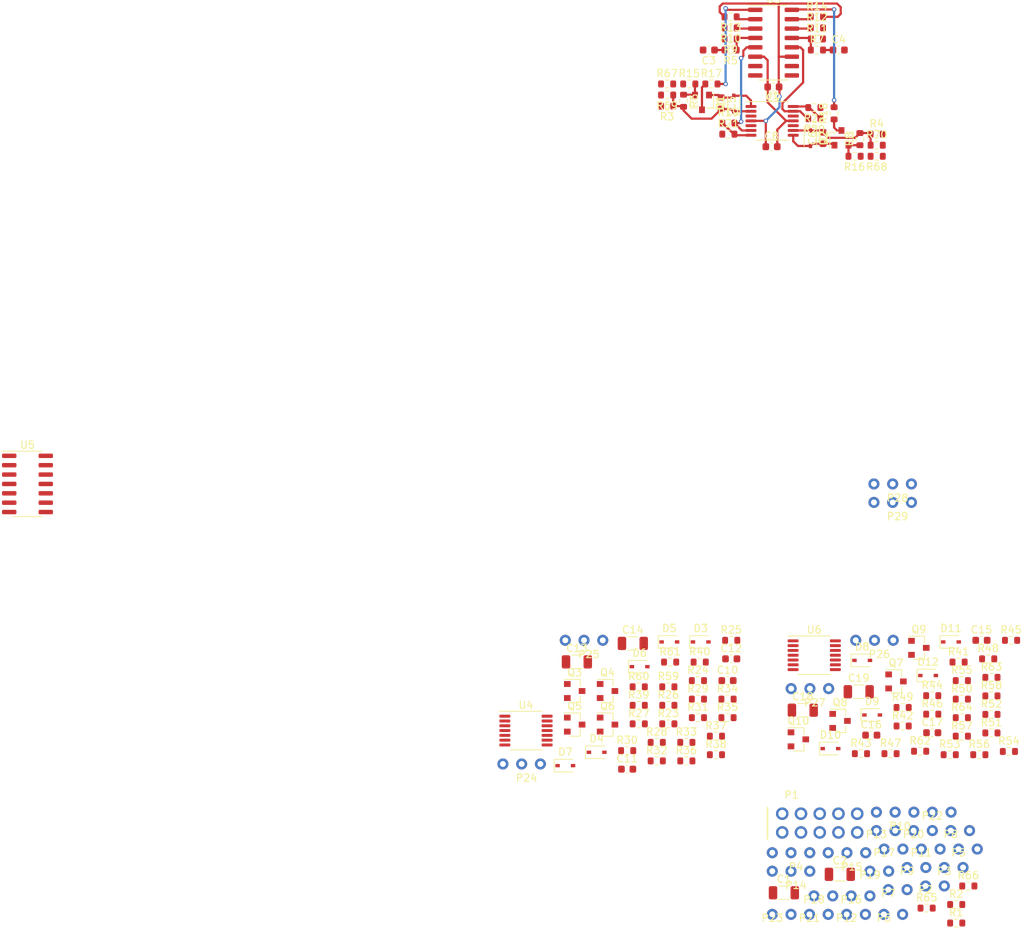
<source format=kicad_pcb>
(kicad_pcb (version 20171130) (host pcbnew "(5.1.7)-1")

  (general
    (thickness 1.6)
    (drawings 0)
    (tracks 136)
    (zones 0)
    (modules 144)
    (nets 116)
  )

  (page A4)
  (layers
    (0 F.Cu signal)
    (31 B.Cu signal)
    (32 B.Adhes user)
    (33 F.Adhes user)
    (34 B.Paste user)
    (35 F.Paste user)
    (36 B.SilkS user)
    (37 F.SilkS user hide)
    (38 B.Mask user)
    (39 F.Mask user)
    (40 Dwgs.User user)
    (41 Cmts.User user)
    (42 Eco1.User user)
    (43 Eco2.User user)
    (44 Edge.Cuts user)
    (45 Margin user)
    (46 B.CrtYd user)
    (47 F.CrtYd user)
    (48 B.Fab user)
    (49 F.Fab user)
  )

  (setup
    (last_trace_width 0.3)
    (user_trace_width 0.3)
    (trace_clearance 0.2)
    (zone_clearance 0.508)
    (zone_45_only no)
    (trace_min 0.2)
    (via_size 0.8)
    (via_drill 0.4)
    (via_min_size 0.4)
    (via_min_drill 0.3)
    (user_via 0.6 0.35)
    (uvia_size 0.3)
    (uvia_drill 0.1)
    (uvias_allowed no)
    (uvia_min_size 0.2)
    (uvia_min_drill 0.1)
    (edge_width 0.05)
    (segment_width 0.2)
    (pcb_text_width 0.3)
    (pcb_text_size 1.5 1.5)
    (mod_edge_width 0.12)
    (mod_text_size 1 1)
    (mod_text_width 0.15)
    (pad_size 1.524 1.524)
    (pad_drill 0.762)
    (pad_to_mask_clearance 0)
    (aux_axis_origin 0 0)
    (visible_elements 7FFFFFFF)
    (pcbplotparams
      (layerselection 0x010fc_ffffffff)
      (usegerberextensions false)
      (usegerberattributes true)
      (usegerberadvancedattributes true)
      (creategerberjobfile true)
      (excludeedgelayer true)
      (linewidth 0.100000)
      (plotframeref false)
      (viasonmask false)
      (mode 1)
      (useauxorigin false)
      (hpglpennumber 1)
      (hpglpenspeed 20)
      (hpglpendiameter 15.000000)
      (psnegative false)
      (psa4output false)
      (plotreference true)
      (plotvalue true)
      (plotinvisibletext false)
      (padsonsilk false)
      (subtractmaskfromsilk false)
      (outputformat 1)
      (mirror false)
      (drillshape 1)
      (scaleselection 1)
      (outputdirectory ""))
  )

  (net 0 "")
  (net 1 GND)
  (net 2 +12V)
  (net 3 -12V)
  (net 4 /VCA/V_SIG_IN_1)
  (net 5 "Net-(C3-Pad1)")
  (net 6 /VCA/V_SIG_IN_2)
  (net 7 "Net-(C4-Pad1)")
  (net 8 "Net-(C5-Pad2)")
  (net 9 "Net-(C5-Pad1)")
  (net 10 "Net-(C6-Pad2)")
  (net 11 "Net-(C6-Pad1)")
  (net 12 "Net-(C11-Pad2)")
  (net 13 "Net-(C11-Pad1)")
  (net 14 "Net-(C12-Pad2)")
  (net 15 "Net-(C13-Pad2)")
  (net 16 "Net-(C14-Pad2)")
  (net 17 "Net-(C16-Pad2)")
  (net 18 "Net-(C16-Pad1)")
  (net 19 "Net-(C17-Pad2)")
  (net 20 "Net-(C18-Pad2)")
  (net 21 "Net-(C19-Pad2)")
  (net 22 "Net-(D3-Pad1)")
  (net 23 "/ADSR CV gen 1/REL_1")
  (net 24 "/ADSR CV gen 1/DEC_1")
  (net 25 "Net-(D5-Pad1)")
  (net 26 "Net-(D6-Pad2)")
  (net 27 "Net-(D6-Pad1)")
  (net 28 "/ADSR CV gen 1/LED_K")
  (net 29 "/ADSR CV gen 1/LED_A")
  (net 30 "Net-(D8-Pad1)")
  (net 31 "/ADSR CV gen 2/REL_1")
  (net 32 "/ADSR CV gen 2/DEC_1")
  (net 33 "Net-(D10-Pad1)")
  (net 34 "Net-(D11-Pad2)")
  (net 35 "Net-(D11-Pad1)")
  (net 36 "/ADSR CV gen 2/LED_K")
  (net 37 "/ADSR CV gen 2/LED_A")
  (net 38 "Net-(P1-Pad10)")
  (net 39 "Net-(P1-Pad1)")
  (net 40 "/ADSR CV gen 1/SW_IN")
  (net 41 "/ADSR CV gen 1/GATE_IN")
  (net 42 "/ADSR CV gen 1/SUS_3")
  (net 43 "/ADSR CV gen 1/SUS_2")
  (net 44 "/ADSR CV gen 1/SUS_1")
  (net 45 "/ADSR CV gen 1/ATK_1")
  (net 46 "/ADSR CV gen 2/SW_IN")
  (net 47 "/ADSR CV gen 2/GATE_IN")
  (net 48 "/ADSR CV gen 2/SUS_3")
  (net 49 "/ADSR CV gen 2/SUS_2")
  (net 50 "/ADSR CV gen 2/SUS_1")
  (net 51 "/ADSR CV gen 2/ATK_1")
  (net 52 "/ADSR CV gen 1/CV_OUT")
  (net 53 /VCA/CV_1)
  (net 54 "/ADSR CV gen 2/CV_OUT")
  (net 55 /VCA/CV_2)
  (net 56 /VCA/V_SIG_OUT_1)
  (net 57 /VCA/V_SIG_OUT_2)
  (net 58 "/ADSR CV gen 1/ATK_2")
  (net 59 "Net-(P24-Pad2)")
  (net 60 "Net-(P24-Pad1)")
  (net 61 "/ADSR CV gen 2/ATK_2")
  (net 62 "Net-(P26-Pad2)")
  (net 63 "Net-(P26-Pad1)")
  (net 64 "Net-(Q1-Pad3)")
  (net 65 "Net-(Q1-Pad2)")
  (net 66 "Net-(Q2-Pad3)")
  (net 67 "Net-(Q2-Pad2)")
  (net 68 "Net-(Q3-Pad3)")
  (net 69 "Net-(Q3-Pad2)")
  (net 70 "Net-(Q5-Pad3)")
  (net 71 "Net-(Q6-Pad2)")
  (net 72 "Net-(Q6-Pad1)")
  (net 73 "Net-(Q7-Pad3)")
  (net 74 "Net-(Q7-Pad2)")
  (net 75 "Net-(Q9-Pad3)")
  (net 76 "Net-(Q10-Pad2)")
  (net 77 "Net-(Q10-Pad1)")
  (net 78 "Net-(R10-Pad1)")
  (net 79 "Net-(R11-Pad1)")
  (net 80 "Net-(R12-Pad1)")
  (net 81 "Net-(R13-Pad1)")
  (net 82 "Net-(R14-Pad1)")
  (net 83 "Net-(R17-Pad2)")
  (net 84 "Net-(R18-Pad2)")
  (net 85 "Net-(R19-Pad2)")
  (net 86 "Net-(R19-Pad1)")
  (net 87 "Net-(R20-Pad2)")
  (net 88 "Net-(R20-Pad1)")
  (net 89 "/ADSR CV gen 1/SW_IN_RET")
  (net 90 "/ADSR CV gen 1/REL_2")
  (net 91 "/ADSR CV gen 1/DEC_2")
  (net 92 "Net-(R38-Pad1)")
  (net 93 "Net-(R39-Pad1)")
  (net 94 "/ADSR CV gen 2/SW_IN_RET")
  (net 95 "/ADSR CV gen 2/REL_2")
  (net 96 "/ADSR CV gen 2/DEC_2")
  (net 97 "Net-(R56-Pad1)")
  (net 98 "Net-(R57-Pad1)")
  (net 99 "Net-(U3-Pad10)")
  (net 100 "Net-(U3-Pad9)")
  (net 101 "Net-(U3-Pad8)")
  (net 102 "Net-(U3-Pad7)")
  (net 103 "Net-(R59-Pad1)")
  (net 104 "Net-(R60-Pad2)")
  (net 105 "/ADSR CV gen 1/INV_CV_OUT")
  (net 106 "Net-(R62-Pad1)")
  (net 107 "Net-(R63-Pad2)")
  (net 108 "/ADSR CV gen 2/INV_CV_OUT")
  (net 109 "Net-(P18-Pad1)")
  (net 110 "Net-(P19-Pad1)")
  (net 111 /VCA/VCA_G_1_1)
  (net 112 /VCA/VCA_G_2_1)
  (net 113 /VCA/VCA_G_1_2)
  (net 114 /VCA/VCA_G_2_2)
  (net 115 "Net-(R5-Pad1)")

  (net_class Default "This is the default net class."
    (clearance 0.2)
    (trace_width 0.25)
    (via_dia 0.8)
    (via_drill 0.4)
    (uvia_dia 0.3)
    (uvia_drill 0.1)
    (add_net +12V)
    (add_net -12V)
    (add_net "/ADSR CV gen 1/ATK_1")
    (add_net "/ADSR CV gen 1/ATK_2")
    (add_net "/ADSR CV gen 1/CV_OUT")
    (add_net "/ADSR CV gen 1/DEC_1")
    (add_net "/ADSR CV gen 1/DEC_2")
    (add_net "/ADSR CV gen 1/GATE_IN")
    (add_net "/ADSR CV gen 1/INV_CV_OUT")
    (add_net "/ADSR CV gen 1/LED_A")
    (add_net "/ADSR CV gen 1/LED_K")
    (add_net "/ADSR CV gen 1/REL_1")
    (add_net "/ADSR CV gen 1/REL_2")
    (add_net "/ADSR CV gen 1/SUS_1")
    (add_net "/ADSR CV gen 1/SUS_2")
    (add_net "/ADSR CV gen 1/SUS_3")
    (add_net "/ADSR CV gen 1/SW_IN")
    (add_net "/ADSR CV gen 1/SW_IN_RET")
    (add_net "/ADSR CV gen 2/ATK_1")
    (add_net "/ADSR CV gen 2/ATK_2")
    (add_net "/ADSR CV gen 2/CV_OUT")
    (add_net "/ADSR CV gen 2/DEC_1")
    (add_net "/ADSR CV gen 2/DEC_2")
    (add_net "/ADSR CV gen 2/GATE_IN")
    (add_net "/ADSR CV gen 2/INV_CV_OUT")
    (add_net "/ADSR CV gen 2/LED_A")
    (add_net "/ADSR CV gen 2/LED_K")
    (add_net "/ADSR CV gen 2/REL_1")
    (add_net "/ADSR CV gen 2/REL_2")
    (add_net "/ADSR CV gen 2/SUS_1")
    (add_net "/ADSR CV gen 2/SUS_2")
    (add_net "/ADSR CV gen 2/SUS_3")
    (add_net "/ADSR CV gen 2/SW_IN")
    (add_net "/ADSR CV gen 2/SW_IN_RET")
    (add_net /VCA/CV_1)
    (add_net /VCA/CV_2)
    (add_net /VCA/VCA_G_1_1)
    (add_net /VCA/VCA_G_1_2)
    (add_net /VCA/VCA_G_2_1)
    (add_net /VCA/VCA_G_2_2)
    (add_net /VCA/V_SIG_IN_1)
    (add_net /VCA/V_SIG_IN_2)
    (add_net /VCA/V_SIG_OUT_1)
    (add_net /VCA/V_SIG_OUT_2)
    (add_net GND)
    (add_net "Net-(C11-Pad1)")
    (add_net "Net-(C11-Pad2)")
    (add_net "Net-(C12-Pad2)")
    (add_net "Net-(C13-Pad2)")
    (add_net "Net-(C14-Pad2)")
    (add_net "Net-(C16-Pad1)")
    (add_net "Net-(C16-Pad2)")
    (add_net "Net-(C17-Pad2)")
    (add_net "Net-(C18-Pad2)")
    (add_net "Net-(C19-Pad2)")
    (add_net "Net-(C3-Pad1)")
    (add_net "Net-(C4-Pad1)")
    (add_net "Net-(C5-Pad1)")
    (add_net "Net-(C5-Pad2)")
    (add_net "Net-(C6-Pad1)")
    (add_net "Net-(C6-Pad2)")
    (add_net "Net-(D10-Pad1)")
    (add_net "Net-(D11-Pad1)")
    (add_net "Net-(D11-Pad2)")
    (add_net "Net-(D3-Pad1)")
    (add_net "Net-(D5-Pad1)")
    (add_net "Net-(D6-Pad1)")
    (add_net "Net-(D6-Pad2)")
    (add_net "Net-(D8-Pad1)")
    (add_net "Net-(P1-Pad1)")
    (add_net "Net-(P1-Pad10)")
    (add_net "Net-(P18-Pad1)")
    (add_net "Net-(P19-Pad1)")
    (add_net "Net-(P24-Pad1)")
    (add_net "Net-(P24-Pad2)")
    (add_net "Net-(P26-Pad1)")
    (add_net "Net-(P26-Pad2)")
    (add_net "Net-(Q1-Pad2)")
    (add_net "Net-(Q1-Pad3)")
    (add_net "Net-(Q10-Pad1)")
    (add_net "Net-(Q10-Pad2)")
    (add_net "Net-(Q2-Pad2)")
    (add_net "Net-(Q2-Pad3)")
    (add_net "Net-(Q3-Pad2)")
    (add_net "Net-(Q3-Pad3)")
    (add_net "Net-(Q5-Pad3)")
    (add_net "Net-(Q6-Pad1)")
    (add_net "Net-(Q6-Pad2)")
    (add_net "Net-(Q7-Pad2)")
    (add_net "Net-(Q7-Pad3)")
    (add_net "Net-(Q9-Pad3)")
    (add_net "Net-(R10-Pad1)")
    (add_net "Net-(R11-Pad1)")
    (add_net "Net-(R12-Pad1)")
    (add_net "Net-(R13-Pad1)")
    (add_net "Net-(R14-Pad1)")
    (add_net "Net-(R17-Pad2)")
    (add_net "Net-(R18-Pad2)")
    (add_net "Net-(R19-Pad1)")
    (add_net "Net-(R19-Pad2)")
    (add_net "Net-(R20-Pad1)")
    (add_net "Net-(R20-Pad2)")
    (add_net "Net-(R38-Pad1)")
    (add_net "Net-(R39-Pad1)")
    (add_net "Net-(R5-Pad1)")
    (add_net "Net-(R56-Pad1)")
    (add_net "Net-(R57-Pad1)")
    (add_net "Net-(R59-Pad1)")
    (add_net "Net-(R60-Pad2)")
    (add_net "Net-(R62-Pad1)")
    (add_net "Net-(R63-Pad2)")
    (add_net "Net-(U3-Pad10)")
    (add_net "Net-(U3-Pad7)")
    (add_net "Net-(U3-Pad8)")
    (add_net "Net-(U3-Pad9)")
  )

  (module Capacitor_SMD:C_0603_1608Metric (layer F.Cu) (tedit 5F68FEEE) (tstamp 600F9EA5)
    (at 245.025 51.2)
    (descr "Capacitor SMD 0603 (1608 Metric), square (rectangular) end terminal, IPC_7351 nominal, (Body size source: IPC-SM-782 page 76, https://www.pcb-3d.com/wordpress/wp-content/uploads/ipc-sm-782a_amendment_1_and_2.pdf), generated with kicad-footprint-generator")
    (tags capacitor)
    (path /5FF0DFBC/600A989B)
    (attr smd)
    (fp_text reference C8 (at 0 -1.43) (layer F.SilkS)
      (effects (font (size 1 1) (thickness 0.15)))
    )
    (fp_text value 0.1u (at 0 1.43) (layer F.Fab)
      (effects (font (size 1 1) (thickness 0.15)))
    )
    (fp_line (start 1.48 0.73) (end -1.48 0.73) (layer F.CrtYd) (width 0.05))
    (fp_line (start 1.48 -0.73) (end 1.48 0.73) (layer F.CrtYd) (width 0.05))
    (fp_line (start -1.48 -0.73) (end 1.48 -0.73) (layer F.CrtYd) (width 0.05))
    (fp_line (start -1.48 0.73) (end -1.48 -0.73) (layer F.CrtYd) (width 0.05))
    (fp_line (start -0.14058 0.51) (end 0.14058 0.51) (layer F.SilkS) (width 0.12))
    (fp_line (start -0.14058 -0.51) (end 0.14058 -0.51) (layer F.SilkS) (width 0.12))
    (fp_line (start 0.8 0.4) (end -0.8 0.4) (layer F.Fab) (width 0.1))
    (fp_line (start 0.8 -0.4) (end 0.8 0.4) (layer F.Fab) (width 0.1))
    (fp_line (start -0.8 -0.4) (end 0.8 -0.4) (layer F.Fab) (width 0.1))
    (fp_line (start -0.8 0.4) (end -0.8 -0.4) (layer F.Fab) (width 0.1))
    (fp_text user %R (at 0 0) (layer F.Fab)
      (effects (font (size 0.4 0.4) (thickness 0.06)))
    )
    (pad 2 smd roundrect (at 0.775 0) (size 0.9 0.95) (layers F.Cu F.Paste F.Mask) (roundrect_rratio 0.25)
      (net 3 -12V))
    (pad 1 smd roundrect (at -0.775 0) (size 0.9 0.95) (layers F.Cu F.Paste F.Mask) (roundrect_rratio 0.25)
      (net 2 +12V))
    (model ${KISYS3DMOD}/Capacitor_SMD.3dshapes/C_0603_1608Metric.wrl
      (at (xyz 0 0 0))
      (scale (xyz 1 1 1))
      (rotate (xyz 0 0 0))
    )
  )

  (module pin-headers:3POS-1ROW-HEADER (layer F.Cu) (tedit 60016C06) (tstamp 600FD049)
    (at 258.9 99.4)
    (path /6019CB8D)
    (fp_text reference P29 (at 3.2 1.9) (layer F.SilkS)
      (effects (font (size 1 1) (thickness 0.15)))
    )
    (fp_text value 3POS-1ROW-HEADER (at 2.6 -1.8) (layer F.Fab)
      (effects (font (size 1 1) (thickness 0.15)))
    )
    (pad 3 thru_hole circle (at 5.08 0) (size 1.5 1.5) (drill 0.8) (layers *.Cu *.Mask)
      (net 1 GND))
    (pad 2 thru_hole circle (at 2.54 0) (size 1.5 1.5) (drill 0.8) (layers *.Cu *.Mask)
      (net 114 /VCA/VCA_G_2_2))
    (pad 1 thru_hole circle (at 0 0) (size 1.5 1.5) (drill 0.8) (layers *.Cu *.Mask)
      (net 112 /VCA/VCA_G_2_1))
  )

  (module pin-headers:3POS-1ROW-HEADER (layer F.Cu) (tedit 60016C06) (tstamp 600FD042)
    (at 258.9 96.9)
    (path /6019940D)
    (fp_text reference P28 (at 3.2 1.9) (layer F.SilkS)
      (effects (font (size 1 1) (thickness 0.15)))
    )
    (fp_text value 3POS-1ROW-HEADER (at 2.6 -1.8) (layer F.Fab)
      (effects (font (size 1 1) (thickness 0.15)))
    )
    (pad 3 thru_hole circle (at 5.08 0) (size 1.5 1.5) (drill 0.8) (layers *.Cu *.Mask)
      (net 1 GND))
    (pad 2 thru_hole circle (at 2.54 0) (size 1.5 1.5) (drill 0.8) (layers *.Cu *.Mask)
      (net 113 /VCA/VCA_G_1_2))
    (pad 1 thru_hole circle (at 0 0) (size 1.5 1.5) (drill 0.8) (layers *.Cu *.Mask)
      (net 111 /VCA/VCA_G_1_1))
  )

  (module Package_SO:TSSOP-14_4.4x5mm_P0.65mm (layer F.Cu) (tedit 5E476F32) (tstamp 600FA74D)
    (at 250.81 120.11)
    (descr "TSSOP, 14 Pin (JEDEC MO-153 Var AB-1 https://www.jedec.org/document_search?search_api_views_fulltext=MO-153), generated with kicad-footprint-generator ipc_gullwing_generator.py")
    (tags "TSSOP SO")
    (path /5FFB759C/5FFE00D5)
    (attr smd)
    (fp_text reference U6 (at 0 -3.45) (layer F.SilkS)
      (effects (font (size 1 1) (thickness 0.15)))
    )
    (fp_text value TL084 (at 0 3.45) (layer F.Fab)
      (effects (font (size 1 1) (thickness 0.15)))
    )
    (fp_line (start 3.85 -2.75) (end -3.85 -2.75) (layer F.CrtYd) (width 0.05))
    (fp_line (start 3.85 2.75) (end 3.85 -2.75) (layer F.CrtYd) (width 0.05))
    (fp_line (start -3.85 2.75) (end 3.85 2.75) (layer F.CrtYd) (width 0.05))
    (fp_line (start -3.85 -2.75) (end -3.85 2.75) (layer F.CrtYd) (width 0.05))
    (fp_line (start -2.2 -1.5) (end -1.2 -2.5) (layer F.Fab) (width 0.1))
    (fp_line (start -2.2 2.5) (end -2.2 -1.5) (layer F.Fab) (width 0.1))
    (fp_line (start 2.2 2.5) (end -2.2 2.5) (layer F.Fab) (width 0.1))
    (fp_line (start 2.2 -2.5) (end 2.2 2.5) (layer F.Fab) (width 0.1))
    (fp_line (start -1.2 -2.5) (end 2.2 -2.5) (layer F.Fab) (width 0.1))
    (fp_line (start 0 -2.61) (end -3.6 -2.61) (layer F.SilkS) (width 0.12))
    (fp_line (start 0 -2.61) (end 2.2 -2.61) (layer F.SilkS) (width 0.12))
    (fp_line (start 0 2.61) (end -2.2 2.61) (layer F.SilkS) (width 0.12))
    (fp_line (start 0 2.61) (end 2.2 2.61) (layer F.SilkS) (width 0.12))
    (fp_text user %R (at 0 0) (layer F.Fab)
      (effects (font (size 1 1) (thickness 0.15)))
    )
    (pad 14 smd roundrect (at 2.8625 -1.95) (size 1.475 0.4) (layers F.Cu F.Paste F.Mask) (roundrect_rratio 0.25)
      (net 33 "Net-(D10-Pad1)"))
    (pad 13 smd roundrect (at 2.8625 -1.3) (size 1.475 0.4) (layers F.Cu F.Paste F.Mask) (roundrect_rratio 0.25)
      (net 33 "Net-(D10-Pad1)"))
    (pad 12 smd roundrect (at 2.8625 -0.65) (size 1.475 0.4) (layers F.Cu F.Paste F.Mask) (roundrect_rratio 0.25)
      (net 49 "/ADSR CV gen 2/SUS_2"))
    (pad 11 smd roundrect (at 2.8625 0) (size 1.475 0.4) (layers F.Cu F.Paste F.Mask) (roundrect_rratio 0.25)
      (net 3 -12V))
    (pad 10 smd roundrect (at 2.8625 0.65) (size 1.475 0.4) (layers F.Cu F.Paste F.Mask) (roundrect_rratio 0.25)
      (net 1 GND))
    (pad 9 smd roundrect (at 2.8625 1.3) (size 1.475 0.4) (layers F.Cu F.Paste F.Mask) (roundrect_rratio 0.25)
      (net 106 "Net-(R62-Pad1)"))
    (pad 8 smd roundrect (at 2.8625 1.95) (size 1.475 0.4) (layers F.Cu F.Paste F.Mask) (roundrect_rratio 0.25)
      (net 107 "Net-(R63-Pad2)"))
    (pad 7 smd roundrect (at -2.8625 1.95) (size 1.475 0.4) (layers F.Cu F.Paste F.Mask) (roundrect_rratio 0.25)
      (net 36 "/ADSR CV gen 2/LED_K"))
    (pad 6 smd roundrect (at -2.8625 1.3) (size 1.475 0.4) (layers F.Cu F.Paste F.Mask) (roundrect_rratio 0.25)
      (net 37 "/ADSR CV gen 2/LED_A"))
    (pad 5 smd roundrect (at -2.8625 0.65) (size 1.475 0.4) (layers F.Cu F.Paste F.Mask) (roundrect_rratio 0.25)
      (net 1 GND))
    (pad 4 smd roundrect (at -2.8625 0) (size 1.475 0.4) (layers F.Cu F.Paste F.Mask) (roundrect_rratio 0.25)
      (net 2 +12V))
    (pad 3 smd roundrect (at -2.8625 -0.65) (size 1.475 0.4) (layers F.Cu F.Paste F.Mask) (roundrect_rratio 0.25)
      (net 35 "Net-(D11-Pad1)"))
    (pad 2 smd roundrect (at -2.8625 -1.3) (size 1.475 0.4) (layers F.Cu F.Paste F.Mask) (roundrect_rratio 0.25)
      (net 98 "Net-(R57-Pad1)"))
    (pad 1 smd roundrect (at -2.8625 -1.95) (size 1.475 0.4) (layers F.Cu F.Paste F.Mask) (roundrect_rratio 0.25)
      (net 54 "/ADSR CV gen 2/CV_OUT"))
    (model ${KISYS3DMOD}/Package_SO.3dshapes/TSSOP-14_4.4x5mm_P0.65mm.wrl
      (at (xyz 0 0 0))
      (scale (xyz 1 1 1))
      (rotate (xyz 0 0 0))
    )
  )

  (module Package_SO:SOIC-14_3.9x8.7mm_P1.27mm (layer F.Cu) (tedit 5D9F72B1) (tstamp 600FA72D)
    (at 144.2 96.9)
    (descr "SOIC, 14 Pin (JEDEC MS-012AB, https://www.analog.com/media/en/package-pcb-resources/package/pkg_pdf/soic_narrow-r/r_14.pdf), generated with kicad-footprint-generator ipc_gullwing_generator.py")
    (tags "SOIC SO")
    (path /5FFB63E2/5FFB665B)
    (attr smd)
    (fp_text reference U5 (at 0 -5.28) (layer F.SilkS)
      (effects (font (size 1 1) (thickness 0.15)))
    )
    (fp_text value ICM7556 (at 0 5.28) (layer F.Fab)
      (effects (font (size 1 1) (thickness 0.15)))
    )
    (fp_line (start 3.7 -4.58) (end -3.7 -4.58) (layer F.CrtYd) (width 0.05))
    (fp_line (start 3.7 4.58) (end 3.7 -4.58) (layer F.CrtYd) (width 0.05))
    (fp_line (start -3.7 4.58) (end 3.7 4.58) (layer F.CrtYd) (width 0.05))
    (fp_line (start -3.7 -4.58) (end -3.7 4.58) (layer F.CrtYd) (width 0.05))
    (fp_line (start -1.95 -3.35) (end -0.975 -4.325) (layer F.Fab) (width 0.1))
    (fp_line (start -1.95 4.325) (end -1.95 -3.35) (layer F.Fab) (width 0.1))
    (fp_line (start 1.95 4.325) (end -1.95 4.325) (layer F.Fab) (width 0.1))
    (fp_line (start 1.95 -4.325) (end 1.95 4.325) (layer F.Fab) (width 0.1))
    (fp_line (start -0.975 -4.325) (end 1.95 -4.325) (layer F.Fab) (width 0.1))
    (fp_line (start 0 -4.435) (end -3.45 -4.435) (layer F.SilkS) (width 0.12))
    (fp_line (start 0 -4.435) (end 1.95 -4.435) (layer F.SilkS) (width 0.12))
    (fp_line (start 0 4.435) (end -1.95 4.435) (layer F.SilkS) (width 0.12))
    (fp_line (start 0 4.435) (end 1.95 4.435) (layer F.SilkS) (width 0.12))
    (fp_text user %R (at 0 0) (layer F.Fab)
      (effects (font (size 0.98 0.98) (thickness 0.15)))
    )
    (pad 14 smd roundrect (at 2.475 -3.81) (size 1.95 0.6) (layers F.Cu F.Paste F.Mask) (roundrect_rratio 0.25)
      (net 2 +12V))
    (pad 13 smd roundrect (at 2.475 -2.54) (size 1.95 0.6) (layers F.Cu F.Paste F.Mask) (roundrect_rratio 0.25)
      (net 76 "Net-(Q10-Pad2)"))
    (pad 12 smd roundrect (at 2.475 -1.27) (size 1.95 0.6) (layers F.Cu F.Paste F.Mask) (roundrect_rratio 0.25)
      (net 97 "Net-(R56-Pad1)"))
    (pad 11 smd roundrect (at 2.475 0) (size 1.95 0.6) (layers F.Cu F.Paste F.Mask) (roundrect_rratio 0.25)
      (net 19 "Net-(C17-Pad2)"))
    (pad 10 smd roundrect (at 2.475 1.27) (size 1.95 0.6) (layers F.Cu F.Paste F.Mask) (roundrect_rratio 0.25)
      (net 17 "Net-(C16-Pad2)"))
    (pad 9 smd roundrect (at 2.475 2.54) (size 1.95 0.6) (layers F.Cu F.Paste F.Mask) (roundrect_rratio 0.25)
      (net 51 "/ADSR CV gen 2/ATK_1"))
    (pad 8 smd roundrect (at 2.475 3.81) (size 1.95 0.6) (layers F.Cu F.Paste F.Mask) (roundrect_rratio 0.25)
      (net 75 "Net-(Q9-Pad3)"))
    (pad 7 smd roundrect (at -2.475 3.81) (size 1.95 0.6) (layers F.Cu F.Paste F.Mask) (roundrect_rratio 0.25)
      (net 1 GND))
    (pad 6 smd roundrect (at -2.475 2.54) (size 1.95 0.6) (layers F.Cu F.Paste F.Mask) (roundrect_rratio 0.25)
      (net 70 "Net-(Q5-Pad3)"))
    (pad 5 smd roundrect (at -2.475 1.27) (size 1.95 0.6) (layers F.Cu F.Paste F.Mask) (roundrect_rratio 0.25)
      (net 45 "/ADSR CV gen 1/ATK_1"))
    (pad 4 smd roundrect (at -2.475 0) (size 1.95 0.6) (layers F.Cu F.Paste F.Mask) (roundrect_rratio 0.25)
      (net 12 "Net-(C11-Pad2)"))
    (pad 3 smd roundrect (at -2.475 -1.27) (size 1.95 0.6) (layers F.Cu F.Paste F.Mask) (roundrect_rratio 0.25)
      (net 14 "Net-(C12-Pad2)"))
    (pad 2 smd roundrect (at -2.475 -2.54) (size 1.95 0.6) (layers F.Cu F.Paste F.Mask) (roundrect_rratio 0.25)
      (net 92 "Net-(R38-Pad1)"))
    (pad 1 smd roundrect (at -2.475 -3.81) (size 1.95 0.6) (layers F.Cu F.Paste F.Mask) (roundrect_rratio 0.25)
      (net 71 "Net-(Q6-Pad2)"))
    (model ${KISYS3DMOD}/Package_SO.3dshapes/SOIC-14_3.9x8.7mm_P1.27mm.wrl
      (at (xyz 0 0 0))
      (scale (xyz 1 1 1))
      (rotate (xyz 0 0 0))
    )
  )

  (module Package_SO:TSSOP-14_4.4x5mm_P0.65mm (layer F.Cu) (tedit 5E476F32) (tstamp 600FA70D)
    (at 211.75 130.32)
    (descr "TSSOP, 14 Pin (JEDEC MO-153 Var AB-1 https://www.jedec.org/document_search?search_api_views_fulltext=MO-153), generated with kicad-footprint-generator ipc_gullwing_generator.py")
    (tags "TSSOP SO")
    (path /5FFB63E2/5FF51953)
    (attr smd)
    (fp_text reference U4 (at 0 -3.45) (layer F.SilkS)
      (effects (font (size 1 1) (thickness 0.15)))
    )
    (fp_text value TL084 (at 0 3.45) (layer F.Fab)
      (effects (font (size 1 1) (thickness 0.15)))
    )
    (fp_line (start 3.85 -2.75) (end -3.85 -2.75) (layer F.CrtYd) (width 0.05))
    (fp_line (start 3.85 2.75) (end 3.85 -2.75) (layer F.CrtYd) (width 0.05))
    (fp_line (start -3.85 2.75) (end 3.85 2.75) (layer F.CrtYd) (width 0.05))
    (fp_line (start -3.85 -2.75) (end -3.85 2.75) (layer F.CrtYd) (width 0.05))
    (fp_line (start -2.2 -1.5) (end -1.2 -2.5) (layer F.Fab) (width 0.1))
    (fp_line (start -2.2 2.5) (end -2.2 -1.5) (layer F.Fab) (width 0.1))
    (fp_line (start 2.2 2.5) (end -2.2 2.5) (layer F.Fab) (width 0.1))
    (fp_line (start 2.2 -2.5) (end 2.2 2.5) (layer F.Fab) (width 0.1))
    (fp_line (start -1.2 -2.5) (end 2.2 -2.5) (layer F.Fab) (width 0.1))
    (fp_line (start 0 -2.61) (end -3.6 -2.61) (layer F.SilkS) (width 0.12))
    (fp_line (start 0 -2.61) (end 2.2 -2.61) (layer F.SilkS) (width 0.12))
    (fp_line (start 0 2.61) (end -2.2 2.61) (layer F.SilkS) (width 0.12))
    (fp_line (start 0 2.61) (end 2.2 2.61) (layer F.SilkS) (width 0.12))
    (fp_text user %R (at 0 0) (layer F.Fab)
      (effects (font (size 1 1) (thickness 0.15)))
    )
    (pad 14 smd roundrect (at 2.8625 -1.95) (size 1.475 0.4) (layers F.Cu F.Paste F.Mask) (roundrect_rratio 0.25)
      (net 25 "Net-(D5-Pad1)"))
    (pad 13 smd roundrect (at 2.8625 -1.3) (size 1.475 0.4) (layers F.Cu F.Paste F.Mask) (roundrect_rratio 0.25)
      (net 25 "Net-(D5-Pad1)"))
    (pad 12 smd roundrect (at 2.8625 -0.65) (size 1.475 0.4) (layers F.Cu F.Paste F.Mask) (roundrect_rratio 0.25)
      (net 43 "/ADSR CV gen 1/SUS_2"))
    (pad 11 smd roundrect (at 2.8625 0) (size 1.475 0.4) (layers F.Cu F.Paste F.Mask) (roundrect_rratio 0.25)
      (net 3 -12V))
    (pad 10 smd roundrect (at 2.8625 0.65) (size 1.475 0.4) (layers F.Cu F.Paste F.Mask) (roundrect_rratio 0.25)
      (net 1 GND))
    (pad 9 smd roundrect (at 2.8625 1.3) (size 1.475 0.4) (layers F.Cu F.Paste F.Mask) (roundrect_rratio 0.25)
      (net 103 "Net-(R59-Pad1)"))
    (pad 8 smd roundrect (at 2.8625 1.95) (size 1.475 0.4) (layers F.Cu F.Paste F.Mask) (roundrect_rratio 0.25)
      (net 104 "Net-(R60-Pad2)"))
    (pad 7 smd roundrect (at -2.8625 1.95) (size 1.475 0.4) (layers F.Cu F.Paste F.Mask) (roundrect_rratio 0.25)
      (net 28 "/ADSR CV gen 1/LED_K"))
    (pad 6 smd roundrect (at -2.8625 1.3) (size 1.475 0.4) (layers F.Cu F.Paste F.Mask) (roundrect_rratio 0.25)
      (net 29 "/ADSR CV gen 1/LED_A"))
    (pad 5 smd roundrect (at -2.8625 0.65) (size 1.475 0.4) (layers F.Cu F.Paste F.Mask) (roundrect_rratio 0.25)
      (net 1 GND))
    (pad 4 smd roundrect (at -2.8625 0) (size 1.475 0.4) (layers F.Cu F.Paste F.Mask) (roundrect_rratio 0.25)
      (net 2 +12V))
    (pad 3 smd roundrect (at -2.8625 -0.65) (size 1.475 0.4) (layers F.Cu F.Paste F.Mask) (roundrect_rratio 0.25)
      (net 27 "Net-(D6-Pad1)"))
    (pad 2 smd roundrect (at -2.8625 -1.3) (size 1.475 0.4) (layers F.Cu F.Paste F.Mask) (roundrect_rratio 0.25)
      (net 93 "Net-(R39-Pad1)"))
    (pad 1 smd roundrect (at -2.8625 -1.95) (size 1.475 0.4) (layers F.Cu F.Paste F.Mask) (roundrect_rratio 0.25)
      (net 52 "/ADSR CV gen 1/CV_OUT"))
    (model ${KISYS3DMOD}/Package_SO.3dshapes/TSSOP-14_4.4x5mm_P0.65mm.wrl
      (at (xyz 0 0 0))
      (scale (xyz 1 1 1))
      (rotate (xyz 0 0 0))
    )
  )

  (module Package_SO:SOIC-16_3.9x9.9mm_P1.27mm (layer F.Cu) (tedit 5D9F72B1) (tstamp 600FA6ED)
    (at 245.3 37.1)
    (descr "SOIC, 16 Pin (JEDEC MS-012AC, https://www.analog.com/media/en/package-pcb-resources/package/pkg_pdf/soic_narrow-r/r_16.pdf), generated with kicad-footprint-generator ipc_gullwing_generator.py")
    (tags "SOIC SO")
    (path /5FF0DFBC/5FF0E3A8)
    (attr smd)
    (fp_text reference U3 (at 0 -5.9) (layer F.SilkS)
      (effects (font (size 1 1) (thickness 0.15)))
    )
    (fp_text value LM13700 (at 0 5.9) (layer F.Fab)
      (effects (font (size 1 1) (thickness 0.15)))
    )
    (fp_line (start 3.7 -5.2) (end -3.7 -5.2) (layer F.CrtYd) (width 0.05))
    (fp_line (start 3.7 5.2) (end 3.7 -5.2) (layer F.CrtYd) (width 0.05))
    (fp_line (start -3.7 5.2) (end 3.7 5.2) (layer F.CrtYd) (width 0.05))
    (fp_line (start -3.7 -5.2) (end -3.7 5.2) (layer F.CrtYd) (width 0.05))
    (fp_line (start -1.95 -3.975) (end -0.975 -4.95) (layer F.Fab) (width 0.1))
    (fp_line (start -1.95 4.95) (end -1.95 -3.975) (layer F.Fab) (width 0.1))
    (fp_line (start 1.95 4.95) (end -1.95 4.95) (layer F.Fab) (width 0.1))
    (fp_line (start 1.95 -4.95) (end 1.95 4.95) (layer F.Fab) (width 0.1))
    (fp_line (start -0.975 -4.95) (end 1.95 -4.95) (layer F.Fab) (width 0.1))
    (fp_line (start 0 -5.06) (end -3.45 -5.06) (layer F.SilkS) (width 0.12))
    (fp_line (start 0 -5.06) (end 1.95 -5.06) (layer F.SilkS) (width 0.12))
    (fp_line (start 0 5.06) (end -1.95 5.06) (layer F.SilkS) (width 0.12))
    (fp_line (start 0 5.06) (end 1.95 5.06) (layer F.SilkS) (width 0.12))
    (fp_text user %R (at 0 0) (layer F.Fab)
      (effects (font (size 0.98 0.98) (thickness 0.15)))
    )
    (pad 16 smd roundrect (at 2.475 -4.445) (size 1.95 0.6) (layers F.Cu F.Paste F.Mask) (roundrect_rratio 0.25)
      (net 84 "Net-(R18-Pad2)"))
    (pad 15 smd roundrect (at 2.475 -3.175) (size 1.95 0.6) (layers F.Cu F.Paste F.Mask) (roundrect_rratio 0.25)
      (net 82 "Net-(R14-Pad1)"))
    (pad 14 smd roundrect (at 2.475 -1.905) (size 1.95 0.6) (layers F.Cu F.Paste F.Mask) (roundrect_rratio 0.25)
      (net 80 "Net-(R12-Pad1)"))
    (pad 13 smd roundrect (at 2.475 -0.635) (size 1.95 0.6) (layers F.Cu F.Paste F.Mask) (roundrect_rratio 0.25)
      (net 79 "Net-(R11-Pad1)"))
    (pad 12 smd roundrect (at 2.475 0.635) (size 1.95 0.6) (layers F.Cu F.Paste F.Mask) (roundrect_rratio 0.25)
      (net 87 "Net-(R20-Pad2)"))
    (pad 11 smd roundrect (at 2.475 1.905) (size 1.95 0.6) (layers F.Cu F.Paste F.Mask) (roundrect_rratio 0.25)
      (net 2 +12V))
    (pad 10 smd roundrect (at 2.475 3.175) (size 1.95 0.6) (layers F.Cu F.Paste F.Mask) (roundrect_rratio 0.25)
      (net 99 "Net-(U3-Pad10)"))
    (pad 9 smd roundrect (at 2.475 4.445) (size 1.95 0.6) (layers F.Cu F.Paste F.Mask) (roundrect_rratio 0.25)
      (net 100 "Net-(U3-Pad9)"))
    (pad 8 smd roundrect (at -2.475 4.445) (size 1.95 0.6) (layers F.Cu F.Paste F.Mask) (roundrect_rratio 0.25)
      (net 101 "Net-(U3-Pad8)"))
    (pad 7 smd roundrect (at -2.475 3.175) (size 1.95 0.6) (layers F.Cu F.Paste F.Mask) (roundrect_rratio 0.25)
      (net 102 "Net-(U3-Pad7)"))
    (pad 6 smd roundrect (at -2.475 1.905) (size 1.95 0.6) (layers F.Cu F.Paste F.Mask) (roundrect_rratio 0.25)
      (net 3 -12V))
    (pad 5 smd roundrect (at -2.475 0.635) (size 1.95 0.6) (layers F.Cu F.Paste F.Mask) (roundrect_rratio 0.25)
      (net 85 "Net-(R19-Pad2)"))
    (pad 4 smd roundrect (at -2.475 -0.635) (size 1.95 0.6) (layers F.Cu F.Paste F.Mask) (roundrect_rratio 0.25)
      (net 115 "Net-(R5-Pad1)"))
    (pad 3 smd roundrect (at -2.475 -1.905) (size 1.95 0.6) (layers F.Cu F.Paste F.Mask) (roundrect_rratio 0.25)
      (net 78 "Net-(R10-Pad1)"))
    (pad 2 smd roundrect (at -2.475 -3.175) (size 1.95 0.6) (layers F.Cu F.Paste F.Mask) (roundrect_rratio 0.25)
      (net 81 "Net-(R13-Pad1)"))
    (pad 1 smd roundrect (at -2.475 -4.445) (size 1.95 0.6) (layers F.Cu F.Paste F.Mask) (roundrect_rratio 0.25)
      (net 83 "Net-(R17-Pad2)"))
    (model ${KISYS3DMOD}/Package_SO.3dshapes/SOIC-16_3.9x9.9mm_P1.27mm.wrl
      (at (xyz 0 0 0))
      (scale (xyz 1 1 1))
      (rotate (xyz 0 0 0))
    )
  )

  (module Package_SO:TSSOP-14_4.4x5mm_P0.65mm (layer F.Cu) (tedit 5E476F32) (tstamp 600FA6CB)
    (at 245.1 47.7)
    (descr "TSSOP, 14 Pin (JEDEC MO-153 Var AB-1 https://www.jedec.org/document_search?search_api_views_fulltext=MO-153), generated with kicad-footprint-generator ipc_gullwing_generator.py")
    (tags "TSSOP SO")
    (path /5FF0DFBC/6013392D)
    (attr smd)
    (fp_text reference U1 (at 0 -3.45) (layer F.SilkS)
      (effects (font (size 1 1) (thickness 0.15)))
    )
    (fp_text value TL084 (at 0 3.45) (layer F.Fab)
      (effects (font (size 1 1) (thickness 0.15)))
    )
    (fp_line (start 3.85 -2.75) (end -3.85 -2.75) (layer F.CrtYd) (width 0.05))
    (fp_line (start 3.85 2.75) (end 3.85 -2.75) (layer F.CrtYd) (width 0.05))
    (fp_line (start -3.85 2.75) (end 3.85 2.75) (layer F.CrtYd) (width 0.05))
    (fp_line (start -3.85 -2.75) (end -3.85 2.75) (layer F.CrtYd) (width 0.05))
    (fp_line (start -2.2 -1.5) (end -1.2 -2.5) (layer F.Fab) (width 0.1))
    (fp_line (start -2.2 2.5) (end -2.2 -1.5) (layer F.Fab) (width 0.1))
    (fp_line (start 2.2 2.5) (end -2.2 2.5) (layer F.Fab) (width 0.1))
    (fp_line (start 2.2 -2.5) (end 2.2 2.5) (layer F.Fab) (width 0.1))
    (fp_line (start -1.2 -2.5) (end 2.2 -2.5) (layer F.Fab) (width 0.1))
    (fp_line (start 0 -2.61) (end -3.6 -2.61) (layer F.SilkS) (width 0.12))
    (fp_line (start 0 -2.61) (end 2.2 -2.61) (layer F.SilkS) (width 0.12))
    (fp_line (start 0 2.61) (end -2.2 2.61) (layer F.SilkS) (width 0.12))
    (fp_line (start 0 2.61) (end 2.2 2.61) (layer F.SilkS) (width 0.12))
    (fp_text user %R (at 0 0) (layer F.Fab)
      (effects (font (size 1 1) (thickness 0.15)))
    )
    (pad 14 smd roundrect (at 2.8625 -1.95) (size 1.475 0.4) (layers F.Cu F.Paste F.Mask) (roundrect_rratio 0.25)
      (net 88 "Net-(R20-Pad1)"))
    (pad 13 smd roundrect (at 2.8625 -1.3) (size 1.475 0.4) (layers F.Cu F.Paste F.Mask) (roundrect_rratio 0.25)
      (net 87 "Net-(R20-Pad2)"))
    (pad 12 smd roundrect (at 2.8625 -0.65) (size 1.475 0.4) (layers F.Cu F.Paste F.Mask) (roundrect_rratio 0.25)
      (net 1 GND))
    (pad 11 smd roundrect (at 2.8625 0) (size 1.475 0.4) (layers F.Cu F.Paste F.Mask) (roundrect_rratio 0.25)
      (net 3 -12V))
    (pad 10 smd roundrect (at 2.8625 0.65) (size 1.475 0.4) (layers F.Cu F.Paste F.Mask) (roundrect_rratio 0.25)
      (net 1 GND))
    (pad 9 smd roundrect (at 2.8625 1.3) (size 1.475 0.4) (layers F.Cu F.Paste F.Mask) (roundrect_rratio 0.25)
      (net 10 "Net-(C6-Pad2)"))
    (pad 8 smd roundrect (at 2.8625 1.95) (size 1.475 0.4) (layers F.Cu F.Paste F.Mask) (roundrect_rratio 0.25)
      (net 11 "Net-(C6-Pad1)"))
    (pad 7 smd roundrect (at -2.8625 1.95) (size 1.475 0.4) (layers F.Cu F.Paste F.Mask) (roundrect_rratio 0.25)
      (net 86 "Net-(R19-Pad1)"))
    (pad 6 smd roundrect (at -2.8625 1.3) (size 1.475 0.4) (layers F.Cu F.Paste F.Mask) (roundrect_rratio 0.25)
      (net 85 "Net-(R19-Pad2)"))
    (pad 5 smd roundrect (at -2.8625 0.65) (size 1.475 0.4) (layers F.Cu F.Paste F.Mask) (roundrect_rratio 0.25)
      (net 1 GND))
    (pad 4 smd roundrect (at -2.8625 0) (size 1.475 0.4) (layers F.Cu F.Paste F.Mask) (roundrect_rratio 0.25)
      (net 2 +12V))
    (pad 3 smd roundrect (at -2.8625 -0.65) (size 1.475 0.4) (layers F.Cu F.Paste F.Mask) (roundrect_rratio 0.25)
      (net 1 GND))
    (pad 2 smd roundrect (at -2.8625 -1.3) (size 1.475 0.4) (layers F.Cu F.Paste F.Mask) (roundrect_rratio 0.25)
      (net 8 "Net-(C5-Pad2)"))
    (pad 1 smd roundrect (at -2.8625 -1.95) (size 1.475 0.4) (layers F.Cu F.Paste F.Mask) (roundrect_rratio 0.25)
      (net 9 "Net-(C5-Pad1)"))
    (model ${KISYS3DMOD}/Package_SO.3dshapes/TSSOP-14_4.4x5mm_P0.65mm.wrl
      (at (xyz 0 0 0))
      (scale (xyz 1 1 1))
      (rotate (xyz 0 0 0))
    )
  )

  (module Resistor_SMD:R_0603_1608Metric (layer F.Cu) (tedit 5F68FEEE) (tstamp 600FA6AB)
    (at 259.275 51)
    (descr "Resistor SMD 0603 (1608 Metric), square (rectangular) end terminal, IPC_7351 nominal, (Body size source: IPC-SM-782 page 72, https://www.pcb-3d.com/wordpress/wp-content/uploads/ipc-sm-782a_amendment_1_and_2.pdf), generated with kicad-footprint-generator")
    (tags resistor)
    (path /5FF0DFBC/60126A00)
    (attr smd)
    (fp_text reference R70 (at 0 -1.43) (layer F.SilkS)
      (effects (font (size 1 1) (thickness 0.15)))
    )
    (fp_text value 470k (at 0 1.43) (layer F.Fab)
      (effects (font (size 1 1) (thickness 0.15)))
    )
    (fp_line (start 1.48 0.73) (end -1.48 0.73) (layer F.CrtYd) (width 0.05))
    (fp_line (start 1.48 -0.73) (end 1.48 0.73) (layer F.CrtYd) (width 0.05))
    (fp_line (start -1.48 -0.73) (end 1.48 -0.73) (layer F.CrtYd) (width 0.05))
    (fp_line (start -1.48 0.73) (end -1.48 -0.73) (layer F.CrtYd) (width 0.05))
    (fp_line (start -0.237258 0.5225) (end 0.237258 0.5225) (layer F.SilkS) (width 0.12))
    (fp_line (start -0.237258 -0.5225) (end 0.237258 -0.5225) (layer F.SilkS) (width 0.12))
    (fp_line (start 0.8 0.4125) (end -0.8 0.4125) (layer F.Fab) (width 0.1))
    (fp_line (start 0.8 -0.4125) (end 0.8 0.4125) (layer F.Fab) (width 0.1))
    (fp_line (start -0.8 -0.4125) (end 0.8 -0.4125) (layer F.Fab) (width 0.1))
    (fp_line (start -0.8 0.4125) (end -0.8 -0.4125) (layer F.Fab) (width 0.1))
    (fp_text user %R (at 0 0) (layer F.Fab)
      (effects (font (size 0.4 0.4) (thickness 0.06)))
    )
    (pad 2 smd roundrect (at 0.825 0) (size 0.8 0.95) (layers F.Cu F.Paste F.Mask) (roundrect_rratio 0.25)
      (net 114 /VCA/VCA_G_2_2))
    (pad 1 smd roundrect (at -0.825 0) (size 0.8 0.95) (layers F.Cu F.Paste F.Mask) (roundrect_rratio 0.25)
      (net 10 "Net-(C6-Pad2)"))
    (model ${KISYS3DMOD}/Resistor_SMD.3dshapes/R_0603_1608Metric.wrl
      (at (xyz 0 0 0))
      (scale (xyz 1 1 1))
      (rotate (xyz 0 0 0))
    )
  )

  (module Resistor_SMD:R_0603_1608Metric (layer F.Cu) (tedit 5F68FEEE) (tstamp 600FA69A)
    (at 230.875 44.2 180)
    (descr "Resistor SMD 0603 (1608 Metric), square (rectangular) end terminal, IPC_7351 nominal, (Body size source: IPC-SM-782 page 72, https://www.pcb-3d.com/wordpress/wp-content/uploads/ipc-sm-782a_amendment_1_and_2.pdf), generated with kicad-footprint-generator")
    (tags resistor)
    (path /5FF0DFBC/601145FA)
    (attr smd)
    (fp_text reference R69 (at 0 -1.43) (layer F.SilkS)
      (effects (font (size 1 1) (thickness 0.15)))
    )
    (fp_text value 470k (at 0 1.43) (layer F.Fab)
      (effects (font (size 1 1) (thickness 0.15)))
    )
    (fp_line (start 1.48 0.73) (end -1.48 0.73) (layer F.CrtYd) (width 0.05))
    (fp_line (start 1.48 -0.73) (end 1.48 0.73) (layer F.CrtYd) (width 0.05))
    (fp_line (start -1.48 -0.73) (end 1.48 -0.73) (layer F.CrtYd) (width 0.05))
    (fp_line (start -1.48 0.73) (end -1.48 -0.73) (layer F.CrtYd) (width 0.05))
    (fp_line (start -0.237258 0.5225) (end 0.237258 0.5225) (layer F.SilkS) (width 0.12))
    (fp_line (start -0.237258 -0.5225) (end 0.237258 -0.5225) (layer F.SilkS) (width 0.12))
    (fp_line (start 0.8 0.4125) (end -0.8 0.4125) (layer F.Fab) (width 0.1))
    (fp_line (start 0.8 -0.4125) (end 0.8 0.4125) (layer F.Fab) (width 0.1))
    (fp_line (start -0.8 -0.4125) (end 0.8 -0.4125) (layer F.Fab) (width 0.1))
    (fp_line (start -0.8 0.4125) (end -0.8 -0.4125) (layer F.Fab) (width 0.1))
    (fp_text user %R (at 0 0) (layer F.Fab)
      (effects (font (size 0.4 0.4) (thickness 0.06)))
    )
    (pad 2 smd roundrect (at 0.825 0 180) (size 0.8 0.95) (layers F.Cu F.Paste F.Mask) (roundrect_rratio 0.25)
      (net 113 /VCA/VCA_G_1_2))
    (pad 1 smd roundrect (at -0.825 0 180) (size 0.8 0.95) (layers F.Cu F.Paste F.Mask) (roundrect_rratio 0.25)
      (net 8 "Net-(C5-Pad2)"))
    (model ${KISYS3DMOD}/Resistor_SMD.3dshapes/R_0603_1608Metric.wrl
      (at (xyz 0 0 0))
      (scale (xyz 1 1 1))
      (rotate (xyz 0 0 0))
    )
  )

  (module Resistor_SMD:R_0603_1608Metric (layer F.Cu) (tedit 5F68FEEE) (tstamp 600FA689)
    (at 259.275 52.5 180)
    (descr "Resistor SMD 0603 (1608 Metric), square (rectangular) end terminal, IPC_7351 nominal, (Body size source: IPC-SM-782 page 72, https://www.pcb-3d.com/wordpress/wp-content/uploads/ipc-sm-782a_amendment_1_and_2.pdf), generated with kicad-footprint-generator")
    (tags resistor)
    (path /5FF0DFBC/601269F2)
    (attr smd)
    (fp_text reference R68 (at 0 -1.43) (layer F.SilkS)
      (effects (font (size 1 1) (thickness 0.15)))
    )
    (fp_text value 4k7 (at 0 1.43) (layer F.Fab)
      (effects (font (size 1 1) (thickness 0.15)))
    )
    (fp_line (start 1.48 0.73) (end -1.48 0.73) (layer F.CrtYd) (width 0.05))
    (fp_line (start 1.48 -0.73) (end 1.48 0.73) (layer F.CrtYd) (width 0.05))
    (fp_line (start -1.48 -0.73) (end 1.48 -0.73) (layer F.CrtYd) (width 0.05))
    (fp_line (start -1.48 0.73) (end -1.48 -0.73) (layer F.CrtYd) (width 0.05))
    (fp_line (start -0.237258 0.5225) (end 0.237258 0.5225) (layer F.SilkS) (width 0.12))
    (fp_line (start -0.237258 -0.5225) (end 0.237258 -0.5225) (layer F.SilkS) (width 0.12))
    (fp_line (start 0.8 0.4125) (end -0.8 0.4125) (layer F.Fab) (width 0.1))
    (fp_line (start 0.8 -0.4125) (end 0.8 0.4125) (layer F.Fab) (width 0.1))
    (fp_line (start -0.8 -0.4125) (end 0.8 -0.4125) (layer F.Fab) (width 0.1))
    (fp_line (start -0.8 0.4125) (end -0.8 -0.4125) (layer F.Fab) (width 0.1))
    (fp_text user %R (at 0 0) (layer F.Fab)
      (effects (font (size 0.4 0.4) (thickness 0.06)))
    )
    (pad 2 smd roundrect (at 0.825 0 180) (size 0.8 0.95) (layers F.Cu F.Paste F.Mask) (roundrect_rratio 0.25)
      (net 2 +12V))
    (pad 1 smd roundrect (at -0.825 0 180) (size 0.8 0.95) (layers F.Cu F.Paste F.Mask) (roundrect_rratio 0.25)
      (net 112 /VCA/VCA_G_2_1))
    (model ${KISYS3DMOD}/Resistor_SMD.3dshapes/R_0603_1608Metric.wrl
      (at (xyz 0 0 0))
      (scale (xyz 1 1 1))
      (rotate (xyz 0 0 0))
    )
  )

  (module Resistor_SMD:R_0603_1608Metric (layer F.Cu) (tedit 5F68FEEE) (tstamp 600FA678)
    (at 230.875 42.7)
    (descr "Resistor SMD 0603 (1608 Metric), square (rectangular) end terminal, IPC_7351 nominal, (Body size source: IPC-SM-782 page 72, https://www.pcb-3d.com/wordpress/wp-content/uploads/ipc-sm-782a_amendment_1_and_2.pdf), generated with kicad-footprint-generator")
    (tags resistor)
    (path /5FF0DFBC/6010DE1E)
    (attr smd)
    (fp_text reference R67 (at 0 -1.43) (layer F.SilkS)
      (effects (font (size 1 1) (thickness 0.15)))
    )
    (fp_text value 4k7 (at 0 1.43) (layer F.Fab)
      (effects (font (size 1 1) (thickness 0.15)))
    )
    (fp_line (start 1.48 0.73) (end -1.48 0.73) (layer F.CrtYd) (width 0.05))
    (fp_line (start 1.48 -0.73) (end 1.48 0.73) (layer F.CrtYd) (width 0.05))
    (fp_line (start -1.48 -0.73) (end 1.48 -0.73) (layer F.CrtYd) (width 0.05))
    (fp_line (start -1.48 0.73) (end -1.48 -0.73) (layer F.CrtYd) (width 0.05))
    (fp_line (start -0.237258 0.5225) (end 0.237258 0.5225) (layer F.SilkS) (width 0.12))
    (fp_line (start -0.237258 -0.5225) (end 0.237258 -0.5225) (layer F.SilkS) (width 0.12))
    (fp_line (start 0.8 0.4125) (end -0.8 0.4125) (layer F.Fab) (width 0.1))
    (fp_line (start 0.8 -0.4125) (end 0.8 0.4125) (layer F.Fab) (width 0.1))
    (fp_line (start -0.8 -0.4125) (end 0.8 -0.4125) (layer F.Fab) (width 0.1))
    (fp_line (start -0.8 0.4125) (end -0.8 -0.4125) (layer F.Fab) (width 0.1))
    (fp_text user %R (at 0 0) (layer F.Fab)
      (effects (font (size 0.4 0.4) (thickness 0.06)))
    )
    (pad 2 smd roundrect (at 0.825 0) (size 0.8 0.95) (layers F.Cu F.Paste F.Mask) (roundrect_rratio 0.25)
      (net 2 +12V))
    (pad 1 smd roundrect (at -0.825 0) (size 0.8 0.95) (layers F.Cu F.Paste F.Mask) (roundrect_rratio 0.25)
      (net 111 /VCA/VCA_G_1_1))
    (model ${KISYS3DMOD}/Resistor_SMD.3dshapes/R_0603_1608Metric.wrl
      (at (xyz 0 0 0))
      (scale (xyz 1 1 1))
      (rotate (xyz 0 0 0))
    )
  )

  (module Resistor_SMD:R_0603_1608Metric (layer F.Cu) (tedit 5F68FEEE) (tstamp 600FA667)
    (at 271.69 151.38)
    (descr "Resistor SMD 0603 (1608 Metric), square (rectangular) end terminal, IPC_7351 nominal, (Body size source: IPC-SM-782 page 72, https://www.pcb-3d.com/wordpress/wp-content/uploads/ipc-sm-782a_amendment_1_and_2.pdf), generated with kicad-footprint-generator")
    (tags resistor)
    (path /6014FB62)
    (attr smd)
    (fp_text reference R66 (at 0 -1.43) (layer F.SilkS)
      (effects (font (size 1 1) (thickness 0.15)))
    )
    (fp_text value 1k (at 0 1.43) (layer F.Fab)
      (effects (font (size 1 1) (thickness 0.15)))
    )
    (fp_line (start 1.48 0.73) (end -1.48 0.73) (layer F.CrtYd) (width 0.05))
    (fp_line (start 1.48 -0.73) (end 1.48 0.73) (layer F.CrtYd) (width 0.05))
    (fp_line (start -1.48 -0.73) (end 1.48 -0.73) (layer F.CrtYd) (width 0.05))
    (fp_line (start -1.48 0.73) (end -1.48 -0.73) (layer F.CrtYd) (width 0.05))
    (fp_line (start -0.237258 0.5225) (end 0.237258 0.5225) (layer F.SilkS) (width 0.12))
    (fp_line (start -0.237258 -0.5225) (end 0.237258 -0.5225) (layer F.SilkS) (width 0.12))
    (fp_line (start 0.8 0.4125) (end -0.8 0.4125) (layer F.Fab) (width 0.1))
    (fp_line (start 0.8 -0.4125) (end 0.8 0.4125) (layer F.Fab) (width 0.1))
    (fp_line (start -0.8 -0.4125) (end 0.8 -0.4125) (layer F.Fab) (width 0.1))
    (fp_line (start -0.8 0.4125) (end -0.8 -0.4125) (layer F.Fab) (width 0.1))
    (fp_text user %R (at 0 0) (layer F.Fab)
      (effects (font (size 0.4 0.4) (thickness 0.06)))
    )
    (pad 2 smd roundrect (at 0.825 0) (size 0.8 0.95) (layers F.Cu F.Paste F.Mask) (roundrect_rratio 0.25)
      (net 52 "/ADSR CV gen 1/CV_OUT"))
    (pad 1 smd roundrect (at -0.825 0) (size 0.8 0.95) (layers F.Cu F.Paste F.Mask) (roundrect_rratio 0.25)
      (net 109 "Net-(P18-Pad1)"))
    (model ${KISYS3DMOD}/Resistor_SMD.3dshapes/R_0603_1608Metric.wrl
      (at (xyz 0 0 0))
      (scale (xyz 1 1 1))
      (rotate (xyz 0 0 0))
    )
  )

  (module Resistor_SMD:R_0603_1608Metric (layer F.Cu) (tedit 5F68FEEE) (tstamp 600FA656)
    (at 266.04 154.38)
    (descr "Resistor SMD 0603 (1608 Metric), square (rectangular) end terminal, IPC_7351 nominal, (Body size source: IPC-SM-782 page 72, https://www.pcb-3d.com/wordpress/wp-content/uploads/ipc-sm-782a_amendment_1_and_2.pdf), generated with kicad-footprint-generator")
    (tags resistor)
    (path /60161B6C)
    (attr smd)
    (fp_text reference R65 (at 0 -1.43) (layer F.SilkS)
      (effects (font (size 1 1) (thickness 0.15)))
    )
    (fp_text value 1k (at 0 1.43) (layer F.Fab)
      (effects (font (size 1 1) (thickness 0.15)))
    )
    (fp_line (start 1.48 0.73) (end -1.48 0.73) (layer F.CrtYd) (width 0.05))
    (fp_line (start 1.48 -0.73) (end 1.48 0.73) (layer F.CrtYd) (width 0.05))
    (fp_line (start -1.48 -0.73) (end 1.48 -0.73) (layer F.CrtYd) (width 0.05))
    (fp_line (start -1.48 0.73) (end -1.48 -0.73) (layer F.CrtYd) (width 0.05))
    (fp_line (start -0.237258 0.5225) (end 0.237258 0.5225) (layer F.SilkS) (width 0.12))
    (fp_line (start -0.237258 -0.5225) (end 0.237258 -0.5225) (layer F.SilkS) (width 0.12))
    (fp_line (start 0.8 0.4125) (end -0.8 0.4125) (layer F.Fab) (width 0.1))
    (fp_line (start 0.8 -0.4125) (end 0.8 0.4125) (layer F.Fab) (width 0.1))
    (fp_line (start -0.8 -0.4125) (end 0.8 -0.4125) (layer F.Fab) (width 0.1))
    (fp_line (start -0.8 0.4125) (end -0.8 -0.4125) (layer F.Fab) (width 0.1))
    (fp_text user %R (at 0 0) (layer F.Fab)
      (effects (font (size 0.4 0.4) (thickness 0.06)))
    )
    (pad 2 smd roundrect (at 0.825 0) (size 0.8 0.95) (layers F.Cu F.Paste F.Mask) (roundrect_rratio 0.25)
      (net 54 "/ADSR CV gen 2/CV_OUT"))
    (pad 1 smd roundrect (at -0.825 0) (size 0.8 0.95) (layers F.Cu F.Paste F.Mask) (roundrect_rratio 0.25)
      (net 110 "Net-(P19-Pad1)"))
    (model ${KISYS3DMOD}/Resistor_SMD.3dshapes/R_0603_1608Metric.wrl
      (at (xyz 0 0 0))
      (scale (xyz 1 1 1))
      (rotate (xyz 0 0 0))
    )
  )

  (module Resistor_SMD:R_0603_1608Metric (layer F.Cu) (tedit 5F68FEEE) (tstamp 600FA645)
    (at 270.81 128.57)
    (descr "Resistor SMD 0603 (1608 Metric), square (rectangular) end terminal, IPC_7351 nominal, (Body size source: IPC-SM-782 page 72, https://www.pcb-3d.com/wordpress/wp-content/uploads/ipc-sm-782a_amendment_1_and_2.pdf), generated with kicad-footprint-generator")
    (tags resistor)
    (path /5FFB759C/601234A7)
    (attr smd)
    (fp_text reference R64 (at 0 -1.43) (layer F.SilkS)
      (effects (font (size 1 1) (thickness 0.15)))
    )
    (fp_text value 1k (at 0 1.43) (layer F.Fab)
      (effects (font (size 1 1) (thickness 0.15)))
    )
    (fp_line (start 1.48 0.73) (end -1.48 0.73) (layer F.CrtYd) (width 0.05))
    (fp_line (start 1.48 -0.73) (end 1.48 0.73) (layer F.CrtYd) (width 0.05))
    (fp_line (start -1.48 -0.73) (end 1.48 -0.73) (layer F.CrtYd) (width 0.05))
    (fp_line (start -1.48 0.73) (end -1.48 -0.73) (layer F.CrtYd) (width 0.05))
    (fp_line (start -0.237258 0.5225) (end 0.237258 0.5225) (layer F.SilkS) (width 0.12))
    (fp_line (start -0.237258 -0.5225) (end 0.237258 -0.5225) (layer F.SilkS) (width 0.12))
    (fp_line (start 0.8 0.4125) (end -0.8 0.4125) (layer F.Fab) (width 0.1))
    (fp_line (start 0.8 -0.4125) (end 0.8 0.4125) (layer F.Fab) (width 0.1))
    (fp_line (start -0.8 -0.4125) (end 0.8 -0.4125) (layer F.Fab) (width 0.1))
    (fp_line (start -0.8 0.4125) (end -0.8 -0.4125) (layer F.Fab) (width 0.1))
    (fp_text user %R (at 0 0) (layer F.Fab)
      (effects (font (size 0.4 0.4) (thickness 0.06)))
    )
    (pad 2 smd roundrect (at 0.825 0) (size 0.8 0.95) (layers F.Cu F.Paste F.Mask) (roundrect_rratio 0.25)
      (net 108 "/ADSR CV gen 2/INV_CV_OUT"))
    (pad 1 smd roundrect (at -0.825 0) (size 0.8 0.95) (layers F.Cu F.Paste F.Mask) (roundrect_rratio 0.25)
      (net 107 "Net-(R63-Pad2)"))
    (model ${KISYS3DMOD}/Resistor_SMD.3dshapes/R_0603_1608Metric.wrl
      (at (xyz 0 0 0))
      (scale (xyz 1 1 1))
      (rotate (xyz 0 0 0))
    )
  )

  (module Resistor_SMD:R_0603_1608Metric (layer F.Cu) (tedit 5F68FEEE) (tstamp 600FA634)
    (at 274.82 123.11)
    (descr "Resistor SMD 0603 (1608 Metric), square (rectangular) end terminal, IPC_7351 nominal, (Body size source: IPC-SM-782 page 72, https://www.pcb-3d.com/wordpress/wp-content/uploads/ipc-sm-782a_amendment_1_and_2.pdf), generated with kicad-footprint-generator")
    (tags resistor)
    (path /5FFB759C/60123AD0)
    (attr smd)
    (fp_text reference R63 (at 0 -1.43) (layer F.SilkS)
      (effects (font (size 1 1) (thickness 0.15)))
    )
    (fp_text value 100k (at 0 1.43) (layer F.Fab)
      (effects (font (size 1 1) (thickness 0.15)))
    )
    (fp_line (start 1.48 0.73) (end -1.48 0.73) (layer F.CrtYd) (width 0.05))
    (fp_line (start 1.48 -0.73) (end 1.48 0.73) (layer F.CrtYd) (width 0.05))
    (fp_line (start -1.48 -0.73) (end 1.48 -0.73) (layer F.CrtYd) (width 0.05))
    (fp_line (start -1.48 0.73) (end -1.48 -0.73) (layer F.CrtYd) (width 0.05))
    (fp_line (start -0.237258 0.5225) (end 0.237258 0.5225) (layer F.SilkS) (width 0.12))
    (fp_line (start -0.237258 -0.5225) (end 0.237258 -0.5225) (layer F.SilkS) (width 0.12))
    (fp_line (start 0.8 0.4125) (end -0.8 0.4125) (layer F.Fab) (width 0.1))
    (fp_line (start 0.8 -0.4125) (end 0.8 0.4125) (layer F.Fab) (width 0.1))
    (fp_line (start -0.8 -0.4125) (end 0.8 -0.4125) (layer F.Fab) (width 0.1))
    (fp_line (start -0.8 0.4125) (end -0.8 -0.4125) (layer F.Fab) (width 0.1))
    (fp_text user %R (at 0 0) (layer F.Fab)
      (effects (font (size 0.4 0.4) (thickness 0.06)))
    )
    (pad 2 smd roundrect (at 0.825 0) (size 0.8 0.95) (layers F.Cu F.Paste F.Mask) (roundrect_rratio 0.25)
      (net 107 "Net-(R63-Pad2)"))
    (pad 1 smd roundrect (at -0.825 0) (size 0.8 0.95) (layers F.Cu F.Paste F.Mask) (roundrect_rratio 0.25)
      (net 106 "Net-(R62-Pad1)"))
    (model ${KISYS3DMOD}/Resistor_SMD.3dshapes/R_0603_1608Metric.wrl
      (at (xyz 0 0 0))
      (scale (xyz 1 1 1))
      (rotate (xyz 0 0 0))
    )
  )

  (module Resistor_SMD:R_0603_1608Metric (layer F.Cu) (tedit 5F68FEEE) (tstamp 600FA623)
    (at 265.16 133.12)
    (descr "Resistor SMD 0603 (1608 Metric), square (rectangular) end terminal, IPC_7351 nominal, (Body size source: IPC-SM-782 page 72, https://www.pcb-3d.com/wordpress/wp-content/uploads/ipc-sm-782a_amendment_1_and_2.pdf), generated with kicad-footprint-generator")
    (tags resistor)
    (path /5FFB759C/60123EB8)
    (attr smd)
    (fp_text reference R62 (at 0 -1.43) (layer F.SilkS)
      (effects (font (size 1 1) (thickness 0.15)))
    )
    (fp_text value 100k (at 0 1.43) (layer F.Fab)
      (effects (font (size 1 1) (thickness 0.15)))
    )
    (fp_line (start 1.48 0.73) (end -1.48 0.73) (layer F.CrtYd) (width 0.05))
    (fp_line (start 1.48 -0.73) (end 1.48 0.73) (layer F.CrtYd) (width 0.05))
    (fp_line (start -1.48 -0.73) (end 1.48 -0.73) (layer F.CrtYd) (width 0.05))
    (fp_line (start -1.48 0.73) (end -1.48 -0.73) (layer F.CrtYd) (width 0.05))
    (fp_line (start -0.237258 0.5225) (end 0.237258 0.5225) (layer F.SilkS) (width 0.12))
    (fp_line (start -0.237258 -0.5225) (end 0.237258 -0.5225) (layer F.SilkS) (width 0.12))
    (fp_line (start 0.8 0.4125) (end -0.8 0.4125) (layer F.Fab) (width 0.1))
    (fp_line (start 0.8 -0.4125) (end 0.8 0.4125) (layer F.Fab) (width 0.1))
    (fp_line (start -0.8 -0.4125) (end 0.8 -0.4125) (layer F.Fab) (width 0.1))
    (fp_line (start -0.8 0.4125) (end -0.8 -0.4125) (layer F.Fab) (width 0.1))
    (fp_text user %R (at 0 0) (layer F.Fab)
      (effects (font (size 0.4 0.4) (thickness 0.06)))
    )
    (pad 2 smd roundrect (at 0.825 0) (size 0.8 0.95) (layers F.Cu F.Paste F.Mask) (roundrect_rratio 0.25)
      (net 54 "/ADSR CV gen 2/CV_OUT"))
    (pad 1 smd roundrect (at -0.825 0) (size 0.8 0.95) (layers F.Cu F.Paste F.Mask) (roundrect_rratio 0.25)
      (net 106 "Net-(R62-Pad1)"))
    (model ${KISYS3DMOD}/Resistor_SMD.3dshapes/R_0603_1608Metric.wrl
      (at (xyz 0 0 0))
      (scale (xyz 1 1 1))
      (rotate (xyz 0 0 0))
    )
  )

  (module Resistor_SMD:R_0603_1608Metric (layer F.Cu) (tedit 5F68FEEE) (tstamp 600FA612)
    (at 231.28 121.04)
    (descr "Resistor SMD 0603 (1608 Metric), square (rectangular) end terminal, IPC_7351 nominal, (Body size source: IPC-SM-782 page 72, https://www.pcb-3d.com/wordpress/wp-content/uploads/ipc-sm-782a_amendment_1_and_2.pdf), generated with kicad-footprint-generator")
    (tags resistor)
    (path /5FFB63E2/600F4D1B)
    (attr smd)
    (fp_text reference R61 (at 0 -1.43) (layer F.SilkS)
      (effects (font (size 1 1) (thickness 0.15)))
    )
    (fp_text value 1k (at 0 1.43) (layer F.Fab)
      (effects (font (size 1 1) (thickness 0.15)))
    )
    (fp_line (start 1.48 0.73) (end -1.48 0.73) (layer F.CrtYd) (width 0.05))
    (fp_line (start 1.48 -0.73) (end 1.48 0.73) (layer F.CrtYd) (width 0.05))
    (fp_line (start -1.48 -0.73) (end 1.48 -0.73) (layer F.CrtYd) (width 0.05))
    (fp_line (start -1.48 0.73) (end -1.48 -0.73) (layer F.CrtYd) (width 0.05))
    (fp_line (start -0.237258 0.5225) (end 0.237258 0.5225) (layer F.SilkS) (width 0.12))
    (fp_line (start -0.237258 -0.5225) (end 0.237258 -0.5225) (layer F.SilkS) (width 0.12))
    (fp_line (start 0.8 0.4125) (end -0.8 0.4125) (layer F.Fab) (width 0.1))
    (fp_line (start 0.8 -0.4125) (end 0.8 0.4125) (layer F.Fab) (width 0.1))
    (fp_line (start -0.8 -0.4125) (end 0.8 -0.4125) (layer F.Fab) (width 0.1))
    (fp_line (start -0.8 0.4125) (end -0.8 -0.4125) (layer F.Fab) (width 0.1))
    (fp_text user %R (at 0 0) (layer F.Fab)
      (effects (font (size 0.4 0.4) (thickness 0.06)))
    )
    (pad 2 smd roundrect (at 0.825 0) (size 0.8 0.95) (layers F.Cu F.Paste F.Mask) (roundrect_rratio 0.25)
      (net 105 "/ADSR CV gen 1/INV_CV_OUT"))
    (pad 1 smd roundrect (at -0.825 0) (size 0.8 0.95) (layers F.Cu F.Paste F.Mask) (roundrect_rratio 0.25)
      (net 104 "Net-(R60-Pad2)"))
    (model ${KISYS3DMOD}/Resistor_SMD.3dshapes/R_0603_1608Metric.wrl
      (at (xyz 0 0 0))
      (scale (xyz 1 1 1))
      (rotate (xyz 0 0 0))
    )
  )

  (module Resistor_SMD:R_0603_1608Metric (layer F.Cu) (tedit 5F68FEEE) (tstamp 600FA601)
    (at 227.03 124.39)
    (descr "Resistor SMD 0603 (1608 Metric), square (rectangular) end terminal, IPC_7351 nominal, (Body size source: IPC-SM-782 page 72, https://www.pcb-3d.com/wordpress/wp-content/uploads/ipc-sm-782a_amendment_1_and_2.pdf), generated with kicad-footprint-generator")
    (tags resistor)
    (path /5FFB63E2/600F5326)
    (attr smd)
    (fp_text reference R60 (at 0 -1.43) (layer F.SilkS)
      (effects (font (size 1 1) (thickness 0.15)))
    )
    (fp_text value 100k (at 0 1.43) (layer F.Fab)
      (effects (font (size 1 1) (thickness 0.15)))
    )
    (fp_line (start 1.48 0.73) (end -1.48 0.73) (layer F.CrtYd) (width 0.05))
    (fp_line (start 1.48 -0.73) (end 1.48 0.73) (layer F.CrtYd) (width 0.05))
    (fp_line (start -1.48 -0.73) (end 1.48 -0.73) (layer F.CrtYd) (width 0.05))
    (fp_line (start -1.48 0.73) (end -1.48 -0.73) (layer F.CrtYd) (width 0.05))
    (fp_line (start -0.237258 0.5225) (end 0.237258 0.5225) (layer F.SilkS) (width 0.12))
    (fp_line (start -0.237258 -0.5225) (end 0.237258 -0.5225) (layer F.SilkS) (width 0.12))
    (fp_line (start 0.8 0.4125) (end -0.8 0.4125) (layer F.Fab) (width 0.1))
    (fp_line (start 0.8 -0.4125) (end 0.8 0.4125) (layer F.Fab) (width 0.1))
    (fp_line (start -0.8 -0.4125) (end 0.8 -0.4125) (layer F.Fab) (width 0.1))
    (fp_line (start -0.8 0.4125) (end -0.8 -0.4125) (layer F.Fab) (width 0.1))
    (fp_text user %R (at 0 0) (layer F.Fab)
      (effects (font (size 0.4 0.4) (thickness 0.06)))
    )
    (pad 2 smd roundrect (at 0.825 0) (size 0.8 0.95) (layers F.Cu F.Paste F.Mask) (roundrect_rratio 0.25)
      (net 104 "Net-(R60-Pad2)"))
    (pad 1 smd roundrect (at -0.825 0) (size 0.8 0.95) (layers F.Cu F.Paste F.Mask) (roundrect_rratio 0.25)
      (net 103 "Net-(R59-Pad1)"))
    (model ${KISYS3DMOD}/Resistor_SMD.3dshapes/R_0603_1608Metric.wrl
      (at (xyz 0 0 0))
      (scale (xyz 1 1 1))
      (rotate (xyz 0 0 0))
    )
  )

  (module Resistor_SMD:R_0603_1608Metric (layer F.Cu) (tedit 5F68FEEE) (tstamp 600FA5F0)
    (at 231.04 124.39)
    (descr "Resistor SMD 0603 (1608 Metric), square (rectangular) end terminal, IPC_7351 nominal, (Body size source: IPC-SM-782 page 72, https://www.pcb-3d.com/wordpress/wp-content/uploads/ipc-sm-782a_amendment_1_and_2.pdf), generated with kicad-footprint-generator")
    (tags resistor)
    (path /5FFB63E2/600F57BE)
    (attr smd)
    (fp_text reference R59 (at 0 -1.43) (layer F.SilkS)
      (effects (font (size 1 1) (thickness 0.15)))
    )
    (fp_text value 100k (at 0 1.43) (layer F.Fab)
      (effects (font (size 1 1) (thickness 0.15)))
    )
    (fp_line (start 1.48 0.73) (end -1.48 0.73) (layer F.CrtYd) (width 0.05))
    (fp_line (start 1.48 -0.73) (end 1.48 0.73) (layer F.CrtYd) (width 0.05))
    (fp_line (start -1.48 -0.73) (end 1.48 -0.73) (layer F.CrtYd) (width 0.05))
    (fp_line (start -1.48 0.73) (end -1.48 -0.73) (layer F.CrtYd) (width 0.05))
    (fp_line (start -0.237258 0.5225) (end 0.237258 0.5225) (layer F.SilkS) (width 0.12))
    (fp_line (start -0.237258 -0.5225) (end 0.237258 -0.5225) (layer F.SilkS) (width 0.12))
    (fp_line (start 0.8 0.4125) (end -0.8 0.4125) (layer F.Fab) (width 0.1))
    (fp_line (start 0.8 -0.4125) (end 0.8 0.4125) (layer F.Fab) (width 0.1))
    (fp_line (start -0.8 -0.4125) (end 0.8 -0.4125) (layer F.Fab) (width 0.1))
    (fp_line (start -0.8 0.4125) (end -0.8 -0.4125) (layer F.Fab) (width 0.1))
    (fp_text user %R (at 0 0) (layer F.Fab)
      (effects (font (size 0.4 0.4) (thickness 0.06)))
    )
    (pad 2 smd roundrect (at 0.825 0) (size 0.8 0.95) (layers F.Cu F.Paste F.Mask) (roundrect_rratio 0.25)
      (net 52 "/ADSR CV gen 1/CV_OUT"))
    (pad 1 smd roundrect (at -0.825 0) (size 0.8 0.95) (layers F.Cu F.Paste F.Mask) (roundrect_rratio 0.25)
      (net 103 "Net-(R59-Pad1)"))
    (model ${KISYS3DMOD}/Resistor_SMD.3dshapes/R_0603_1608Metric.wrl
      (at (xyz 0 0 0))
      (scale (xyz 1 1 1))
      (rotate (xyz 0 0 0))
    )
  )

  (module Resistor_SMD:R_0603_1608Metric (layer F.Cu) (tedit 5F68FEEE) (tstamp 600FA5DF)
    (at 274.82 125.62)
    (descr "Resistor SMD 0603 (1608 Metric), square (rectangular) end terminal, IPC_7351 nominal, (Body size source: IPC-SM-782 page 72, https://www.pcb-3d.com/wordpress/wp-content/uploads/ipc-sm-782a_amendment_1_and_2.pdf), generated with kicad-footprint-generator")
    (tags resistor)
    (path /5FFB759C/5FFE014A)
    (attr smd)
    (fp_text reference R58 (at 0 -1.43) (layer F.SilkS)
      (effects (font (size 1 1) (thickness 0.15)))
    )
    (fp_text value 39k (at 0 1.43) (layer F.Fab)
      (effects (font (size 1 1) (thickness 0.15)))
    )
    (fp_line (start 1.48 0.73) (end -1.48 0.73) (layer F.CrtYd) (width 0.05))
    (fp_line (start 1.48 -0.73) (end 1.48 0.73) (layer F.CrtYd) (width 0.05))
    (fp_line (start -1.48 -0.73) (end 1.48 -0.73) (layer F.CrtYd) (width 0.05))
    (fp_line (start -1.48 0.73) (end -1.48 -0.73) (layer F.CrtYd) (width 0.05))
    (fp_line (start -0.237258 0.5225) (end 0.237258 0.5225) (layer F.SilkS) (width 0.12))
    (fp_line (start -0.237258 -0.5225) (end 0.237258 -0.5225) (layer F.SilkS) (width 0.12))
    (fp_line (start 0.8 0.4125) (end -0.8 0.4125) (layer F.Fab) (width 0.1))
    (fp_line (start 0.8 -0.4125) (end 0.8 0.4125) (layer F.Fab) (width 0.1))
    (fp_line (start -0.8 -0.4125) (end 0.8 -0.4125) (layer F.Fab) (width 0.1))
    (fp_line (start -0.8 0.4125) (end -0.8 -0.4125) (layer F.Fab) (width 0.1))
    (fp_text user %R (at 0 0) (layer F.Fab)
      (effects (font (size 0.4 0.4) (thickness 0.06)))
    )
    (pad 2 smd roundrect (at 0.825 0) (size 0.8 0.95) (layers F.Cu F.Paste F.Mask) (roundrect_rratio 0.25)
      (net 54 "/ADSR CV gen 2/CV_OUT"))
    (pad 1 smd roundrect (at -0.825 0) (size 0.8 0.95) (layers F.Cu F.Paste F.Mask) (roundrect_rratio 0.25)
      (net 98 "Net-(R57-Pad1)"))
    (model ${KISYS3DMOD}/Resistor_SMD.3dshapes/R_0603_1608Metric.wrl
      (at (xyz 0 0 0))
      (scale (xyz 1 1 1))
      (rotate (xyz 0 0 0))
    )
  )

  (module Resistor_SMD:R_0603_1608Metric (layer F.Cu) (tedit 5F68FEEE) (tstamp 600FA5CE)
    (at 270.81 131.08)
    (descr "Resistor SMD 0603 (1608 Metric), square (rectangular) end terminal, IPC_7351 nominal, (Body size source: IPC-SM-782 page 72, https://www.pcb-3d.com/wordpress/wp-content/uploads/ipc-sm-782a_amendment_1_and_2.pdf), generated with kicad-footprint-generator")
    (tags resistor)
    (path /5FFB759C/5FFE0150)
    (attr smd)
    (fp_text reference R57 (at 0 -1.43) (layer F.SilkS)
      (effects (font (size 1 1) (thickness 0.15)))
    )
    (fp_text value 10k (at 0 1.43) (layer F.Fab)
      (effects (font (size 1 1) (thickness 0.15)))
    )
    (fp_line (start 1.48 0.73) (end -1.48 0.73) (layer F.CrtYd) (width 0.05))
    (fp_line (start 1.48 -0.73) (end 1.48 0.73) (layer F.CrtYd) (width 0.05))
    (fp_line (start -1.48 -0.73) (end 1.48 -0.73) (layer F.CrtYd) (width 0.05))
    (fp_line (start -1.48 0.73) (end -1.48 -0.73) (layer F.CrtYd) (width 0.05))
    (fp_line (start -0.237258 0.5225) (end 0.237258 0.5225) (layer F.SilkS) (width 0.12))
    (fp_line (start -0.237258 -0.5225) (end 0.237258 -0.5225) (layer F.SilkS) (width 0.12))
    (fp_line (start 0.8 0.4125) (end -0.8 0.4125) (layer F.Fab) (width 0.1))
    (fp_line (start 0.8 -0.4125) (end 0.8 0.4125) (layer F.Fab) (width 0.1))
    (fp_line (start -0.8 -0.4125) (end 0.8 -0.4125) (layer F.Fab) (width 0.1))
    (fp_line (start -0.8 0.4125) (end -0.8 -0.4125) (layer F.Fab) (width 0.1))
    (fp_text user %R (at 0 0) (layer F.Fab)
      (effects (font (size 0.4 0.4) (thickness 0.06)))
    )
    (pad 2 smd roundrect (at 0.825 0) (size 0.8 0.95) (layers F.Cu F.Paste F.Mask) (roundrect_rratio 0.25)
      (net 1 GND))
    (pad 1 smd roundrect (at -0.825 0) (size 0.8 0.95) (layers F.Cu F.Paste F.Mask) (roundrect_rratio 0.25)
      (net 98 "Net-(R57-Pad1)"))
    (model ${KISYS3DMOD}/Resistor_SMD.3dshapes/R_0603_1608Metric.wrl
      (at (xyz 0 0 0))
      (scale (xyz 1 1 1))
      (rotate (xyz 0 0 0))
    )
  )

  (module Resistor_SMD:R_0603_1608Metric (layer F.Cu) (tedit 5F68FEEE) (tstamp 600FA5BD)
    (at 273.18 133.59)
    (descr "Resistor SMD 0603 (1608 Metric), square (rectangular) end terminal, IPC_7351 nominal, (Body size source: IPC-SM-782 page 72, https://www.pcb-3d.com/wordpress/wp-content/uploads/ipc-sm-782a_amendment_1_and_2.pdf), generated with kicad-footprint-generator")
    (tags resistor)
    (path /5FFB759C/5FFE0176)
    (attr smd)
    (fp_text reference R56 (at 0 -1.43) (layer F.SilkS)
      (effects (font (size 1 1) (thickness 0.15)))
    )
    (fp_text value 1k (at 0 1.43) (layer F.Fab)
      (effects (font (size 1 1) (thickness 0.15)))
    )
    (fp_line (start 1.48 0.73) (end -1.48 0.73) (layer F.CrtYd) (width 0.05))
    (fp_line (start 1.48 -0.73) (end 1.48 0.73) (layer F.CrtYd) (width 0.05))
    (fp_line (start -1.48 -0.73) (end 1.48 -0.73) (layer F.CrtYd) (width 0.05))
    (fp_line (start -1.48 0.73) (end -1.48 -0.73) (layer F.CrtYd) (width 0.05))
    (fp_line (start -0.237258 0.5225) (end 0.237258 0.5225) (layer F.SilkS) (width 0.12))
    (fp_line (start -0.237258 -0.5225) (end 0.237258 -0.5225) (layer F.SilkS) (width 0.12))
    (fp_line (start 0.8 0.4125) (end -0.8 0.4125) (layer F.Fab) (width 0.1))
    (fp_line (start 0.8 -0.4125) (end 0.8 0.4125) (layer F.Fab) (width 0.1))
    (fp_line (start -0.8 -0.4125) (end 0.8 -0.4125) (layer F.Fab) (width 0.1))
    (fp_line (start -0.8 0.4125) (end -0.8 -0.4125) (layer F.Fab) (width 0.1))
    (fp_text user %R (at 0 0) (layer F.Fab)
      (effects (font (size 0.4 0.4) (thickness 0.06)))
    )
    (pad 2 smd roundrect (at 0.825 0) (size 0.8 0.95) (layers F.Cu F.Paste F.Mask) (roundrect_rratio 0.25)
      (net 37 "/ADSR CV gen 2/LED_A"))
    (pad 1 smd roundrect (at -0.825 0) (size 0.8 0.95) (layers F.Cu F.Paste F.Mask) (roundrect_rratio 0.25)
      (net 97 "Net-(R56-Pad1)"))
    (model ${KISYS3DMOD}/Resistor_SMD.3dshapes/R_0603_1608Metric.wrl
      (at (xyz 0 0 0))
      (scale (xyz 1 1 1))
      (rotate (xyz 0 0 0))
    )
  )

  (module Resistor_SMD:R_0603_1608Metric (layer F.Cu) (tedit 5F68FEEE) (tstamp 600FA5AC)
    (at 270.81 123.55)
    (descr "Resistor SMD 0603 (1608 Metric), square (rectangular) end terminal, IPC_7351 nominal, (Body size source: IPC-SM-782 page 72, https://www.pcb-3d.com/wordpress/wp-content/uploads/ipc-sm-782a_amendment_1_and_2.pdf), generated with kicad-footprint-generator")
    (tags resistor)
    (path /5FFB759C/5FFE00FF)
    (attr smd)
    (fp_text reference R55 (at 0 -1.43) (layer F.SilkS)
      (effects (font (size 1 1) (thickness 0.15)))
    )
    (fp_text value 120R (at 0 1.43) (layer F.Fab)
      (effects (font (size 1 1) (thickness 0.15)))
    )
    (fp_line (start 1.48 0.73) (end -1.48 0.73) (layer F.CrtYd) (width 0.05))
    (fp_line (start 1.48 -0.73) (end 1.48 0.73) (layer F.CrtYd) (width 0.05))
    (fp_line (start -1.48 -0.73) (end 1.48 -0.73) (layer F.CrtYd) (width 0.05))
    (fp_line (start -1.48 0.73) (end -1.48 -0.73) (layer F.CrtYd) (width 0.05))
    (fp_line (start -0.237258 0.5225) (end 0.237258 0.5225) (layer F.SilkS) (width 0.12))
    (fp_line (start -0.237258 -0.5225) (end 0.237258 -0.5225) (layer F.SilkS) (width 0.12))
    (fp_line (start 0.8 0.4125) (end -0.8 0.4125) (layer F.Fab) (width 0.1))
    (fp_line (start 0.8 -0.4125) (end 0.8 0.4125) (layer F.Fab) (width 0.1))
    (fp_line (start -0.8 -0.4125) (end 0.8 -0.4125) (layer F.Fab) (width 0.1))
    (fp_line (start -0.8 0.4125) (end -0.8 -0.4125) (layer F.Fab) (width 0.1))
    (fp_text user %R (at 0 0) (layer F.Fab)
      (effects (font (size 0.4 0.4) (thickness 0.06)))
    )
    (pad 2 smd roundrect (at 0.825 0) (size 0.8 0.95) (layers F.Cu F.Paste F.Mask) (roundrect_rratio 0.25)
      (net 34 "Net-(D11-Pad2)"))
    (pad 1 smd roundrect (at -0.825 0) (size 0.8 0.95) (layers F.Cu F.Paste F.Mask) (roundrect_rratio 0.25)
      (net 62 "Net-(P26-Pad2)"))
    (model ${KISYS3DMOD}/Resistor_SMD.3dshapes/R_0603_1608Metric.wrl
      (at (xyz 0 0 0))
      (scale (xyz 1 1 1))
      (rotate (xyz 0 0 0))
    )
  )

  (module Resistor_SMD:R_0603_1608Metric (layer F.Cu) (tedit 5F68FEEE) (tstamp 600FA59B)
    (at 277.19 133.15)
    (descr "Resistor SMD 0603 (1608 Metric), square (rectangular) end terminal, IPC_7351 nominal, (Body size source: IPC-SM-782 page 72, https://www.pcb-3d.com/wordpress/wp-content/uploads/ipc-sm-782a_amendment_1_and_2.pdf), generated with kicad-footprint-generator")
    (tags resistor)
    (path /5FFB759C/5FFE00F9)
    (attr smd)
    (fp_text reference R54 (at 0 -1.43) (layer F.SilkS)
      (effects (font (size 1 1) (thickness 0.15)))
    )
    (fp_text value 680R (at 0 1.43) (layer F.Fab)
      (effects (font (size 1 1) (thickness 0.15)))
    )
    (fp_line (start 1.48 0.73) (end -1.48 0.73) (layer F.CrtYd) (width 0.05))
    (fp_line (start 1.48 -0.73) (end 1.48 0.73) (layer F.CrtYd) (width 0.05))
    (fp_line (start -1.48 -0.73) (end 1.48 -0.73) (layer F.CrtYd) (width 0.05))
    (fp_line (start -1.48 0.73) (end -1.48 -0.73) (layer F.CrtYd) (width 0.05))
    (fp_line (start -0.237258 0.5225) (end 0.237258 0.5225) (layer F.SilkS) (width 0.12))
    (fp_line (start -0.237258 -0.5225) (end 0.237258 -0.5225) (layer F.SilkS) (width 0.12))
    (fp_line (start 0.8 0.4125) (end -0.8 0.4125) (layer F.Fab) (width 0.1))
    (fp_line (start 0.8 -0.4125) (end 0.8 0.4125) (layer F.Fab) (width 0.1))
    (fp_line (start -0.8 -0.4125) (end 0.8 -0.4125) (layer F.Fab) (width 0.1))
    (fp_line (start -0.8 0.4125) (end -0.8 -0.4125) (layer F.Fab) (width 0.1))
    (fp_text user %R (at 0 0) (layer F.Fab)
      (effects (font (size 0.4 0.4) (thickness 0.06)))
    )
    (pad 2 smd roundrect (at 0.825 0) (size 0.8 0.95) (layers F.Cu F.Paste F.Mask) (roundrect_rratio 0.25)
      (net 34 "Net-(D11-Pad2)"))
    (pad 1 smd roundrect (at -0.825 0) (size 0.8 0.95) (layers F.Cu F.Paste F.Mask) (roundrect_rratio 0.25)
      (net 61 "/ADSR CV gen 2/ATK_2"))
    (model ${KISYS3DMOD}/Resistor_SMD.3dshapes/R_0603_1608Metric.wrl
      (at (xyz 0 0 0))
      (scale (xyz 1 1 1))
      (rotate (xyz 0 0 0))
    )
  )

  (module Resistor_SMD:R_0603_1608Metric (layer F.Cu) (tedit 5F68FEEE) (tstamp 600FA58A)
    (at 269.17 133.59)
    (descr "Resistor SMD 0603 (1608 Metric), square (rectangular) end terminal, IPC_7351 nominal, (Body size source: IPC-SM-782 page 72, https://www.pcb-3d.com/wordpress/wp-content/uploads/ipc-sm-782a_amendment_1_and_2.pdf), generated with kicad-footprint-generator")
    (tags resistor)
    (path /5FFB759C/5FFE0105)
    (attr smd)
    (fp_text reference R53 (at 0 -1.43) (layer F.SilkS)
      (effects (font (size 1 1) (thickness 0.15)))
    )
    (fp_text value 100R (at 0 1.43) (layer F.Fab)
      (effects (font (size 1 1) (thickness 0.15)))
    )
    (fp_line (start 1.48 0.73) (end -1.48 0.73) (layer F.CrtYd) (width 0.05))
    (fp_line (start 1.48 -0.73) (end 1.48 0.73) (layer F.CrtYd) (width 0.05))
    (fp_line (start -1.48 -0.73) (end 1.48 -0.73) (layer F.CrtYd) (width 0.05))
    (fp_line (start -1.48 0.73) (end -1.48 -0.73) (layer F.CrtYd) (width 0.05))
    (fp_line (start -0.237258 0.5225) (end 0.237258 0.5225) (layer F.SilkS) (width 0.12))
    (fp_line (start -0.237258 -0.5225) (end 0.237258 -0.5225) (layer F.SilkS) (width 0.12))
    (fp_line (start 0.8 0.4125) (end -0.8 0.4125) (layer F.Fab) (width 0.1))
    (fp_line (start 0.8 -0.4125) (end 0.8 0.4125) (layer F.Fab) (width 0.1))
    (fp_line (start -0.8 -0.4125) (end 0.8 -0.4125) (layer F.Fab) (width 0.1))
    (fp_line (start -0.8 0.4125) (end -0.8 -0.4125) (layer F.Fab) (width 0.1))
    (fp_text user %R (at 0 0) (layer F.Fab)
      (effects (font (size 0.4 0.4) (thickness 0.06)))
    )
    (pad 2 smd roundrect (at 0.825 0) (size 0.8 0.95) (layers F.Cu F.Paste F.Mask) (roundrect_rratio 0.25)
      (net 35 "Net-(D11-Pad1)"))
    (pad 1 smd roundrect (at -0.825 0) (size 0.8 0.95) (layers F.Cu F.Paste F.Mask) (roundrect_rratio 0.25)
      (net 96 "/ADSR CV gen 2/DEC_2"))
    (model ${KISYS3DMOD}/Resistor_SMD.3dshapes/R_0603_1608Metric.wrl
      (at (xyz 0 0 0))
      (scale (xyz 1 1 1))
      (rotate (xyz 0 0 0))
    )
  )

  (module Resistor_SMD:R_0603_1608Metric (layer F.Cu) (tedit 5F68FEEE) (tstamp 600FA579)
    (at 274.82 128.13)
    (descr "Resistor SMD 0603 (1608 Metric), square (rectangular) end terminal, IPC_7351 nominal, (Body size source: IPC-SM-782 page 72, https://www.pcb-3d.com/wordpress/wp-content/uploads/ipc-sm-782a_amendment_1_and_2.pdf), generated with kicad-footprint-generator")
    (tags resistor)
    (path /5FFB759C/5FFE010B)
    (attr smd)
    (fp_text reference R52 (at 0 -1.43) (layer F.SilkS)
      (effects (font (size 1 1) (thickness 0.15)))
    )
    (fp_text value 100R (at 0 1.43) (layer F.Fab)
      (effects (font (size 1 1) (thickness 0.15)))
    )
    (fp_line (start 1.48 0.73) (end -1.48 0.73) (layer F.CrtYd) (width 0.05))
    (fp_line (start 1.48 -0.73) (end 1.48 0.73) (layer F.CrtYd) (width 0.05))
    (fp_line (start -1.48 -0.73) (end 1.48 -0.73) (layer F.CrtYd) (width 0.05))
    (fp_line (start -1.48 0.73) (end -1.48 -0.73) (layer F.CrtYd) (width 0.05))
    (fp_line (start -0.237258 0.5225) (end 0.237258 0.5225) (layer F.SilkS) (width 0.12))
    (fp_line (start -0.237258 -0.5225) (end 0.237258 -0.5225) (layer F.SilkS) (width 0.12))
    (fp_line (start 0.8 0.4125) (end -0.8 0.4125) (layer F.Fab) (width 0.1))
    (fp_line (start 0.8 -0.4125) (end 0.8 0.4125) (layer F.Fab) (width 0.1))
    (fp_line (start -0.8 -0.4125) (end 0.8 -0.4125) (layer F.Fab) (width 0.1))
    (fp_line (start -0.8 0.4125) (end -0.8 -0.4125) (layer F.Fab) (width 0.1))
    (fp_text user %R (at 0 0) (layer F.Fab)
      (effects (font (size 0.4 0.4) (thickness 0.06)))
    )
    (pad 2 smd roundrect (at 0.825 0) (size 0.8 0.95) (layers F.Cu F.Paste F.Mask) (roundrect_rratio 0.25)
      (net 35 "Net-(D11-Pad1)"))
    (pad 1 smd roundrect (at -0.825 0) (size 0.8 0.95) (layers F.Cu F.Paste F.Mask) (roundrect_rratio 0.25)
      (net 95 "/ADSR CV gen 2/REL_2"))
    (model ${KISYS3DMOD}/Resistor_SMD.3dshapes/R_0603_1608Metric.wrl
      (at (xyz 0 0 0))
      (scale (xyz 1 1 1))
      (rotate (xyz 0 0 0))
    )
  )

  (module Resistor_SMD:R_0603_1608Metric (layer F.Cu) (tedit 5F68FEEE) (tstamp 600FA568)
    (at 274.82 130.64)
    (descr "Resistor SMD 0603 (1608 Metric), square (rectangular) end terminal, IPC_7351 nominal, (Body size source: IPC-SM-782 page 72, https://www.pcb-3d.com/wordpress/wp-content/uploads/ipc-sm-782a_amendment_1_and_2.pdf), generated with kicad-footprint-generator")
    (tags resistor)
    (path /5FFB759C/5FFE00C4)
    (attr smd)
    (fp_text reference R51 (at 0 -1.43) (layer F.SilkS)
      (effects (font (size 1 1) (thickness 0.15)))
    )
    (fp_text value 4.7k (at 0 1.43) (layer F.Fab)
      (effects (font (size 1 1) (thickness 0.15)))
    )
    (fp_line (start 1.48 0.73) (end -1.48 0.73) (layer F.CrtYd) (width 0.05))
    (fp_line (start 1.48 -0.73) (end 1.48 0.73) (layer F.CrtYd) (width 0.05))
    (fp_line (start -1.48 -0.73) (end 1.48 -0.73) (layer F.CrtYd) (width 0.05))
    (fp_line (start -1.48 0.73) (end -1.48 -0.73) (layer F.CrtYd) (width 0.05))
    (fp_line (start -0.237258 0.5225) (end 0.237258 0.5225) (layer F.SilkS) (width 0.12))
    (fp_line (start -0.237258 -0.5225) (end 0.237258 -0.5225) (layer F.SilkS) (width 0.12))
    (fp_line (start 0.8 0.4125) (end -0.8 0.4125) (layer F.Fab) (width 0.1))
    (fp_line (start 0.8 -0.4125) (end 0.8 0.4125) (layer F.Fab) (width 0.1))
    (fp_line (start -0.8 -0.4125) (end 0.8 -0.4125) (layer F.Fab) (width 0.1))
    (fp_line (start -0.8 0.4125) (end -0.8 -0.4125) (layer F.Fab) (width 0.1))
    (fp_text user %R (at 0 0) (layer F.Fab)
      (effects (font (size 0.4 0.4) (thickness 0.06)))
    )
    (pad 2 smd roundrect (at 0.825 0) (size 0.8 0.95) (layers F.Cu F.Paste F.Mask) (roundrect_rratio 0.25)
      (net 50 "/ADSR CV gen 2/SUS_1"))
    (pad 1 smd roundrect (at -0.825 0) (size 0.8 0.95) (layers F.Cu F.Paste F.Mask) (roundrect_rratio 0.25)
      (net 2 +12V))
    (model ${KISYS3DMOD}/Resistor_SMD.3dshapes/R_0603_1608Metric.wrl
      (at (xyz 0 0 0))
      (scale (xyz 1 1 1))
      (rotate (xyz 0 0 0))
    )
  )

  (module Resistor_SMD:R_0603_1608Metric (layer F.Cu) (tedit 5F68FEEE) (tstamp 600FA557)
    (at 270.81 126.06)
    (descr "Resistor SMD 0603 (1608 Metric), square (rectangular) end terminal, IPC_7351 nominal, (Body size source: IPC-SM-782 page 72, https://www.pcb-3d.com/wordpress/wp-content/uploads/ipc-sm-782a_amendment_1_and_2.pdf), generated with kicad-footprint-generator")
    (tags resistor)
    (path /5FFB759C/5FFE00B4)
    (attr smd)
    (fp_text reference R50 (at 0 -1.43) (layer F.SilkS)
      (effects (font (size 1 1) (thickness 0.15)))
    )
    (fp_text value 1M (at 0 1.43) (layer F.Fab)
      (effects (font (size 1 1) (thickness 0.15)))
    )
    (fp_line (start 1.48 0.73) (end -1.48 0.73) (layer F.CrtYd) (width 0.05))
    (fp_line (start 1.48 -0.73) (end 1.48 0.73) (layer F.CrtYd) (width 0.05))
    (fp_line (start -1.48 -0.73) (end 1.48 -0.73) (layer F.CrtYd) (width 0.05))
    (fp_line (start -1.48 0.73) (end -1.48 -0.73) (layer F.CrtYd) (width 0.05))
    (fp_line (start -0.237258 0.5225) (end 0.237258 0.5225) (layer F.SilkS) (width 0.12))
    (fp_line (start -0.237258 -0.5225) (end 0.237258 -0.5225) (layer F.SilkS) (width 0.12))
    (fp_line (start 0.8 0.4125) (end -0.8 0.4125) (layer F.Fab) (width 0.1))
    (fp_line (start 0.8 -0.4125) (end 0.8 0.4125) (layer F.Fab) (width 0.1))
    (fp_line (start -0.8 -0.4125) (end 0.8 -0.4125) (layer F.Fab) (width 0.1))
    (fp_line (start -0.8 0.4125) (end -0.8 -0.4125) (layer F.Fab) (width 0.1))
    (fp_text user %R (at 0 0) (layer F.Fab)
      (effects (font (size 0.4 0.4) (thickness 0.06)))
    )
    (pad 2 smd roundrect (at 0.825 0) (size 0.8 0.95) (layers F.Cu F.Paste F.Mask) (roundrect_rratio 0.25)
      (net 77 "Net-(Q10-Pad1)"))
    (pad 1 smd roundrect (at -0.825 0) (size 0.8 0.95) (layers F.Cu F.Paste F.Mask) (roundrect_rratio 0.25)
      (net 17 "Net-(C16-Pad2)"))
    (model ${KISYS3DMOD}/Resistor_SMD.3dshapes/R_0603_1608Metric.wrl
      (at (xyz 0 0 0))
      (scale (xyz 1 1 1))
      (rotate (xyz 0 0 0))
    )
  )

  (module Resistor_SMD:R_0603_1608Metric (layer F.Cu) (tedit 5F68FEEE) (tstamp 600FA546)
    (at 262.79 127.19)
    (descr "Resistor SMD 0603 (1608 Metric), square (rectangular) end terminal, IPC_7351 nominal, (Body size source: IPC-SM-782 page 72, https://www.pcb-3d.com/wordpress/wp-content/uploads/ipc-sm-782a_amendment_1_and_2.pdf), generated with kicad-footprint-generator")
    (tags resistor)
    (path /5FFB759C/5FFE0081)
    (attr smd)
    (fp_text reference R49 (at 0 -1.43) (layer F.SilkS)
      (effects (font (size 1 1) (thickness 0.15)))
    )
    (fp_text value 22k (at 0 1.43) (layer F.Fab)
      (effects (font (size 1 1) (thickness 0.15)))
    )
    (fp_line (start 1.48 0.73) (end -1.48 0.73) (layer F.CrtYd) (width 0.05))
    (fp_line (start 1.48 -0.73) (end 1.48 0.73) (layer F.CrtYd) (width 0.05))
    (fp_line (start -1.48 -0.73) (end 1.48 -0.73) (layer F.CrtYd) (width 0.05))
    (fp_line (start -1.48 0.73) (end -1.48 -0.73) (layer F.CrtYd) (width 0.05))
    (fp_line (start -0.237258 0.5225) (end 0.237258 0.5225) (layer F.SilkS) (width 0.12))
    (fp_line (start -0.237258 -0.5225) (end 0.237258 -0.5225) (layer F.SilkS) (width 0.12))
    (fp_line (start 0.8 0.4125) (end -0.8 0.4125) (layer F.Fab) (width 0.1))
    (fp_line (start 0.8 -0.4125) (end 0.8 0.4125) (layer F.Fab) (width 0.1))
    (fp_line (start -0.8 -0.4125) (end 0.8 -0.4125) (layer F.Fab) (width 0.1))
    (fp_line (start -0.8 0.4125) (end -0.8 -0.4125) (layer F.Fab) (width 0.1))
    (fp_text user %R (at 0 0) (layer F.Fab)
      (effects (font (size 0.4 0.4) (thickness 0.06)))
    )
    (pad 2 smd roundrect (at 0.825 0) (size 0.8 0.95) (layers F.Cu F.Paste F.Mask) (roundrect_rratio 0.25)
      (net 2 +12V))
    (pad 1 smd roundrect (at -0.825 0) (size 0.8 0.95) (layers F.Cu F.Paste F.Mask) (roundrect_rratio 0.25)
      (net 75 "Net-(Q9-Pad3)"))
    (model ${KISYS3DMOD}/Resistor_SMD.3dshapes/R_0603_1608Metric.wrl
      (at (xyz 0 0 0))
      (scale (xyz 1 1 1))
      (rotate (xyz 0 0 0))
    )
  )

  (module Resistor_SMD:R_0603_1608Metric (layer F.Cu) (tedit 5F68FEEE) (tstamp 600FA535)
    (at 274.38 120.6)
    (descr "Resistor SMD 0603 (1608 Metric), square (rectangular) end terminal, IPC_7351 nominal, (Body size source: IPC-SM-782 page 72, https://www.pcb-3d.com/wordpress/wp-content/uploads/ipc-sm-782a_amendment_1_and_2.pdf), generated with kicad-footprint-generator")
    (tags resistor)
    (path /5FFB759C/5FFE006C)
    (attr smd)
    (fp_text reference R48 (at 0 -1.43) (layer F.SilkS)
      (effects (font (size 1 1) (thickness 0.15)))
    )
    (fp_text value 22k (at 0 1.43) (layer F.Fab)
      (effects (font (size 1 1) (thickness 0.15)))
    )
    (fp_line (start 1.48 0.73) (end -1.48 0.73) (layer F.CrtYd) (width 0.05))
    (fp_line (start 1.48 -0.73) (end 1.48 0.73) (layer F.CrtYd) (width 0.05))
    (fp_line (start -1.48 -0.73) (end 1.48 -0.73) (layer F.CrtYd) (width 0.05))
    (fp_line (start -1.48 0.73) (end -1.48 -0.73) (layer F.CrtYd) (width 0.05))
    (fp_line (start -0.237258 0.5225) (end 0.237258 0.5225) (layer F.SilkS) (width 0.12))
    (fp_line (start -0.237258 -0.5225) (end 0.237258 -0.5225) (layer F.SilkS) (width 0.12))
    (fp_line (start 0.8 0.4125) (end -0.8 0.4125) (layer F.Fab) (width 0.1))
    (fp_line (start 0.8 -0.4125) (end 0.8 0.4125) (layer F.Fab) (width 0.1))
    (fp_line (start -0.8 -0.4125) (end 0.8 -0.4125) (layer F.Fab) (width 0.1))
    (fp_line (start -0.8 0.4125) (end -0.8 -0.4125) (layer F.Fab) (width 0.1))
    (fp_text user %R (at 0 0) (layer F.Fab)
      (effects (font (size 0.4 0.4) (thickness 0.06)))
    )
    (pad 2 smd roundrect (at 0.825 0) (size 0.8 0.95) (layers F.Cu F.Paste F.Mask) (roundrect_rratio 0.25)
      (net 18 "Net-(C16-Pad1)"))
    (pad 1 smd roundrect (at -0.825 0) (size 0.8 0.95) (layers F.Cu F.Paste F.Mask) (roundrect_rratio 0.25)
      (net 1 GND))
    (model ${KISYS3DMOD}/Resistor_SMD.3dshapes/R_0603_1608Metric.wrl
      (at (xyz 0 0 0))
      (scale (xyz 1 1 1))
      (rotate (xyz 0 0 0))
    )
  )

  (module Resistor_SMD:R_0603_1608Metric (layer F.Cu) (tedit 5F68FEEE) (tstamp 600FA524)
    (at 261.15 133.45)
    (descr "Resistor SMD 0603 (1608 Metric), square (rectangular) end terminal, IPC_7351 nominal, (Body size source: IPC-SM-782 page 72, https://www.pcb-3d.com/wordpress/wp-content/uploads/ipc-sm-782a_amendment_1_and_2.pdf), generated with kicad-footprint-generator")
    (tags resistor)
    (path /5FFB759C/5FFE002C)
    (attr smd)
    (fp_text reference R47 (at 0 -1.43) (layer F.SilkS)
      (effects (font (size 1 1) (thickness 0.15)))
    )
    (fp_text value 22k (at 0 1.43) (layer F.Fab)
      (effects (font (size 1 1) (thickness 0.15)))
    )
    (fp_line (start 1.48 0.73) (end -1.48 0.73) (layer F.CrtYd) (width 0.05))
    (fp_line (start 1.48 -0.73) (end 1.48 0.73) (layer F.CrtYd) (width 0.05))
    (fp_line (start -1.48 -0.73) (end 1.48 -0.73) (layer F.CrtYd) (width 0.05))
    (fp_line (start -1.48 0.73) (end -1.48 -0.73) (layer F.CrtYd) (width 0.05))
    (fp_line (start -0.237258 0.5225) (end 0.237258 0.5225) (layer F.SilkS) (width 0.12))
    (fp_line (start -0.237258 -0.5225) (end 0.237258 -0.5225) (layer F.SilkS) (width 0.12))
    (fp_line (start 0.8 0.4125) (end -0.8 0.4125) (layer F.Fab) (width 0.1))
    (fp_line (start 0.8 -0.4125) (end 0.8 0.4125) (layer F.Fab) (width 0.1))
    (fp_line (start -0.8 -0.4125) (end 0.8 -0.4125) (layer F.Fab) (width 0.1))
    (fp_line (start -0.8 0.4125) (end -0.8 -0.4125) (layer F.Fab) (width 0.1))
    (fp_text user %R (at 0 0) (layer F.Fab)
      (effects (font (size 0.4 0.4) (thickness 0.06)))
    )
    (pad 2 smd roundrect (at 0.825 0) (size 0.8 0.95) (layers F.Cu F.Paste F.Mask) (roundrect_rratio 0.25)
      (net 2 +12V))
    (pad 1 smd roundrect (at -0.825 0) (size 0.8 0.95) (layers F.Cu F.Paste F.Mask) (roundrect_rratio 0.25)
      (net 17 "Net-(C16-Pad2)"))
    (model ${KISYS3DMOD}/Resistor_SMD.3dshapes/R_0603_1608Metric.wrl
      (at (xyz 0 0 0))
      (scale (xyz 1 1 1))
      (rotate (xyz 0 0 0))
    )
  )

  (module Resistor_SMD:R_0603_1608Metric (layer F.Cu) (tedit 5F68FEEE) (tstamp 600FA513)
    (at 266.8 128.1)
    (descr "Resistor SMD 0603 (1608 Metric), square (rectangular) end terminal, IPC_7351 nominal, (Body size source: IPC-SM-782 page 72, https://www.pcb-3d.com/wordpress/wp-content/uploads/ipc-sm-782a_amendment_1_and_2.pdf), generated with kicad-footprint-generator")
    (tags resistor)
    (path /5FFB759C/5FFE0043)
    (attr smd)
    (fp_text reference R46 (at 0 -1.43) (layer F.SilkS)
      (effects (font (size 1 1) (thickness 0.15)))
    )
    (fp_text value 10R (at 0 1.43) (layer F.Fab)
      (effects (font (size 1 1) (thickness 0.15)))
    )
    (fp_line (start 1.48 0.73) (end -1.48 0.73) (layer F.CrtYd) (width 0.05))
    (fp_line (start 1.48 -0.73) (end 1.48 0.73) (layer F.CrtYd) (width 0.05))
    (fp_line (start -1.48 -0.73) (end 1.48 -0.73) (layer F.CrtYd) (width 0.05))
    (fp_line (start -1.48 0.73) (end -1.48 -0.73) (layer F.CrtYd) (width 0.05))
    (fp_line (start -0.237258 0.5225) (end 0.237258 0.5225) (layer F.SilkS) (width 0.12))
    (fp_line (start -0.237258 -0.5225) (end 0.237258 -0.5225) (layer F.SilkS) (width 0.12))
    (fp_line (start 0.8 0.4125) (end -0.8 0.4125) (layer F.Fab) (width 0.1))
    (fp_line (start 0.8 -0.4125) (end 0.8 0.4125) (layer F.Fab) (width 0.1))
    (fp_line (start -0.8 -0.4125) (end 0.8 -0.4125) (layer F.Fab) (width 0.1))
    (fp_line (start -0.8 0.4125) (end -0.8 -0.4125) (layer F.Fab) (width 0.1))
    (fp_text user %R (at 0 0) (layer F.Fab)
      (effects (font (size 0.4 0.4) (thickness 0.06)))
    )
    (pad 2 smd roundrect (at 0.825 0) (size 0.8 0.95) (layers F.Cu F.Paste F.Mask) (roundrect_rratio 0.25)
      (net 74 "Net-(Q7-Pad2)"))
    (pad 1 smd roundrect (at -0.825 0) (size 0.8 0.95) (layers F.Cu F.Paste F.Mask) (roundrect_rratio 0.25)
      (net 1 GND))
    (model ${KISYS3DMOD}/Resistor_SMD.3dshapes/R_0603_1608Metric.wrl
      (at (xyz 0 0 0))
      (scale (xyz 1 1 1))
      (rotate (xyz 0 0 0))
    )
  )

  (module Resistor_SMD:R_0603_1608Metric (layer F.Cu) (tedit 5F68FEEE) (tstamp 600FA502)
    (at 277.48 118.09)
    (descr "Resistor SMD 0603 (1608 Metric), square (rectangular) end terminal, IPC_7351 nominal, (Body size source: IPC-SM-782 page 72, https://www.pcb-3d.com/wordpress/wp-content/uploads/ipc-sm-782a_amendment_1_and_2.pdf), generated with kicad-footprint-generator")
    (tags resistor)
    (path /5FFB759C/5FFE0026)
    (attr smd)
    (fp_text reference R45 (at 0 -1.43) (layer F.SilkS)
      (effects (font (size 1 1) (thickness 0.15)))
    )
    (fp_text value 22k (at 0 1.43) (layer F.Fab)
      (effects (font (size 1 1) (thickness 0.15)))
    )
    (fp_line (start 1.48 0.73) (end -1.48 0.73) (layer F.CrtYd) (width 0.05))
    (fp_line (start 1.48 -0.73) (end 1.48 0.73) (layer F.CrtYd) (width 0.05))
    (fp_line (start -1.48 -0.73) (end 1.48 -0.73) (layer F.CrtYd) (width 0.05))
    (fp_line (start -1.48 0.73) (end -1.48 -0.73) (layer F.CrtYd) (width 0.05))
    (fp_line (start -0.237258 0.5225) (end 0.237258 0.5225) (layer F.SilkS) (width 0.12))
    (fp_line (start -0.237258 -0.5225) (end 0.237258 -0.5225) (layer F.SilkS) (width 0.12))
    (fp_line (start 0.8 0.4125) (end -0.8 0.4125) (layer F.Fab) (width 0.1))
    (fp_line (start 0.8 -0.4125) (end 0.8 0.4125) (layer F.Fab) (width 0.1))
    (fp_line (start -0.8 -0.4125) (end 0.8 -0.4125) (layer F.Fab) (width 0.1))
    (fp_line (start -0.8 0.4125) (end -0.8 -0.4125) (layer F.Fab) (width 0.1))
    (fp_text user %R (at 0 0) (layer F.Fab)
      (effects (font (size 0.4 0.4) (thickness 0.06)))
    )
    (pad 2 smd roundrect (at 0.825 0) (size 0.8 0.95) (layers F.Cu F.Paste F.Mask) (roundrect_rratio 0.25)
      (net 2 +12V))
    (pad 1 smd roundrect (at -0.825 0) (size 0.8 0.95) (layers F.Cu F.Paste F.Mask) (roundrect_rratio 0.25)
      (net 73 "Net-(Q7-Pad3)"))
    (model ${KISYS3DMOD}/Resistor_SMD.3dshapes/R_0603_1608Metric.wrl
      (at (xyz 0 0 0))
      (scale (xyz 1 1 1))
      (rotate (xyz 0 0 0))
    )
  )

  (module Resistor_SMD:R_0603_1608Metric (layer F.Cu) (tedit 5F68FEEE) (tstamp 600FA4F1)
    (at 266.8 125.59)
    (descr "Resistor SMD 0603 (1608 Metric), square (rectangular) end terminal, IPC_7351 nominal, (Body size source: IPC-SM-782 page 72, https://www.pcb-3d.com/wordpress/wp-content/uploads/ipc-sm-782a_amendment_1_and_2.pdf), generated with kicad-footprint-generator")
    (tags resistor)
    (path /5FFB759C/5FFE0014)
    (attr smd)
    (fp_text reference R44 (at 0 -1.43) (layer F.SilkS)
      (effects (font (size 1 1) (thickness 0.15)))
    )
    (fp_text value 1M (at 0 1.43) (layer F.Fab)
      (effects (font (size 1 1) (thickness 0.15)))
    )
    (fp_line (start 1.48 0.73) (end -1.48 0.73) (layer F.CrtYd) (width 0.05))
    (fp_line (start 1.48 -0.73) (end 1.48 0.73) (layer F.CrtYd) (width 0.05))
    (fp_line (start -1.48 -0.73) (end 1.48 -0.73) (layer F.CrtYd) (width 0.05))
    (fp_line (start -1.48 0.73) (end -1.48 -0.73) (layer F.CrtYd) (width 0.05))
    (fp_line (start -0.237258 0.5225) (end 0.237258 0.5225) (layer F.SilkS) (width 0.12))
    (fp_line (start -0.237258 -0.5225) (end 0.237258 -0.5225) (layer F.SilkS) (width 0.12))
    (fp_line (start 0.8 0.4125) (end -0.8 0.4125) (layer F.Fab) (width 0.1))
    (fp_line (start 0.8 -0.4125) (end 0.8 0.4125) (layer F.Fab) (width 0.1))
    (fp_line (start -0.8 -0.4125) (end 0.8 -0.4125) (layer F.Fab) (width 0.1))
    (fp_line (start -0.8 0.4125) (end -0.8 -0.4125) (layer F.Fab) (width 0.1))
    (fp_text user %R (at 0 0) (layer F.Fab)
      (effects (font (size 0.4 0.4) (thickness 0.06)))
    )
    (pad 2 smd roundrect (at 0.825 0) (size 0.8 0.95) (layers F.Cu F.Paste F.Mask) (roundrect_rratio 0.25)
      (net 47 "/ADSR CV gen 2/GATE_IN"))
    (pad 1 smd roundrect (at -0.825 0) (size 0.8 0.95) (layers F.Cu F.Paste F.Mask) (roundrect_rratio 0.25)
      (net 30 "Net-(D8-Pad1)"))
    (model ${KISYS3DMOD}/Resistor_SMD.3dshapes/R_0603_1608Metric.wrl
      (at (xyz 0 0 0))
      (scale (xyz 1 1 1))
      (rotate (xyz 0 0 0))
    )
  )

  (module Resistor_SMD:R_0603_1608Metric (layer F.Cu) (tedit 5F68FEEE) (tstamp 600FA4E0)
    (at 257.14 133.45)
    (descr "Resistor SMD 0603 (1608 Metric), square (rectangular) end terminal, IPC_7351 nominal, (Body size source: IPC-SM-782 page 72, https://www.pcb-3d.com/wordpress/wp-content/uploads/ipc-sm-782a_amendment_1_and_2.pdf), generated with kicad-footprint-generator")
    (tags resistor)
    (path /5FFB759C/5FFE000E)
    (attr smd)
    (fp_text reference R43 (at 0 -1.43) (layer F.SilkS)
      (effects (font (size 1 1) (thickness 0.15)))
    )
    (fp_text value 47k (at 0 1.43) (layer F.Fab)
      (effects (font (size 1 1) (thickness 0.15)))
    )
    (fp_line (start 1.48 0.73) (end -1.48 0.73) (layer F.CrtYd) (width 0.05))
    (fp_line (start 1.48 -0.73) (end 1.48 0.73) (layer F.CrtYd) (width 0.05))
    (fp_line (start -1.48 -0.73) (end 1.48 -0.73) (layer F.CrtYd) (width 0.05))
    (fp_line (start -1.48 0.73) (end -1.48 -0.73) (layer F.CrtYd) (width 0.05))
    (fp_line (start -0.237258 0.5225) (end 0.237258 0.5225) (layer F.SilkS) (width 0.12))
    (fp_line (start -0.237258 -0.5225) (end 0.237258 -0.5225) (layer F.SilkS) (width 0.12))
    (fp_line (start 0.8 0.4125) (end -0.8 0.4125) (layer F.Fab) (width 0.1))
    (fp_line (start 0.8 -0.4125) (end 0.8 0.4125) (layer F.Fab) (width 0.1))
    (fp_line (start -0.8 -0.4125) (end 0.8 -0.4125) (layer F.Fab) (width 0.1))
    (fp_line (start -0.8 0.4125) (end -0.8 -0.4125) (layer F.Fab) (width 0.1))
    (fp_text user %R (at 0 0) (layer F.Fab)
      (effects (font (size 0.4 0.4) (thickness 0.06)))
    )
    (pad 2 smd roundrect (at 0.825 0) (size 0.8 0.95) (layers F.Cu F.Paste F.Mask) (roundrect_rratio 0.25)
      (net 94 "/ADSR CV gen 2/SW_IN_RET"))
    (pad 1 smd roundrect (at -0.825 0) (size 0.8 0.95) (layers F.Cu F.Paste F.Mask) (roundrect_rratio 0.25)
      (net 30 "Net-(D8-Pad1)"))
    (model ${KISYS3DMOD}/Resistor_SMD.3dshapes/R_0603_1608Metric.wrl
      (at (xyz 0 0 0))
      (scale (xyz 1 1 1))
      (rotate (xyz 0 0 0))
    )
  )

  (module Resistor_SMD:R_0603_1608Metric (layer F.Cu) (tedit 5F68FEEE) (tstamp 600FA4CF)
    (at 262.79 129.7)
    (descr "Resistor SMD 0603 (1608 Metric), square (rectangular) end terminal, IPC_7351 nominal, (Body size source: IPC-SM-782 page 72, https://www.pcb-3d.com/wordpress/wp-content/uploads/ipc-sm-782a_amendment_1_and_2.pdf), generated with kicad-footprint-generator")
    (tags resistor)
    (path /5FFB759C/5FFDFFF6)
    (attr smd)
    (fp_text reference R42 (at 0 -1.43) (layer F.SilkS)
      (effects (font (size 1 1) (thickness 0.15)))
    )
    (fp_text value 10k (at 0 1.43) (layer F.Fab)
      (effects (font (size 1 1) (thickness 0.15)))
    )
    (fp_line (start 1.48 0.73) (end -1.48 0.73) (layer F.CrtYd) (width 0.05))
    (fp_line (start 1.48 -0.73) (end 1.48 0.73) (layer F.CrtYd) (width 0.05))
    (fp_line (start -1.48 -0.73) (end 1.48 -0.73) (layer F.CrtYd) (width 0.05))
    (fp_line (start -1.48 0.73) (end -1.48 -0.73) (layer F.CrtYd) (width 0.05))
    (fp_line (start -0.237258 0.5225) (end 0.237258 0.5225) (layer F.SilkS) (width 0.12))
    (fp_line (start -0.237258 -0.5225) (end 0.237258 -0.5225) (layer F.SilkS) (width 0.12))
    (fp_line (start 0.8 0.4125) (end -0.8 0.4125) (layer F.Fab) (width 0.1))
    (fp_line (start 0.8 -0.4125) (end 0.8 0.4125) (layer F.Fab) (width 0.1))
    (fp_line (start -0.8 -0.4125) (end 0.8 -0.4125) (layer F.Fab) (width 0.1))
    (fp_line (start -0.8 0.4125) (end -0.8 -0.4125) (layer F.Fab) (width 0.1))
    (fp_text user %R (at 0 0) (layer F.Fab)
      (effects (font (size 0.4 0.4) (thickness 0.06)))
    )
    (pad 2 smd roundrect (at 0.825 0) (size 0.8 0.95) (layers F.Cu F.Paste F.Mask) (roundrect_rratio 0.25)
      (net 46 "/ADSR CV gen 2/SW_IN"))
    (pad 1 smd roundrect (at -0.825 0) (size 0.8 0.95) (layers F.Cu F.Paste F.Mask) (roundrect_rratio 0.25)
      (net 2 +12V))
    (model ${KISYS3DMOD}/Resistor_SMD.3dshapes/R_0603_1608Metric.wrl
      (at (xyz 0 0 0))
      (scale (xyz 1 1 1))
      (rotate (xyz 0 0 0))
    )
  )

  (module Resistor_SMD:R_0603_1608Metric (layer F.Cu) (tedit 5F68FEEE) (tstamp 600FA4BE)
    (at 270.37 121.04)
    (descr "Resistor SMD 0603 (1608 Metric), square (rectangular) end terminal, IPC_7351 nominal, (Body size source: IPC-SM-782 page 72, https://www.pcb-3d.com/wordpress/wp-content/uploads/ipc-sm-782a_amendment_1_and_2.pdf), generated with kicad-footprint-generator")
    (tags resistor)
    (path /5FFB759C/5FFE001A)
    (attr smd)
    (fp_text reference R41 (at 0 -1.43) (layer F.SilkS)
      (effects (font (size 1 1) (thickness 0.15)))
    )
    (fp_text value 1.2M (at 0 1.43) (layer F.Fab)
      (effects (font (size 1 1) (thickness 0.15)))
    )
    (fp_line (start 1.48 0.73) (end -1.48 0.73) (layer F.CrtYd) (width 0.05))
    (fp_line (start 1.48 -0.73) (end 1.48 0.73) (layer F.CrtYd) (width 0.05))
    (fp_line (start -1.48 -0.73) (end 1.48 -0.73) (layer F.CrtYd) (width 0.05))
    (fp_line (start -1.48 0.73) (end -1.48 -0.73) (layer F.CrtYd) (width 0.05))
    (fp_line (start -0.237258 0.5225) (end 0.237258 0.5225) (layer F.SilkS) (width 0.12))
    (fp_line (start -0.237258 -0.5225) (end 0.237258 -0.5225) (layer F.SilkS) (width 0.12))
    (fp_line (start 0.8 0.4125) (end -0.8 0.4125) (layer F.Fab) (width 0.1))
    (fp_line (start 0.8 -0.4125) (end 0.8 0.4125) (layer F.Fab) (width 0.1))
    (fp_line (start -0.8 -0.4125) (end 0.8 -0.4125) (layer F.Fab) (width 0.1))
    (fp_line (start -0.8 0.4125) (end -0.8 -0.4125) (layer F.Fab) (width 0.1))
    (fp_text user %R (at 0 0) (layer F.Fab)
      (effects (font (size 0.4 0.4) (thickness 0.06)))
    )
    (pad 2 smd roundrect (at 0.825 0) (size 0.8 0.95) (layers F.Cu F.Paste F.Mask) (roundrect_rratio 0.25)
      (net 47 "/ADSR CV gen 2/GATE_IN"))
    (pad 1 smd roundrect (at -0.825 0) (size 0.8 0.95) (layers F.Cu F.Paste F.Mask) (roundrect_rratio 0.25)
      (net 1 GND))
    (model ${KISYS3DMOD}/Resistor_SMD.3dshapes/R_0603_1608Metric.wrl
      (at (xyz 0 0 0))
      (scale (xyz 1 1 1))
      (rotate (xyz 0 0 0))
    )
  )

  (module Resistor_SMD:R_0603_1608Metric (layer F.Cu) (tedit 5F68FEEE) (tstamp 600FA4AD)
    (at 235.29 121.04)
    (descr "Resistor SMD 0603 (1608 Metric), square (rectangular) end terminal, IPC_7351 nominal, (Body size source: IPC-SM-782 page 72, https://www.pcb-3d.com/wordpress/wp-content/uploads/ipc-sm-782a_amendment_1_and_2.pdf), generated with kicad-footprint-generator")
    (tags resistor)
    (path /5FFB63E2/5FF88268)
    (attr smd)
    (fp_text reference R40 (at 0 -1.43) (layer F.SilkS)
      (effects (font (size 1 1) (thickness 0.15)))
    )
    (fp_text value 39k (at 0 1.43) (layer F.Fab)
      (effects (font (size 1 1) (thickness 0.15)))
    )
    (fp_line (start 1.48 0.73) (end -1.48 0.73) (layer F.CrtYd) (width 0.05))
    (fp_line (start 1.48 -0.73) (end 1.48 0.73) (layer F.CrtYd) (width 0.05))
    (fp_line (start -1.48 -0.73) (end 1.48 -0.73) (layer F.CrtYd) (width 0.05))
    (fp_line (start -1.48 0.73) (end -1.48 -0.73) (layer F.CrtYd) (width 0.05))
    (fp_line (start -0.237258 0.5225) (end 0.237258 0.5225) (layer F.SilkS) (width 0.12))
    (fp_line (start -0.237258 -0.5225) (end 0.237258 -0.5225) (layer F.SilkS) (width 0.12))
    (fp_line (start 0.8 0.4125) (end -0.8 0.4125) (layer F.Fab) (width 0.1))
    (fp_line (start 0.8 -0.4125) (end 0.8 0.4125) (layer F.Fab) (width 0.1))
    (fp_line (start -0.8 -0.4125) (end 0.8 -0.4125) (layer F.Fab) (width 0.1))
    (fp_line (start -0.8 0.4125) (end -0.8 -0.4125) (layer F.Fab) (width 0.1))
    (fp_text user %R (at 0 0) (layer F.Fab)
      (effects (font (size 0.4 0.4) (thickness 0.06)))
    )
    (pad 2 smd roundrect (at 0.825 0) (size 0.8 0.95) (layers F.Cu F.Paste F.Mask) (roundrect_rratio 0.25)
      (net 52 "/ADSR CV gen 1/CV_OUT"))
    (pad 1 smd roundrect (at -0.825 0) (size 0.8 0.95) (layers F.Cu F.Paste F.Mask) (roundrect_rratio 0.25)
      (net 93 "Net-(R39-Pad1)"))
    (model ${KISYS3DMOD}/Resistor_SMD.3dshapes/R_0603_1608Metric.wrl
      (at (xyz 0 0 0))
      (scale (xyz 1 1 1))
      (rotate (xyz 0 0 0))
    )
  )

  (module Resistor_SMD:R_0603_1608Metric (layer F.Cu) (tedit 5F68FEEE) (tstamp 600FA49C)
    (at 227.03 126.9)
    (descr "Resistor SMD 0603 (1608 Metric), square (rectangular) end terminal, IPC_7351 nominal, (Body size source: IPC-SM-782 page 72, https://www.pcb-3d.com/wordpress/wp-content/uploads/ipc-sm-782a_amendment_1_and_2.pdf), generated with kicad-footprint-generator")
    (tags resistor)
    (path /5FFB63E2/5FF88949)
    (attr smd)
    (fp_text reference R39 (at 0 -1.43) (layer F.SilkS)
      (effects (font (size 1 1) (thickness 0.15)))
    )
    (fp_text value 10k (at 0 1.43) (layer F.Fab)
      (effects (font (size 1 1) (thickness 0.15)))
    )
    (fp_line (start 1.48 0.73) (end -1.48 0.73) (layer F.CrtYd) (width 0.05))
    (fp_line (start 1.48 -0.73) (end 1.48 0.73) (layer F.CrtYd) (width 0.05))
    (fp_line (start -1.48 -0.73) (end 1.48 -0.73) (layer F.CrtYd) (width 0.05))
    (fp_line (start -1.48 0.73) (end -1.48 -0.73) (layer F.CrtYd) (width 0.05))
    (fp_line (start -0.237258 0.5225) (end 0.237258 0.5225) (layer F.SilkS) (width 0.12))
    (fp_line (start -0.237258 -0.5225) (end 0.237258 -0.5225) (layer F.SilkS) (width 0.12))
    (fp_line (start 0.8 0.4125) (end -0.8 0.4125) (layer F.Fab) (width 0.1))
    (fp_line (start 0.8 -0.4125) (end 0.8 0.4125) (layer F.Fab) (width 0.1))
    (fp_line (start -0.8 -0.4125) (end 0.8 -0.4125) (layer F.Fab) (width 0.1))
    (fp_line (start -0.8 0.4125) (end -0.8 -0.4125) (layer F.Fab) (width 0.1))
    (fp_text user %R (at 0 0) (layer F.Fab)
      (effects (font (size 0.4 0.4) (thickness 0.06)))
    )
    (pad 2 smd roundrect (at 0.825 0) (size 0.8 0.95) (layers F.Cu F.Paste F.Mask) (roundrect_rratio 0.25)
      (net 1 GND))
    (pad 1 smd roundrect (at -0.825 0) (size 0.8 0.95) (layers F.Cu F.Paste F.Mask) (roundrect_rratio 0.25)
      (net 93 "Net-(R39-Pad1)"))
    (model ${KISYS3DMOD}/Resistor_SMD.3dshapes/R_0603_1608Metric.wrl
      (at (xyz 0 0 0))
      (scale (xyz 1 1 1))
      (rotate (xyz 0 0 0))
    )
  )

  (module Resistor_SMD:R_0603_1608Metric (layer F.Cu) (tedit 5F68FEEE) (tstamp 600FA48B)
    (at 237.49 133.59)
    (descr "Resistor SMD 0603 (1608 Metric), square (rectangular) end terminal, IPC_7351 nominal, (Body size source: IPC-SM-782 page 72, https://www.pcb-3d.com/wordpress/wp-content/uploads/ipc-sm-782a_amendment_1_and_2.pdf), generated with kicad-footprint-generator")
    (tags resistor)
    (path /5FFB63E2/5FF9BA45)
    (attr smd)
    (fp_text reference R38 (at 0 -1.43) (layer F.SilkS)
      (effects (font (size 1 1) (thickness 0.15)))
    )
    (fp_text value 1k (at 0 1.43) (layer F.Fab)
      (effects (font (size 1 1) (thickness 0.15)))
    )
    (fp_line (start 1.48 0.73) (end -1.48 0.73) (layer F.CrtYd) (width 0.05))
    (fp_line (start 1.48 -0.73) (end 1.48 0.73) (layer F.CrtYd) (width 0.05))
    (fp_line (start -1.48 -0.73) (end 1.48 -0.73) (layer F.CrtYd) (width 0.05))
    (fp_line (start -1.48 0.73) (end -1.48 -0.73) (layer F.CrtYd) (width 0.05))
    (fp_line (start -0.237258 0.5225) (end 0.237258 0.5225) (layer F.SilkS) (width 0.12))
    (fp_line (start -0.237258 -0.5225) (end 0.237258 -0.5225) (layer F.SilkS) (width 0.12))
    (fp_line (start 0.8 0.4125) (end -0.8 0.4125) (layer F.Fab) (width 0.1))
    (fp_line (start 0.8 -0.4125) (end 0.8 0.4125) (layer F.Fab) (width 0.1))
    (fp_line (start -0.8 -0.4125) (end 0.8 -0.4125) (layer F.Fab) (width 0.1))
    (fp_line (start -0.8 0.4125) (end -0.8 -0.4125) (layer F.Fab) (width 0.1))
    (fp_text user %R (at 0 0) (layer F.Fab)
      (effects (font (size 0.4 0.4) (thickness 0.06)))
    )
    (pad 2 smd roundrect (at 0.825 0) (size 0.8 0.95) (layers F.Cu F.Paste F.Mask) (roundrect_rratio 0.25)
      (net 29 "/ADSR CV gen 1/LED_A"))
    (pad 1 smd roundrect (at -0.825 0) (size 0.8 0.95) (layers F.Cu F.Paste F.Mask) (roundrect_rratio 0.25)
      (net 92 "Net-(R38-Pad1)"))
    (model ${KISYS3DMOD}/Resistor_SMD.3dshapes/R_0603_1608Metric.wrl
      (at (xyz 0 0 0))
      (scale (xyz 1 1 1))
      (rotate (xyz 0 0 0))
    )
  )

  (module Resistor_SMD:R_0603_1608Metric (layer F.Cu) (tedit 5F68FEEE) (tstamp 600FA47A)
    (at 237.49 131.08)
    (descr "Resistor SMD 0603 (1608 Metric), square (rectangular) end terminal, IPC_7351 nominal, (Body size source: IPC-SM-782 page 72, https://www.pcb-3d.com/wordpress/wp-content/uploads/ipc-sm-782a_amendment_1_and_2.pdf), generated with kicad-footprint-generator")
    (tags resistor)
    (path /5FFB63E2/5FF643D5)
    (attr smd)
    (fp_text reference R37 (at 0 -1.43) (layer F.SilkS)
      (effects (font (size 1 1) (thickness 0.15)))
    )
    (fp_text value 120R (at 0 1.43) (layer F.Fab)
      (effects (font (size 1 1) (thickness 0.15)))
    )
    (fp_line (start 1.48 0.73) (end -1.48 0.73) (layer F.CrtYd) (width 0.05))
    (fp_line (start 1.48 -0.73) (end 1.48 0.73) (layer F.CrtYd) (width 0.05))
    (fp_line (start -1.48 -0.73) (end 1.48 -0.73) (layer F.CrtYd) (width 0.05))
    (fp_line (start -1.48 0.73) (end -1.48 -0.73) (layer F.CrtYd) (width 0.05))
    (fp_line (start -0.237258 0.5225) (end 0.237258 0.5225) (layer F.SilkS) (width 0.12))
    (fp_line (start -0.237258 -0.5225) (end 0.237258 -0.5225) (layer F.SilkS) (width 0.12))
    (fp_line (start 0.8 0.4125) (end -0.8 0.4125) (layer F.Fab) (width 0.1))
    (fp_line (start 0.8 -0.4125) (end 0.8 0.4125) (layer F.Fab) (width 0.1))
    (fp_line (start -0.8 -0.4125) (end 0.8 -0.4125) (layer F.Fab) (width 0.1))
    (fp_line (start -0.8 0.4125) (end -0.8 -0.4125) (layer F.Fab) (width 0.1))
    (fp_text user %R (at 0 0) (layer F.Fab)
      (effects (font (size 0.4 0.4) (thickness 0.06)))
    )
    (pad 2 smd roundrect (at 0.825 0) (size 0.8 0.95) (layers F.Cu F.Paste F.Mask) (roundrect_rratio 0.25)
      (net 26 "Net-(D6-Pad2)"))
    (pad 1 smd roundrect (at -0.825 0) (size 0.8 0.95) (layers F.Cu F.Paste F.Mask) (roundrect_rratio 0.25)
      (net 59 "Net-(P24-Pad2)"))
    (model ${KISYS3DMOD}/Resistor_SMD.3dshapes/R_0603_1608Metric.wrl
      (at (xyz 0 0 0))
      (scale (xyz 1 1 1))
      (rotate (xyz 0 0 0))
    )
  )

  (module Resistor_SMD:R_0603_1608Metric (layer F.Cu) (tedit 5F68FEEE) (tstamp 600FA469)
    (at 233.48 134.43)
    (descr "Resistor SMD 0603 (1608 Metric), square (rectangular) end terminal, IPC_7351 nominal, (Body size source: IPC-SM-782 page 72, https://www.pcb-3d.com/wordpress/wp-content/uploads/ipc-sm-782a_amendment_1_and_2.pdf), generated with kicad-footprint-generator")
    (tags resistor)
    (path /5FFB63E2/5FF63FB1)
    (attr smd)
    (fp_text reference R36 (at 0 -1.43) (layer F.SilkS)
      (effects (font (size 1 1) (thickness 0.15)))
    )
    (fp_text value 680R (at 0 1.43) (layer F.Fab)
      (effects (font (size 1 1) (thickness 0.15)))
    )
    (fp_line (start 1.48 0.73) (end -1.48 0.73) (layer F.CrtYd) (width 0.05))
    (fp_line (start 1.48 -0.73) (end 1.48 0.73) (layer F.CrtYd) (width 0.05))
    (fp_line (start -1.48 -0.73) (end 1.48 -0.73) (layer F.CrtYd) (width 0.05))
    (fp_line (start -1.48 0.73) (end -1.48 -0.73) (layer F.CrtYd) (width 0.05))
    (fp_line (start -0.237258 0.5225) (end 0.237258 0.5225) (layer F.SilkS) (width 0.12))
    (fp_line (start -0.237258 -0.5225) (end 0.237258 -0.5225) (layer F.SilkS) (width 0.12))
    (fp_line (start 0.8 0.4125) (end -0.8 0.4125) (layer F.Fab) (width 0.1))
    (fp_line (start 0.8 -0.4125) (end 0.8 0.4125) (layer F.Fab) (width 0.1))
    (fp_line (start -0.8 -0.4125) (end 0.8 -0.4125) (layer F.Fab) (width 0.1))
    (fp_line (start -0.8 0.4125) (end -0.8 -0.4125) (layer F.Fab) (width 0.1))
    (fp_text user %R (at 0 0) (layer F.Fab)
      (effects (font (size 0.4 0.4) (thickness 0.06)))
    )
    (pad 2 smd roundrect (at 0.825 0) (size 0.8 0.95) (layers F.Cu F.Paste F.Mask) (roundrect_rratio 0.25)
      (net 26 "Net-(D6-Pad2)"))
    (pad 1 smd roundrect (at -0.825 0) (size 0.8 0.95) (layers F.Cu F.Paste F.Mask) (roundrect_rratio 0.25)
      (net 58 "/ADSR CV gen 1/ATK_2"))
    (model ${KISYS3DMOD}/Resistor_SMD.3dshapes/R_0603_1608Metric.wrl
      (at (xyz 0 0 0))
      (scale (xyz 1 1 1))
      (rotate (xyz 0 0 0))
    )
  )

  (module Resistor_SMD:R_0603_1608Metric (layer F.Cu) (tedit 5F68FEEE) (tstamp 600FA458)
    (at 239.06 128.57)
    (descr "Resistor SMD 0603 (1608 Metric), square (rectangular) end terminal, IPC_7351 nominal, (Body size source: IPC-SM-782 page 72, https://www.pcb-3d.com/wordpress/wp-content/uploads/ipc-sm-782a_amendment_1_and_2.pdf), generated with kicad-footprint-generator")
    (tags resistor)
    (path /5FFB63E2/5FF646B9)
    (attr smd)
    (fp_text reference R35 (at 0 -1.43) (layer F.SilkS)
      (effects (font (size 1 1) (thickness 0.15)))
    )
    (fp_text value 100R (at 0 1.43) (layer F.Fab)
      (effects (font (size 1 1) (thickness 0.15)))
    )
    (fp_line (start 1.48 0.73) (end -1.48 0.73) (layer F.CrtYd) (width 0.05))
    (fp_line (start 1.48 -0.73) (end 1.48 0.73) (layer F.CrtYd) (width 0.05))
    (fp_line (start -1.48 -0.73) (end 1.48 -0.73) (layer F.CrtYd) (width 0.05))
    (fp_line (start -1.48 0.73) (end -1.48 -0.73) (layer F.CrtYd) (width 0.05))
    (fp_line (start -0.237258 0.5225) (end 0.237258 0.5225) (layer F.SilkS) (width 0.12))
    (fp_line (start -0.237258 -0.5225) (end 0.237258 -0.5225) (layer F.SilkS) (width 0.12))
    (fp_line (start 0.8 0.4125) (end -0.8 0.4125) (layer F.Fab) (width 0.1))
    (fp_line (start 0.8 -0.4125) (end 0.8 0.4125) (layer F.Fab) (width 0.1))
    (fp_line (start -0.8 -0.4125) (end 0.8 -0.4125) (layer F.Fab) (width 0.1))
    (fp_line (start -0.8 0.4125) (end -0.8 -0.4125) (layer F.Fab) (width 0.1))
    (fp_text user %R (at 0 0) (layer F.Fab)
      (effects (font (size 0.4 0.4) (thickness 0.06)))
    )
    (pad 2 smd roundrect (at 0.825 0) (size 0.8 0.95) (layers F.Cu F.Paste F.Mask) (roundrect_rratio 0.25)
      (net 27 "Net-(D6-Pad1)"))
    (pad 1 smd roundrect (at -0.825 0) (size 0.8 0.95) (layers F.Cu F.Paste F.Mask) (roundrect_rratio 0.25)
      (net 91 "/ADSR CV gen 1/DEC_2"))
    (model ${KISYS3DMOD}/Resistor_SMD.3dshapes/R_0603_1608Metric.wrl
      (at (xyz 0 0 0))
      (scale (xyz 1 1 1))
      (rotate (xyz 0 0 0))
    )
  )

  (module Resistor_SMD:R_0603_1608Metric (layer F.Cu) (tedit 5F68FEEE) (tstamp 600FA447)
    (at 239.06 126.06)
    (descr "Resistor SMD 0603 (1608 Metric), square (rectangular) end terminal, IPC_7351 nominal, (Body size source: IPC-SM-782 page 72, https://www.pcb-3d.com/wordpress/wp-content/uploads/ipc-sm-782a_amendment_1_and_2.pdf), generated with kicad-footprint-generator")
    (tags resistor)
    (path /5FFB63E2/5FF64A71)
    (attr smd)
    (fp_text reference R34 (at 0 -1.43) (layer F.SilkS)
      (effects (font (size 1 1) (thickness 0.15)))
    )
    (fp_text value 100R (at 0 1.43) (layer F.Fab)
      (effects (font (size 1 1) (thickness 0.15)))
    )
    (fp_line (start 1.48 0.73) (end -1.48 0.73) (layer F.CrtYd) (width 0.05))
    (fp_line (start 1.48 -0.73) (end 1.48 0.73) (layer F.CrtYd) (width 0.05))
    (fp_line (start -1.48 -0.73) (end 1.48 -0.73) (layer F.CrtYd) (width 0.05))
    (fp_line (start -1.48 0.73) (end -1.48 -0.73) (layer F.CrtYd) (width 0.05))
    (fp_line (start -0.237258 0.5225) (end 0.237258 0.5225) (layer F.SilkS) (width 0.12))
    (fp_line (start -0.237258 -0.5225) (end 0.237258 -0.5225) (layer F.SilkS) (width 0.12))
    (fp_line (start 0.8 0.4125) (end -0.8 0.4125) (layer F.Fab) (width 0.1))
    (fp_line (start 0.8 -0.4125) (end 0.8 0.4125) (layer F.Fab) (width 0.1))
    (fp_line (start -0.8 -0.4125) (end 0.8 -0.4125) (layer F.Fab) (width 0.1))
    (fp_line (start -0.8 0.4125) (end -0.8 -0.4125) (layer F.Fab) (width 0.1))
    (fp_text user %R (at 0 0) (layer F.Fab)
      (effects (font (size 0.4 0.4) (thickness 0.06)))
    )
    (pad 2 smd roundrect (at 0.825 0) (size 0.8 0.95) (layers F.Cu F.Paste F.Mask) (roundrect_rratio 0.25)
      (net 27 "Net-(D6-Pad1)"))
    (pad 1 smd roundrect (at -0.825 0) (size 0.8 0.95) (layers F.Cu F.Paste F.Mask) (roundrect_rratio 0.25)
      (net 90 "/ADSR CV gen 1/REL_2"))
    (model ${KISYS3DMOD}/Resistor_SMD.3dshapes/R_0603_1608Metric.wrl
      (at (xyz 0 0 0))
      (scale (xyz 1 1 1))
      (rotate (xyz 0 0 0))
    )
  )

  (module Resistor_SMD:R_0603_1608Metric (layer F.Cu) (tedit 5F68FEEE) (tstamp 600FA436)
    (at 233.48 131.92)
    (descr "Resistor SMD 0603 (1608 Metric), square (rectangular) end terminal, IPC_7351 nominal, (Body size source: IPC-SM-782 page 72, https://www.pcb-3d.com/wordpress/wp-content/uploads/ipc-sm-782a_amendment_1_and_2.pdf), generated with kicad-footprint-generator")
    (tags resistor)
    (path /5FFB63E2/5FF4EEAC)
    (attr smd)
    (fp_text reference R33 (at 0 -1.43) (layer F.SilkS)
      (effects (font (size 1 1) (thickness 0.15)))
    )
    (fp_text value 4.7k (at 0 1.43) (layer F.Fab)
      (effects (font (size 1 1) (thickness 0.15)))
    )
    (fp_line (start 1.48 0.73) (end -1.48 0.73) (layer F.CrtYd) (width 0.05))
    (fp_line (start 1.48 -0.73) (end 1.48 0.73) (layer F.CrtYd) (width 0.05))
    (fp_line (start -1.48 -0.73) (end 1.48 -0.73) (layer F.CrtYd) (width 0.05))
    (fp_line (start -1.48 0.73) (end -1.48 -0.73) (layer F.CrtYd) (width 0.05))
    (fp_line (start -0.237258 0.5225) (end 0.237258 0.5225) (layer F.SilkS) (width 0.12))
    (fp_line (start -0.237258 -0.5225) (end 0.237258 -0.5225) (layer F.SilkS) (width 0.12))
    (fp_line (start 0.8 0.4125) (end -0.8 0.4125) (layer F.Fab) (width 0.1))
    (fp_line (start 0.8 -0.4125) (end 0.8 0.4125) (layer F.Fab) (width 0.1))
    (fp_line (start -0.8 -0.4125) (end 0.8 -0.4125) (layer F.Fab) (width 0.1))
    (fp_line (start -0.8 0.4125) (end -0.8 -0.4125) (layer F.Fab) (width 0.1))
    (fp_text user %R (at 0 0) (layer F.Fab)
      (effects (font (size 0.4 0.4) (thickness 0.06)))
    )
    (pad 2 smd roundrect (at 0.825 0) (size 0.8 0.95) (layers F.Cu F.Paste F.Mask) (roundrect_rratio 0.25)
      (net 44 "/ADSR CV gen 1/SUS_1"))
    (pad 1 smd roundrect (at -0.825 0) (size 0.8 0.95) (layers F.Cu F.Paste F.Mask) (roundrect_rratio 0.25)
      (net 2 +12V))
    (model ${KISYS3DMOD}/Resistor_SMD.3dshapes/R_0603_1608Metric.wrl
      (at (xyz 0 0 0))
      (scale (xyz 1 1 1))
      (rotate (xyz 0 0 0))
    )
  )

  (module Resistor_SMD:R_0603_1608Metric (layer F.Cu) (tedit 5F68FEEE) (tstamp 600FA425)
    (at 229.47 134.43)
    (descr "Resistor SMD 0603 (1608 Metric), square (rectangular) end terminal, IPC_7351 nominal, (Body size source: IPC-SM-782 page 72, https://www.pcb-3d.com/wordpress/wp-content/uploads/ipc-sm-782a_amendment_1_and_2.pdf), generated with kicad-footprint-generator")
    (tags resistor)
    (path /5FFB63E2/5FF3FD3C)
    (attr smd)
    (fp_text reference R32 (at 0 -1.43) (layer F.SilkS)
      (effects (font (size 1 1) (thickness 0.15)))
    )
    (fp_text value 1M (at 0 1.43) (layer F.Fab)
      (effects (font (size 1 1) (thickness 0.15)))
    )
    (fp_line (start 1.48 0.73) (end -1.48 0.73) (layer F.CrtYd) (width 0.05))
    (fp_line (start 1.48 -0.73) (end 1.48 0.73) (layer F.CrtYd) (width 0.05))
    (fp_line (start -1.48 -0.73) (end 1.48 -0.73) (layer F.CrtYd) (width 0.05))
    (fp_line (start -1.48 0.73) (end -1.48 -0.73) (layer F.CrtYd) (width 0.05))
    (fp_line (start -0.237258 0.5225) (end 0.237258 0.5225) (layer F.SilkS) (width 0.12))
    (fp_line (start -0.237258 -0.5225) (end 0.237258 -0.5225) (layer F.SilkS) (width 0.12))
    (fp_line (start 0.8 0.4125) (end -0.8 0.4125) (layer F.Fab) (width 0.1))
    (fp_line (start 0.8 -0.4125) (end 0.8 0.4125) (layer F.Fab) (width 0.1))
    (fp_line (start -0.8 -0.4125) (end 0.8 -0.4125) (layer F.Fab) (width 0.1))
    (fp_line (start -0.8 0.4125) (end -0.8 -0.4125) (layer F.Fab) (width 0.1))
    (fp_text user %R (at 0 0) (layer F.Fab)
      (effects (font (size 0.4 0.4) (thickness 0.06)))
    )
    (pad 2 smd roundrect (at 0.825 0) (size 0.8 0.95) (layers F.Cu F.Paste F.Mask) (roundrect_rratio 0.25)
      (net 72 "Net-(Q6-Pad1)"))
    (pad 1 smd roundrect (at -0.825 0) (size 0.8 0.95) (layers F.Cu F.Paste F.Mask) (roundrect_rratio 0.25)
      (net 12 "Net-(C11-Pad2)"))
    (model ${KISYS3DMOD}/Resistor_SMD.3dshapes/R_0603_1608Metric.wrl
      (at (xyz 0 0 0))
      (scale (xyz 1 1 1))
      (rotate (xyz 0 0 0))
    )
  )

  (module Resistor_SMD:R_0603_1608Metric (layer F.Cu) (tedit 5F68FEEE) (tstamp 600FA414)
    (at 235.05 128.57)
    (descr "Resistor SMD 0603 (1608 Metric), square (rectangular) end terminal, IPC_7351 nominal, (Body size source: IPC-SM-782 page 72, https://www.pcb-3d.com/wordpress/wp-content/uploads/ipc-sm-782a_amendment_1_and_2.pdf), generated with kicad-footprint-generator")
    (tags resistor)
    (path /5FFB63E2/5FF3155F)
    (attr smd)
    (fp_text reference R31 (at 0 -1.43) (layer F.SilkS)
      (effects (font (size 1 1) (thickness 0.15)))
    )
    (fp_text value 22k (at 0 1.43) (layer F.Fab)
      (effects (font (size 1 1) (thickness 0.15)))
    )
    (fp_line (start 1.48 0.73) (end -1.48 0.73) (layer F.CrtYd) (width 0.05))
    (fp_line (start 1.48 -0.73) (end 1.48 0.73) (layer F.CrtYd) (width 0.05))
    (fp_line (start -1.48 -0.73) (end 1.48 -0.73) (layer F.CrtYd) (width 0.05))
    (fp_line (start -1.48 0.73) (end -1.48 -0.73) (layer F.CrtYd) (width 0.05))
    (fp_line (start -0.237258 0.5225) (end 0.237258 0.5225) (layer F.SilkS) (width 0.12))
    (fp_line (start -0.237258 -0.5225) (end 0.237258 -0.5225) (layer F.SilkS) (width 0.12))
    (fp_line (start 0.8 0.4125) (end -0.8 0.4125) (layer F.Fab) (width 0.1))
    (fp_line (start 0.8 -0.4125) (end 0.8 0.4125) (layer F.Fab) (width 0.1))
    (fp_line (start -0.8 -0.4125) (end 0.8 -0.4125) (layer F.Fab) (width 0.1))
    (fp_line (start -0.8 0.4125) (end -0.8 -0.4125) (layer F.Fab) (width 0.1))
    (fp_text user %R (at 0 0) (layer F.Fab)
      (effects (font (size 0.4 0.4) (thickness 0.06)))
    )
    (pad 2 smd roundrect (at 0.825 0) (size 0.8 0.95) (layers F.Cu F.Paste F.Mask) (roundrect_rratio 0.25)
      (net 2 +12V))
    (pad 1 smd roundrect (at -0.825 0) (size 0.8 0.95) (layers F.Cu F.Paste F.Mask) (roundrect_rratio 0.25)
      (net 70 "Net-(Q5-Pad3)"))
    (model ${KISYS3DMOD}/Resistor_SMD.3dshapes/R_0603_1608Metric.wrl
      (at (xyz 0 0 0))
      (scale (xyz 1 1 1))
      (rotate (xyz 0 0 0))
    )
  )

  (module Resistor_SMD:R_0603_1608Metric (layer F.Cu) (tedit 5F68FEEE) (tstamp 600FA403)
    (at 225.46 133.04)
    (descr "Resistor SMD 0603 (1608 Metric), square (rectangular) end terminal, IPC_7351 nominal, (Body size source: IPC-SM-782 page 72, https://www.pcb-3d.com/wordpress/wp-content/uploads/ipc-sm-782a_amendment_1_and_2.pdf), generated with kicad-footprint-generator")
    (tags resistor)
    (path /5FFB63E2/5FF2FC8E)
    (attr smd)
    (fp_text reference R30 (at 0 -1.43) (layer F.SilkS)
      (effects (font (size 1 1) (thickness 0.15)))
    )
    (fp_text value 22k (at 0 1.43) (layer F.Fab)
      (effects (font (size 1 1) (thickness 0.15)))
    )
    (fp_line (start 1.48 0.73) (end -1.48 0.73) (layer F.CrtYd) (width 0.05))
    (fp_line (start 1.48 -0.73) (end 1.48 0.73) (layer F.CrtYd) (width 0.05))
    (fp_line (start -1.48 -0.73) (end 1.48 -0.73) (layer F.CrtYd) (width 0.05))
    (fp_line (start -1.48 0.73) (end -1.48 -0.73) (layer F.CrtYd) (width 0.05))
    (fp_line (start -0.237258 0.5225) (end 0.237258 0.5225) (layer F.SilkS) (width 0.12))
    (fp_line (start -0.237258 -0.5225) (end 0.237258 -0.5225) (layer F.SilkS) (width 0.12))
    (fp_line (start 0.8 0.4125) (end -0.8 0.4125) (layer F.Fab) (width 0.1))
    (fp_line (start 0.8 -0.4125) (end 0.8 0.4125) (layer F.Fab) (width 0.1))
    (fp_line (start -0.8 -0.4125) (end 0.8 -0.4125) (layer F.Fab) (width 0.1))
    (fp_line (start -0.8 0.4125) (end -0.8 -0.4125) (layer F.Fab) (width 0.1))
    (fp_text user %R (at 0 0) (layer F.Fab)
      (effects (font (size 0.4 0.4) (thickness 0.06)))
    )
    (pad 2 smd roundrect (at 0.825 0) (size 0.8 0.95) (layers F.Cu F.Paste F.Mask) (roundrect_rratio 0.25)
      (net 13 "Net-(C11-Pad1)"))
    (pad 1 smd roundrect (at -0.825 0) (size 0.8 0.95) (layers F.Cu F.Paste F.Mask) (roundrect_rratio 0.25)
      (net 1 GND))
    (model ${KISYS3DMOD}/Resistor_SMD.3dshapes/R_0603_1608Metric.wrl
      (at (xyz 0 0 0))
      (scale (xyz 1 1 1))
      (rotate (xyz 0 0 0))
    )
  )

  (module Resistor_SMD:R_0603_1608Metric (layer F.Cu) (tedit 5F68FEEE) (tstamp 600FA3F2)
    (at 235.05 126.06)
    (descr "Resistor SMD 0603 (1608 Metric), square (rectangular) end terminal, IPC_7351 nominal, (Body size source: IPC-SM-782 page 72, https://www.pcb-3d.com/wordpress/wp-content/uploads/ipc-sm-782a_amendment_1_and_2.pdf), generated with kicad-footprint-generator")
    (tags resistor)
    (path /5FFB63E2/5FF23D20)
    (attr smd)
    (fp_text reference R29 (at 0 -1.43) (layer F.SilkS)
      (effects (font (size 1 1) (thickness 0.15)))
    )
    (fp_text value 22k (at 0 1.43) (layer F.Fab)
      (effects (font (size 1 1) (thickness 0.15)))
    )
    (fp_line (start 1.48 0.73) (end -1.48 0.73) (layer F.CrtYd) (width 0.05))
    (fp_line (start 1.48 -0.73) (end 1.48 0.73) (layer F.CrtYd) (width 0.05))
    (fp_line (start -1.48 -0.73) (end 1.48 -0.73) (layer F.CrtYd) (width 0.05))
    (fp_line (start -1.48 0.73) (end -1.48 -0.73) (layer F.CrtYd) (width 0.05))
    (fp_line (start -0.237258 0.5225) (end 0.237258 0.5225) (layer F.SilkS) (width 0.12))
    (fp_line (start -0.237258 -0.5225) (end 0.237258 -0.5225) (layer F.SilkS) (width 0.12))
    (fp_line (start 0.8 0.4125) (end -0.8 0.4125) (layer F.Fab) (width 0.1))
    (fp_line (start 0.8 -0.4125) (end 0.8 0.4125) (layer F.Fab) (width 0.1))
    (fp_line (start -0.8 -0.4125) (end 0.8 -0.4125) (layer F.Fab) (width 0.1))
    (fp_line (start -0.8 0.4125) (end -0.8 -0.4125) (layer F.Fab) (width 0.1))
    (fp_text user %R (at 0 0) (layer F.Fab)
      (effects (font (size 0.4 0.4) (thickness 0.06)))
    )
    (pad 2 smd roundrect (at 0.825 0) (size 0.8 0.95) (layers F.Cu F.Paste F.Mask) (roundrect_rratio 0.25)
      (net 2 +12V))
    (pad 1 smd roundrect (at -0.825 0) (size 0.8 0.95) (layers F.Cu F.Paste F.Mask) (roundrect_rratio 0.25)
      (net 12 "Net-(C11-Pad2)"))
    (model ${KISYS3DMOD}/Resistor_SMD.3dshapes/R_0603_1608Metric.wrl
      (at (xyz 0 0 0))
      (scale (xyz 1 1 1))
      (rotate (xyz 0 0 0))
    )
  )

  (module Resistor_SMD:R_0603_1608Metric (layer F.Cu) (tedit 5F68FEEE) (tstamp 600FA3E1)
    (at 229.47 131.92)
    (descr "Resistor SMD 0603 (1608 Metric), square (rectangular) end terminal, IPC_7351 nominal, (Body size source: IPC-SM-782 page 72, https://www.pcb-3d.com/wordpress/wp-content/uploads/ipc-sm-782a_amendment_1_and_2.pdf), generated with kicad-footprint-generator")
    (tags resistor)
    (path /5FFB63E2/5FF2869C)
    (attr smd)
    (fp_text reference R28 (at 0 -1.43) (layer F.SilkS)
      (effects (font (size 1 1) (thickness 0.15)))
    )
    (fp_text value 10R (at 0 1.43) (layer F.Fab)
      (effects (font (size 1 1) (thickness 0.15)))
    )
    (fp_line (start 1.48 0.73) (end -1.48 0.73) (layer F.CrtYd) (width 0.05))
    (fp_line (start 1.48 -0.73) (end 1.48 0.73) (layer F.CrtYd) (width 0.05))
    (fp_line (start -1.48 -0.73) (end 1.48 -0.73) (layer F.CrtYd) (width 0.05))
    (fp_line (start -1.48 0.73) (end -1.48 -0.73) (layer F.CrtYd) (width 0.05))
    (fp_line (start -0.237258 0.5225) (end 0.237258 0.5225) (layer F.SilkS) (width 0.12))
    (fp_line (start -0.237258 -0.5225) (end 0.237258 -0.5225) (layer F.SilkS) (width 0.12))
    (fp_line (start 0.8 0.4125) (end -0.8 0.4125) (layer F.Fab) (width 0.1))
    (fp_line (start 0.8 -0.4125) (end 0.8 0.4125) (layer F.Fab) (width 0.1))
    (fp_line (start -0.8 -0.4125) (end 0.8 -0.4125) (layer F.Fab) (width 0.1))
    (fp_line (start -0.8 0.4125) (end -0.8 -0.4125) (layer F.Fab) (width 0.1))
    (fp_text user %R (at 0 0) (layer F.Fab)
      (effects (font (size 0.4 0.4) (thickness 0.06)))
    )
    (pad 2 smd roundrect (at 0.825 0) (size 0.8 0.95) (layers F.Cu F.Paste F.Mask) (roundrect_rratio 0.25)
      (net 69 "Net-(Q3-Pad2)"))
    (pad 1 smd roundrect (at -0.825 0) (size 0.8 0.95) (layers F.Cu F.Paste F.Mask) (roundrect_rratio 0.25)
      (net 1 GND))
    (model ${KISYS3DMOD}/Resistor_SMD.3dshapes/R_0603_1608Metric.wrl
      (at (xyz 0 0 0))
      (scale (xyz 1 1 1))
      (rotate (xyz 0 0 0))
    )
  )

  (module Resistor_SMD:R_0603_1608Metric (layer F.Cu) (tedit 5F68FEEE) (tstamp 600FA3D0)
    (at 227.03 129.41)
    (descr "Resistor SMD 0603 (1608 Metric), square (rectangular) end terminal, IPC_7351 nominal, (Body size source: IPC-SM-782 page 72, https://www.pcb-3d.com/wordpress/wp-content/uploads/ipc-sm-782a_amendment_1_and_2.pdf), generated with kicad-footprint-generator")
    (tags resistor)
    (path /5FFB63E2/5FF238C0)
    (attr smd)
    (fp_text reference R27 (at 0 -1.43) (layer F.SilkS)
      (effects (font (size 1 1) (thickness 0.15)))
    )
    (fp_text value 22k (at 0 1.43) (layer F.Fab)
      (effects (font (size 1 1) (thickness 0.15)))
    )
    (fp_line (start 1.48 0.73) (end -1.48 0.73) (layer F.CrtYd) (width 0.05))
    (fp_line (start 1.48 -0.73) (end 1.48 0.73) (layer F.CrtYd) (width 0.05))
    (fp_line (start -1.48 -0.73) (end 1.48 -0.73) (layer F.CrtYd) (width 0.05))
    (fp_line (start -1.48 0.73) (end -1.48 -0.73) (layer F.CrtYd) (width 0.05))
    (fp_line (start -0.237258 0.5225) (end 0.237258 0.5225) (layer F.SilkS) (width 0.12))
    (fp_line (start -0.237258 -0.5225) (end 0.237258 -0.5225) (layer F.SilkS) (width 0.12))
    (fp_line (start 0.8 0.4125) (end -0.8 0.4125) (layer F.Fab) (width 0.1))
    (fp_line (start 0.8 -0.4125) (end 0.8 0.4125) (layer F.Fab) (width 0.1))
    (fp_line (start -0.8 -0.4125) (end 0.8 -0.4125) (layer F.Fab) (width 0.1))
    (fp_line (start -0.8 0.4125) (end -0.8 -0.4125) (layer F.Fab) (width 0.1))
    (fp_text user %R (at 0 0) (layer F.Fab)
      (effects (font (size 0.4 0.4) (thickness 0.06)))
    )
    (pad 2 smd roundrect (at 0.825 0) (size 0.8 0.95) (layers F.Cu F.Paste F.Mask) (roundrect_rratio 0.25)
      (net 2 +12V))
    (pad 1 smd roundrect (at -0.825 0) (size 0.8 0.95) (layers F.Cu F.Paste F.Mask) (roundrect_rratio 0.25)
      (net 68 "Net-(Q3-Pad3)"))
    (model ${KISYS3DMOD}/Resistor_SMD.3dshapes/R_0603_1608Metric.wrl
      (at (xyz 0 0 0))
      (scale (xyz 1 1 1))
      (rotate (xyz 0 0 0))
    )
  )

  (module Resistor_SMD:R_0603_1608Metric (layer F.Cu) (tedit 5F68FEEE) (tstamp 600FA3BF)
    (at 231.04 126.9)
    (descr "Resistor SMD 0603 (1608 Metric), square (rectangular) end terminal, IPC_7351 nominal, (Body size source: IPC-SM-782 page 72, https://www.pcb-3d.com/wordpress/wp-content/uploads/ipc-sm-782a_amendment_1_and_2.pdf), generated with kicad-footprint-generator")
    (tags resistor)
    (path /5FFB63E2/5FF20993)
    (attr smd)
    (fp_text reference R26 (at 0 -1.43) (layer F.SilkS)
      (effects (font (size 1 1) (thickness 0.15)))
    )
    (fp_text value 1M (at 0 1.43) (layer F.Fab)
      (effects (font (size 1 1) (thickness 0.15)))
    )
    (fp_line (start 1.48 0.73) (end -1.48 0.73) (layer F.CrtYd) (width 0.05))
    (fp_line (start 1.48 -0.73) (end 1.48 0.73) (layer F.CrtYd) (width 0.05))
    (fp_line (start -1.48 -0.73) (end 1.48 -0.73) (layer F.CrtYd) (width 0.05))
    (fp_line (start -1.48 0.73) (end -1.48 -0.73) (layer F.CrtYd) (width 0.05))
    (fp_line (start -0.237258 0.5225) (end 0.237258 0.5225) (layer F.SilkS) (width 0.12))
    (fp_line (start -0.237258 -0.5225) (end 0.237258 -0.5225) (layer F.SilkS) (width 0.12))
    (fp_line (start 0.8 0.4125) (end -0.8 0.4125) (layer F.Fab) (width 0.1))
    (fp_line (start 0.8 -0.4125) (end 0.8 0.4125) (layer F.Fab) (width 0.1))
    (fp_line (start -0.8 -0.4125) (end 0.8 -0.4125) (layer F.Fab) (width 0.1))
    (fp_line (start -0.8 0.4125) (end -0.8 -0.4125) (layer F.Fab) (width 0.1))
    (fp_text user %R (at 0 0) (layer F.Fab)
      (effects (font (size 0.4 0.4) (thickness 0.06)))
    )
    (pad 2 smd roundrect (at 0.825 0) (size 0.8 0.95) (layers F.Cu F.Paste F.Mask) (roundrect_rratio 0.25)
      (net 41 "/ADSR CV gen 1/GATE_IN"))
    (pad 1 smd roundrect (at -0.825 0) (size 0.8 0.95) (layers F.Cu F.Paste F.Mask) (roundrect_rratio 0.25)
      (net 22 "Net-(D3-Pad1)"))
    (model ${KISYS3DMOD}/Resistor_SMD.3dshapes/R_0603_1608Metric.wrl
      (at (xyz 0 0 0))
      (scale (xyz 1 1 1))
      (rotate (xyz 0 0 0))
    )
  )

  (module Resistor_SMD:R_0603_1608Metric (layer F.Cu) (tedit 5F68FEEE) (tstamp 600FA3AE)
    (at 239.56 118.09)
    (descr "Resistor SMD 0603 (1608 Metric), square (rectangular) end terminal, IPC_7351 nominal, (Body size source: IPC-SM-782 page 72, https://www.pcb-3d.com/wordpress/wp-content/uploads/ipc-sm-782a_amendment_1_and_2.pdf), generated with kicad-footprint-generator")
    (tags resistor)
    (path /5FFB63E2/5FF1FFAB)
    (attr smd)
    (fp_text reference R25 (at 0 -1.43) (layer F.SilkS)
      (effects (font (size 1 1) (thickness 0.15)))
    )
    (fp_text value 47k (at 0 1.43) (layer F.Fab)
      (effects (font (size 1 1) (thickness 0.15)))
    )
    (fp_line (start 1.48 0.73) (end -1.48 0.73) (layer F.CrtYd) (width 0.05))
    (fp_line (start 1.48 -0.73) (end 1.48 0.73) (layer F.CrtYd) (width 0.05))
    (fp_line (start -1.48 -0.73) (end 1.48 -0.73) (layer F.CrtYd) (width 0.05))
    (fp_line (start -1.48 0.73) (end -1.48 -0.73) (layer F.CrtYd) (width 0.05))
    (fp_line (start -0.237258 0.5225) (end 0.237258 0.5225) (layer F.SilkS) (width 0.12))
    (fp_line (start -0.237258 -0.5225) (end 0.237258 -0.5225) (layer F.SilkS) (width 0.12))
    (fp_line (start 0.8 0.4125) (end -0.8 0.4125) (layer F.Fab) (width 0.1))
    (fp_line (start 0.8 -0.4125) (end 0.8 0.4125) (layer F.Fab) (width 0.1))
    (fp_line (start -0.8 -0.4125) (end 0.8 -0.4125) (layer F.Fab) (width 0.1))
    (fp_line (start -0.8 0.4125) (end -0.8 -0.4125) (layer F.Fab) (width 0.1))
    (fp_text user %R (at 0 0) (layer F.Fab)
      (effects (font (size 0.4 0.4) (thickness 0.06)))
    )
    (pad 2 smd roundrect (at 0.825 0) (size 0.8 0.95) (layers F.Cu F.Paste F.Mask) (roundrect_rratio 0.25)
      (net 89 "/ADSR CV gen 1/SW_IN_RET"))
    (pad 1 smd roundrect (at -0.825 0) (size 0.8 0.95) (layers F.Cu F.Paste F.Mask) (roundrect_rratio 0.25)
      (net 22 "Net-(D3-Pad1)"))
    (model ${KISYS3DMOD}/Resistor_SMD.3dshapes/R_0603_1608Metric.wrl
      (at (xyz 0 0 0))
      (scale (xyz 1 1 1))
      (rotate (xyz 0 0 0))
    )
  )

  (module Resistor_SMD:R_0603_1608Metric (layer F.Cu) (tedit 5F68FEEE) (tstamp 600FA39D)
    (at 235.05 123.55)
    (descr "Resistor SMD 0603 (1608 Metric), square (rectangular) end terminal, IPC_7351 nominal, (Body size source: IPC-SM-782 page 72, https://www.pcb-3d.com/wordpress/wp-content/uploads/ipc-sm-782a_amendment_1_and_2.pdf), generated with kicad-footprint-generator")
    (tags resistor)
    (path /5FFB63E2/5FFB8488)
    (attr smd)
    (fp_text reference R24 (at 0 -1.43) (layer F.SilkS)
      (effects (font (size 1 1) (thickness 0.15)))
    )
    (fp_text value 10k (at 0 1.43) (layer F.Fab)
      (effects (font (size 1 1) (thickness 0.15)))
    )
    (fp_line (start 1.48 0.73) (end -1.48 0.73) (layer F.CrtYd) (width 0.05))
    (fp_line (start 1.48 -0.73) (end 1.48 0.73) (layer F.CrtYd) (width 0.05))
    (fp_line (start -1.48 -0.73) (end 1.48 -0.73) (layer F.CrtYd) (width 0.05))
    (fp_line (start -1.48 0.73) (end -1.48 -0.73) (layer F.CrtYd) (width 0.05))
    (fp_line (start -0.237258 0.5225) (end 0.237258 0.5225) (layer F.SilkS) (width 0.12))
    (fp_line (start -0.237258 -0.5225) (end 0.237258 -0.5225) (layer F.SilkS) (width 0.12))
    (fp_line (start 0.8 0.4125) (end -0.8 0.4125) (layer F.Fab) (width 0.1))
    (fp_line (start 0.8 -0.4125) (end 0.8 0.4125) (layer F.Fab) (width 0.1))
    (fp_line (start -0.8 -0.4125) (end 0.8 -0.4125) (layer F.Fab) (width 0.1))
    (fp_line (start -0.8 0.4125) (end -0.8 -0.4125) (layer F.Fab) (width 0.1))
    (fp_text user %R (at 0 0) (layer F.Fab)
      (effects (font (size 0.4 0.4) (thickness 0.06)))
    )
    (pad 2 smd roundrect (at 0.825 0) (size 0.8 0.95) (layers F.Cu F.Paste F.Mask) (roundrect_rratio 0.25)
      (net 40 "/ADSR CV gen 1/SW_IN"))
    (pad 1 smd roundrect (at -0.825 0) (size 0.8 0.95) (layers F.Cu F.Paste F.Mask) (roundrect_rratio 0.25)
      (net 2 +12V))
    (model ${KISYS3DMOD}/Resistor_SMD.3dshapes/R_0603_1608Metric.wrl
      (at (xyz 0 0 0))
      (scale (xyz 1 1 1))
      (rotate (xyz 0 0 0))
    )
  )

  (module Resistor_SMD:R_0603_1608Metric (layer F.Cu) (tedit 5F68FEEE) (tstamp 600FA38C)
    (at 231.04 129.41)
    (descr "Resistor SMD 0603 (1608 Metric), square (rectangular) end terminal, IPC_7351 nominal, (Body size source: IPC-SM-782 page 72, https://www.pcb-3d.com/wordpress/wp-content/uploads/ipc-sm-782a_amendment_1_and_2.pdf), generated with kicad-footprint-generator")
    (tags resistor)
    (path /5FFB63E2/5FF20D76)
    (attr smd)
    (fp_text reference R23 (at 0 -1.43) (layer F.SilkS)
      (effects (font (size 1 1) (thickness 0.15)))
    )
    (fp_text value 1.2M (at 0 1.43) (layer F.Fab)
      (effects (font (size 1 1) (thickness 0.15)))
    )
    (fp_line (start 1.48 0.73) (end -1.48 0.73) (layer F.CrtYd) (width 0.05))
    (fp_line (start 1.48 -0.73) (end 1.48 0.73) (layer F.CrtYd) (width 0.05))
    (fp_line (start -1.48 -0.73) (end 1.48 -0.73) (layer F.CrtYd) (width 0.05))
    (fp_line (start -1.48 0.73) (end -1.48 -0.73) (layer F.CrtYd) (width 0.05))
    (fp_line (start -0.237258 0.5225) (end 0.237258 0.5225) (layer F.SilkS) (width 0.12))
    (fp_line (start -0.237258 -0.5225) (end 0.237258 -0.5225) (layer F.SilkS) (width 0.12))
    (fp_line (start 0.8 0.4125) (end -0.8 0.4125) (layer F.Fab) (width 0.1))
    (fp_line (start 0.8 -0.4125) (end 0.8 0.4125) (layer F.Fab) (width 0.1))
    (fp_line (start -0.8 -0.4125) (end 0.8 -0.4125) (layer F.Fab) (width 0.1))
    (fp_line (start -0.8 0.4125) (end -0.8 -0.4125) (layer F.Fab) (width 0.1))
    (fp_text user %R (at 0 0) (layer F.Fab)
      (effects (font (size 0.4 0.4) (thickness 0.06)))
    )
    (pad 2 smd roundrect (at 0.825 0) (size 0.8 0.95) (layers F.Cu F.Paste F.Mask) (roundrect_rratio 0.25)
      (net 41 "/ADSR CV gen 1/GATE_IN"))
    (pad 1 smd roundrect (at -0.825 0) (size 0.8 0.95) (layers F.Cu F.Paste F.Mask) (roundrect_rratio 0.25)
      (net 1 GND))
    (model ${KISYS3DMOD}/Resistor_SMD.3dshapes/R_0603_1608Metric.wrl
      (at (xyz 0 0 0))
      (scale (xyz 1 1 1))
      (rotate (xyz 0 0 0))
    )
  )

  (module Resistor_SMD:R_0603_1608Metric (layer F.Cu) (tedit 5F68FEEE) (tstamp 600FA37B)
    (at 250.825 45.9 180)
    (descr "Resistor SMD 0603 (1608 Metric), square (rectangular) end terminal, IPC_7351 nominal, (Body size source: IPC-SM-782 page 72, https://www.pcb-3d.com/wordpress/wp-content/uploads/ipc-sm-782a_amendment_1_and_2.pdf), generated with kicad-footprint-generator")
    (tags resistor)
    (path /5FF0DFBC/600E32A2)
    (attr smd)
    (fp_text reference R22 (at 0 -1.43) (layer F.SilkS)
      (effects (font (size 1 1) (thickness 0.15)))
    )
    (fp_text value 1k (at 0 1.43) (layer F.Fab)
      (effects (font (size 1 1) (thickness 0.15)))
    )
    (fp_line (start 1.48 0.73) (end -1.48 0.73) (layer F.CrtYd) (width 0.05))
    (fp_line (start 1.48 -0.73) (end 1.48 0.73) (layer F.CrtYd) (width 0.05))
    (fp_line (start -1.48 -0.73) (end 1.48 -0.73) (layer F.CrtYd) (width 0.05))
    (fp_line (start -1.48 0.73) (end -1.48 -0.73) (layer F.CrtYd) (width 0.05))
    (fp_line (start -0.237258 0.5225) (end 0.237258 0.5225) (layer F.SilkS) (width 0.12))
    (fp_line (start -0.237258 -0.5225) (end 0.237258 -0.5225) (layer F.SilkS) (width 0.12))
    (fp_line (start 0.8 0.4125) (end -0.8 0.4125) (layer F.Fab) (width 0.1))
    (fp_line (start 0.8 -0.4125) (end 0.8 0.4125) (layer F.Fab) (width 0.1))
    (fp_line (start -0.8 -0.4125) (end 0.8 -0.4125) (layer F.Fab) (width 0.1))
    (fp_line (start -0.8 0.4125) (end -0.8 -0.4125) (layer F.Fab) (width 0.1))
    (fp_text user %R (at 0 0) (layer F.Fab)
      (effects (font (size 0.4 0.4) (thickness 0.06)))
    )
    (pad 2 smd roundrect (at 0.825 0 180) (size 0.8 0.95) (layers F.Cu F.Paste F.Mask) (roundrect_rratio 0.25)
      (net 88 "Net-(R20-Pad1)"))
    (pad 1 smd roundrect (at -0.825 0 180) (size 0.8 0.95) (layers F.Cu F.Paste F.Mask) (roundrect_rratio 0.25)
      (net 57 /VCA/V_SIG_OUT_2))
    (model ${KISYS3DMOD}/Resistor_SMD.3dshapes/R_0603_1608Metric.wrl
      (at (xyz 0 0 0))
      (scale (xyz 1 1 1))
      (rotate (xyz 0 0 0))
    )
  )

  (module Resistor_SMD:R_0603_1608Metric (layer F.Cu) (tedit 5F68FEEE) (tstamp 600FA36A)
    (at 239.175 49.5)
    (descr "Resistor SMD 0603 (1608 Metric), square (rectangular) end terminal, IPC_7351 nominal, (Body size source: IPC-SM-782 page 72, https://www.pcb-3d.com/wordpress/wp-content/uploads/ipc-sm-782a_amendment_1_and_2.pdf), generated with kicad-footprint-generator")
    (tags resistor)
    (path /5FF0DFBC/60024A92)
    (attr smd)
    (fp_text reference R21 (at 0 -1.43) (layer F.SilkS)
      (effects (font (size 1 1) (thickness 0.15)))
    )
    (fp_text value 1k (at 0 1.43) (layer F.Fab)
      (effects (font (size 1 1) (thickness 0.15)))
    )
    (fp_line (start 1.48 0.73) (end -1.48 0.73) (layer F.CrtYd) (width 0.05))
    (fp_line (start 1.48 -0.73) (end 1.48 0.73) (layer F.CrtYd) (width 0.05))
    (fp_line (start -1.48 -0.73) (end 1.48 -0.73) (layer F.CrtYd) (width 0.05))
    (fp_line (start -1.48 0.73) (end -1.48 -0.73) (layer F.CrtYd) (width 0.05))
    (fp_line (start -0.237258 0.5225) (end 0.237258 0.5225) (layer F.SilkS) (width 0.12))
    (fp_line (start -0.237258 -0.5225) (end 0.237258 -0.5225) (layer F.SilkS) (width 0.12))
    (fp_line (start 0.8 0.4125) (end -0.8 0.4125) (layer F.Fab) (width 0.1))
    (fp_line (start 0.8 -0.4125) (end 0.8 0.4125) (layer F.Fab) (width 0.1))
    (fp_line (start -0.8 -0.4125) (end 0.8 -0.4125) (layer F.Fab) (width 0.1))
    (fp_line (start -0.8 0.4125) (end -0.8 -0.4125) (layer F.Fab) (width 0.1))
    (fp_text user %R (at 0 0) (layer F.Fab)
      (effects (font (size 0.4 0.4) (thickness 0.06)))
    )
    (pad 2 smd roundrect (at 0.825 0) (size 0.8 0.95) (layers F.Cu F.Paste F.Mask) (roundrect_rratio 0.25)
      (net 86 "Net-(R19-Pad1)"))
    (pad 1 smd roundrect (at -0.825 0) (size 0.8 0.95) (layers F.Cu F.Paste F.Mask) (roundrect_rratio 0.25)
      (net 56 /VCA/V_SIG_OUT_1))
    (model ${KISYS3DMOD}/Resistor_SMD.3dshapes/R_0603_1608Metric.wrl
      (at (xyz 0 0 0))
      (scale (xyz 1 1 1))
      (rotate (xyz 0 0 0))
    )
  )

  (module Resistor_SMD:R_0603_1608Metric (layer F.Cu) (tedit 5F68FEEE) (tstamp 600FA359)
    (at 250.825 47.4 180)
    (descr "Resistor SMD 0603 (1608 Metric), square (rectangular) end terminal, IPC_7351 nominal, (Body size source: IPC-SM-782 page 72, https://www.pcb-3d.com/wordpress/wp-content/uploads/ipc-sm-782a_amendment_1_and_2.pdf), generated with kicad-footprint-generator")
    (tags resistor)
    (path /5FF0DFBC/600E3294)
    (attr smd)
    (fp_text reference R20 (at 0 -1.43) (layer F.SilkS)
      (effects (font (size 1 1) (thickness 0.15)))
    )
    (fp_text value 18k (at 0 1.43) (layer F.Fab)
      (effects (font (size 1 1) (thickness 0.15)))
    )
    (fp_line (start 1.48 0.73) (end -1.48 0.73) (layer F.CrtYd) (width 0.05))
    (fp_line (start 1.48 -0.73) (end 1.48 0.73) (layer F.CrtYd) (width 0.05))
    (fp_line (start -1.48 -0.73) (end 1.48 -0.73) (layer F.CrtYd) (width 0.05))
    (fp_line (start -1.48 0.73) (end -1.48 -0.73) (layer F.CrtYd) (width 0.05))
    (fp_line (start -0.237258 0.5225) (end 0.237258 0.5225) (layer F.SilkS) (width 0.12))
    (fp_line (start -0.237258 -0.5225) (end 0.237258 -0.5225) (layer F.SilkS) (width 0.12))
    (fp_line (start 0.8 0.4125) (end -0.8 0.4125) (layer F.Fab) (width 0.1))
    (fp_line (start 0.8 -0.4125) (end 0.8 0.4125) (layer F.Fab) (width 0.1))
    (fp_line (start -0.8 -0.4125) (end 0.8 -0.4125) (layer F.Fab) (width 0.1))
    (fp_line (start -0.8 0.4125) (end -0.8 -0.4125) (layer F.Fab) (width 0.1))
    (fp_text user %R (at 0 0) (layer F.Fab)
      (effects (font (size 0.4 0.4) (thickness 0.06)))
    )
    (pad 2 smd roundrect (at 0.825 0 180) (size 0.8 0.95) (layers F.Cu F.Paste F.Mask) (roundrect_rratio 0.25)
      (net 87 "Net-(R20-Pad2)"))
    (pad 1 smd roundrect (at -0.825 0 180) (size 0.8 0.95) (layers F.Cu F.Paste F.Mask) (roundrect_rratio 0.25)
      (net 88 "Net-(R20-Pad1)"))
    (model ${KISYS3DMOD}/Resistor_SMD.3dshapes/R_0603_1608Metric.wrl
      (at (xyz 0 0 0))
      (scale (xyz 1 1 1))
      (rotate (xyz 0 0 0))
    )
  )

  (module Resistor_SMD:R_0603_1608Metric (layer F.Cu) (tedit 5F68FEEE) (tstamp 600FA348)
    (at 239.175 48)
    (descr "Resistor SMD 0603 (1608 Metric), square (rectangular) end terminal, IPC_7351 nominal, (Body size source: IPC-SM-782 page 72, https://www.pcb-3d.com/wordpress/wp-content/uploads/ipc-sm-782a_amendment_1_and_2.pdf), generated with kicad-footprint-generator")
    (tags resistor)
    (path /5FF0DFBC/6001E9C6)
    (attr smd)
    (fp_text reference R19 (at 0 -1.43) (layer F.SilkS)
      (effects (font (size 1 1) (thickness 0.15)))
    )
    (fp_text value 18k (at 0 1.43) (layer F.Fab)
      (effects (font (size 1 1) (thickness 0.15)))
    )
    (fp_line (start 1.48 0.73) (end -1.48 0.73) (layer F.CrtYd) (width 0.05))
    (fp_line (start 1.48 -0.73) (end 1.48 0.73) (layer F.CrtYd) (width 0.05))
    (fp_line (start -1.48 -0.73) (end 1.48 -0.73) (layer F.CrtYd) (width 0.05))
    (fp_line (start -1.48 0.73) (end -1.48 -0.73) (layer F.CrtYd) (width 0.05))
    (fp_line (start -0.237258 0.5225) (end 0.237258 0.5225) (layer F.SilkS) (width 0.12))
    (fp_line (start -0.237258 -0.5225) (end 0.237258 -0.5225) (layer F.SilkS) (width 0.12))
    (fp_line (start 0.8 0.4125) (end -0.8 0.4125) (layer F.Fab) (width 0.1))
    (fp_line (start 0.8 -0.4125) (end 0.8 0.4125) (layer F.Fab) (width 0.1))
    (fp_line (start -0.8 -0.4125) (end 0.8 -0.4125) (layer F.Fab) (width 0.1))
    (fp_line (start -0.8 0.4125) (end -0.8 -0.4125) (layer F.Fab) (width 0.1))
    (fp_text user %R (at 0 0) (layer F.Fab)
      (effects (font (size 0.4 0.4) (thickness 0.06)))
    )
    (pad 2 smd roundrect (at 0.825 0) (size 0.8 0.95) (layers F.Cu F.Paste F.Mask) (roundrect_rratio 0.25)
      (net 85 "Net-(R19-Pad2)"))
    (pad 1 smd roundrect (at -0.825 0) (size 0.8 0.95) (layers F.Cu F.Paste F.Mask) (roundrect_rratio 0.25)
      (net 86 "Net-(R19-Pad1)"))
    (model ${KISYS3DMOD}/Resistor_SMD.3dshapes/R_0603_1608Metric.wrl
      (at (xyz 0 0 0))
      (scale (xyz 1 1 1))
      (rotate (xyz 0 0 0))
    )
  )

  (module Resistor_SMD:R_0603_1608Metric (layer F.Cu) (tedit 5F68FEEE) (tstamp 6011EC98)
    (at 253.5 46.675 90)
    (descr "Resistor SMD 0603 (1608 Metric), square (rectangular) end terminal, IPC_7351 nominal, (Body size source: IPC-SM-782 page 72, https://www.pcb-3d.com/wordpress/wp-content/uploads/ipc-sm-782a_amendment_1_and_2.pdf), generated with kicad-footprint-generator")
    (tags resistor)
    (path /5FF0DFBC/600E32D9)
    (attr smd)
    (fp_text reference R18 (at 0 -1.43 90) (layer F.SilkS)
      (effects (font (size 1 1) (thickness 0.15)))
    )
    (fp_text value 6k8 (at 0 1.43 90) (layer F.Fab)
      (effects (font (size 1 1) (thickness 0.15)))
    )
    (fp_line (start 1.48 0.73) (end -1.48 0.73) (layer F.CrtYd) (width 0.05))
    (fp_line (start 1.48 -0.73) (end 1.48 0.73) (layer F.CrtYd) (width 0.05))
    (fp_line (start -1.48 -0.73) (end 1.48 -0.73) (layer F.CrtYd) (width 0.05))
    (fp_line (start -1.48 0.73) (end -1.48 -0.73) (layer F.CrtYd) (width 0.05))
    (fp_line (start -0.237258 0.5225) (end 0.237258 0.5225) (layer F.SilkS) (width 0.12))
    (fp_line (start -0.237258 -0.5225) (end 0.237258 -0.5225) (layer F.SilkS) (width 0.12))
    (fp_line (start 0.8 0.4125) (end -0.8 0.4125) (layer F.Fab) (width 0.1))
    (fp_line (start 0.8 -0.4125) (end 0.8 0.4125) (layer F.Fab) (width 0.1))
    (fp_line (start -0.8 -0.4125) (end 0.8 -0.4125) (layer F.Fab) (width 0.1))
    (fp_line (start -0.8 0.4125) (end -0.8 -0.4125) (layer F.Fab) (width 0.1))
    (fp_text user %R (at 0 0 90) (layer F.Fab)
      (effects (font (size 0.4 0.4) (thickness 0.06)))
    )
    (pad 2 smd roundrect (at 0.825 0 90) (size 0.8 0.95) (layers F.Cu F.Paste F.Mask) (roundrect_rratio 0.25)
      (net 84 "Net-(R18-Pad2)"))
    (pad 1 smd roundrect (at -0.825 0 90) (size 0.8 0.95) (layers F.Cu F.Paste F.Mask) (roundrect_rratio 0.25)
      (net 66 "Net-(Q2-Pad3)"))
    (model ${KISYS3DMOD}/Resistor_SMD.3dshapes/R_0603_1608Metric.wrl
      (at (xyz 0 0 0))
      (scale (xyz 1 1 1))
      (rotate (xyz 0 0 0))
    )
  )

  (module Resistor_SMD:R_0603_1608Metric (layer F.Cu) (tedit 5F68FEEE) (tstamp 6011C47C)
    (at 236.875 42.7)
    (descr "Resistor SMD 0603 (1608 Metric), square (rectangular) end terminal, IPC_7351 nominal, (Body size source: IPC-SM-782 page 72, https://www.pcb-3d.com/wordpress/wp-content/uploads/ipc-sm-782a_amendment_1_and_2.pdf), generated with kicad-footprint-generator")
    (tags resistor)
    (path /5FF0DFBC/5FF304E8)
    (attr smd)
    (fp_text reference R17 (at 0 -1.43) (layer F.SilkS)
      (effects (font (size 1 1) (thickness 0.15)))
    )
    (fp_text value 6k8 (at 0 1.43) (layer F.Fab)
      (effects (font (size 1 1) (thickness 0.15)))
    )
    (fp_line (start 1.48 0.73) (end -1.48 0.73) (layer F.CrtYd) (width 0.05))
    (fp_line (start 1.48 -0.73) (end 1.48 0.73) (layer F.CrtYd) (width 0.05))
    (fp_line (start -1.48 -0.73) (end 1.48 -0.73) (layer F.CrtYd) (width 0.05))
    (fp_line (start -1.48 0.73) (end -1.48 -0.73) (layer F.CrtYd) (width 0.05))
    (fp_line (start -0.237258 0.5225) (end 0.237258 0.5225) (layer F.SilkS) (width 0.12))
    (fp_line (start -0.237258 -0.5225) (end 0.237258 -0.5225) (layer F.SilkS) (width 0.12))
    (fp_line (start 0.8 0.4125) (end -0.8 0.4125) (layer F.Fab) (width 0.1))
    (fp_line (start 0.8 -0.4125) (end 0.8 0.4125) (layer F.Fab) (width 0.1))
    (fp_line (start -0.8 -0.4125) (end 0.8 -0.4125) (layer F.Fab) (width 0.1))
    (fp_line (start -0.8 0.4125) (end -0.8 -0.4125) (layer F.Fab) (width 0.1))
    (fp_text user %R (at 0 0) (layer F.Fab)
      (effects (font (size 0.4 0.4) (thickness 0.06)))
    )
    (pad 2 smd roundrect (at 0.825 0) (size 0.8 0.95) (layers F.Cu F.Paste F.Mask) (roundrect_rratio 0.25)
      (net 83 "Net-(R17-Pad2)"))
    (pad 1 smd roundrect (at -0.825 0) (size 0.8 0.95) (layers F.Cu F.Paste F.Mask) (roundrect_rratio 0.25)
      (net 64 "Net-(Q1-Pad3)"))
    (model ${KISYS3DMOD}/Resistor_SMD.3dshapes/R_0603_1608Metric.wrl
      (at (xyz 0 0 0))
      (scale (xyz 1 1 1))
      (rotate (xyz 0 0 0))
    )
  )

  (module Resistor_SMD:R_0603_1608Metric (layer F.Cu) (tedit 5F68FEEE) (tstamp 6011D71A)
    (at 256.275 52.5 180)
    (descr "Resistor SMD 0603 (1608 Metric), square (rectangular) end terminal, IPC_7351 nominal, (Body size source: IPC-SM-782 page 72, https://www.pcb-3d.com/wordpress/wp-content/uploads/ipc-sm-782a_amendment_1_and_2.pdf), generated with kicad-footprint-generator")
    (tags resistor)
    (path /5FF0DFBC/600E32C1)
    (attr smd)
    (fp_text reference R16 (at 0 -1.43) (layer F.SilkS)
      (effects (font (size 1 1) (thickness 0.15)))
    )
    (fp_text value 1.2k (at 0 1.43) (layer F.Fab)
      (effects (font (size 1 1) (thickness 0.15)))
    )
    (fp_line (start 1.48 0.73) (end -1.48 0.73) (layer F.CrtYd) (width 0.05))
    (fp_line (start 1.48 -0.73) (end 1.48 0.73) (layer F.CrtYd) (width 0.05))
    (fp_line (start -1.48 -0.73) (end 1.48 -0.73) (layer F.CrtYd) (width 0.05))
    (fp_line (start -1.48 0.73) (end -1.48 -0.73) (layer F.CrtYd) (width 0.05))
    (fp_line (start -0.237258 0.5225) (end 0.237258 0.5225) (layer F.SilkS) (width 0.12))
    (fp_line (start -0.237258 -0.5225) (end 0.237258 -0.5225) (layer F.SilkS) (width 0.12))
    (fp_line (start 0.8 0.4125) (end -0.8 0.4125) (layer F.Fab) (width 0.1))
    (fp_line (start 0.8 -0.4125) (end 0.8 0.4125) (layer F.Fab) (width 0.1))
    (fp_line (start -0.8 -0.4125) (end 0.8 -0.4125) (layer F.Fab) (width 0.1))
    (fp_line (start -0.8 0.4125) (end -0.8 -0.4125) (layer F.Fab) (width 0.1))
    (fp_text user %R (at 0 0) (layer F.Fab)
      (effects (font (size 0.4 0.4) (thickness 0.06)))
    )
    (pad 2 smd roundrect (at 0.825 0 180) (size 0.8 0.95) (layers F.Cu F.Paste F.Mask) (roundrect_rratio 0.25)
      (net 67 "Net-(Q2-Pad2)"))
    (pad 1 smd roundrect (at -0.825 0 180) (size 0.8 0.95) (layers F.Cu F.Paste F.Mask) (roundrect_rratio 0.25)
      (net 1 GND))
    (model ${KISYS3DMOD}/Resistor_SMD.3dshapes/R_0603_1608Metric.wrl
      (at (xyz 0 0 0))
      (scale (xyz 1 1 1))
      (rotate (xyz 0 0 0))
    )
  )

  (module Resistor_SMD:R_0603_1608Metric (layer F.Cu) (tedit 5F68FEEE) (tstamp 600FA304)
    (at 233.875 42.7)
    (descr "Resistor SMD 0603 (1608 Metric), square (rectangular) end terminal, IPC_7351 nominal, (Body size source: IPC-SM-782 page 72, https://www.pcb-3d.com/wordpress/wp-content/uploads/ipc-sm-782a_amendment_1_and_2.pdf), generated with kicad-footprint-generator")
    (tags resistor)
    (path /5FF0DFBC/6003ACD8)
    (attr smd)
    (fp_text reference R15 (at 0 -1.43) (layer F.SilkS)
      (effects (font (size 1 1) (thickness 0.15)))
    )
    (fp_text value 1.2k (at 0 1.43) (layer F.Fab)
      (effects (font (size 1 1) (thickness 0.15)))
    )
    (fp_line (start 1.48 0.73) (end -1.48 0.73) (layer F.CrtYd) (width 0.05))
    (fp_line (start 1.48 -0.73) (end 1.48 0.73) (layer F.CrtYd) (width 0.05))
    (fp_line (start -1.48 -0.73) (end 1.48 -0.73) (layer F.CrtYd) (width 0.05))
    (fp_line (start -1.48 0.73) (end -1.48 -0.73) (layer F.CrtYd) (width 0.05))
    (fp_line (start -0.237258 0.5225) (end 0.237258 0.5225) (layer F.SilkS) (width 0.12))
    (fp_line (start -0.237258 -0.5225) (end 0.237258 -0.5225) (layer F.SilkS) (width 0.12))
    (fp_line (start 0.8 0.4125) (end -0.8 0.4125) (layer F.Fab) (width 0.1))
    (fp_line (start 0.8 -0.4125) (end 0.8 0.4125) (layer F.Fab) (width 0.1))
    (fp_line (start -0.8 -0.4125) (end 0.8 -0.4125) (layer F.Fab) (width 0.1))
    (fp_line (start -0.8 0.4125) (end -0.8 -0.4125) (layer F.Fab) (width 0.1))
    (fp_text user %R (at 0 0) (layer F.Fab)
      (effects (font (size 0.4 0.4) (thickness 0.06)))
    )
    (pad 2 smd roundrect (at 0.825 0) (size 0.8 0.95) (layers F.Cu F.Paste F.Mask) (roundrect_rratio 0.25)
      (net 65 "Net-(Q1-Pad2)"))
    (pad 1 smd roundrect (at -0.825 0) (size 0.8 0.95) (layers F.Cu F.Paste F.Mask) (roundrect_rratio 0.25)
      (net 1 GND))
    (model ${KISYS3DMOD}/Resistor_SMD.3dshapes/R_0603_1608Metric.wrl
      (at (xyz 0 0 0))
      (scale (xyz 1 1 1))
      (rotate (xyz 0 0 0))
    )
  )

  (module Resistor_SMD:R_0603_1608Metric (layer F.Cu) (tedit 5F68FEEE) (tstamp 600FA2F3)
    (at 251.175 33.6)
    (descr "Resistor SMD 0603 (1608 Metric), square (rectangular) end terminal, IPC_7351 nominal, (Body size source: IPC-SM-782 page 72, https://www.pcb-3d.com/wordpress/wp-content/uploads/ipc-sm-782a_amendment_1_and_2.pdf), generated with kicad-footprint-generator")
    (tags resistor)
    (path /5FF0DFBC/600E3247)
    (attr smd)
    (fp_text reference R14 (at 0 -1.43) (layer F.SilkS)
      (effects (font (size 1 1) (thickness 0.15)))
    )
    (fp_text value 11k (at 0 1.43) (layer F.Fab)
      (effects (font (size 1 1) (thickness 0.15)))
    )
    (fp_line (start 1.48 0.73) (end -1.48 0.73) (layer F.CrtYd) (width 0.05))
    (fp_line (start 1.48 -0.73) (end 1.48 0.73) (layer F.CrtYd) (width 0.05))
    (fp_line (start -1.48 -0.73) (end 1.48 -0.73) (layer F.CrtYd) (width 0.05))
    (fp_line (start -1.48 0.73) (end -1.48 -0.73) (layer F.CrtYd) (width 0.05))
    (fp_line (start -0.237258 0.5225) (end 0.237258 0.5225) (layer F.SilkS) (width 0.12))
    (fp_line (start -0.237258 -0.5225) (end 0.237258 -0.5225) (layer F.SilkS) (width 0.12))
    (fp_line (start 0.8 0.4125) (end -0.8 0.4125) (layer F.Fab) (width 0.1))
    (fp_line (start 0.8 -0.4125) (end 0.8 0.4125) (layer F.Fab) (width 0.1))
    (fp_line (start -0.8 -0.4125) (end 0.8 -0.4125) (layer F.Fab) (width 0.1))
    (fp_line (start -0.8 0.4125) (end -0.8 -0.4125) (layer F.Fab) (width 0.1))
    (fp_text user %R (at 0 0) (layer F.Fab)
      (effects (font (size 0.4 0.4) (thickness 0.06)))
    )
    (pad 2 smd roundrect (at 0.825 0) (size 0.8 0.95) (layers F.Cu F.Paste F.Mask) (roundrect_rratio 0.25)
      (net 2 +12V))
    (pad 1 smd roundrect (at -0.825 0) (size 0.8 0.95) (layers F.Cu F.Paste F.Mask) (roundrect_rratio 0.25)
      (net 82 "Net-(R14-Pad1)"))
    (model ${KISYS3DMOD}/Resistor_SMD.3dshapes/R_0603_1608Metric.wrl
      (at (xyz 0 0 0))
      (scale (xyz 1 1 1))
      (rotate (xyz 0 0 0))
    )
  )

  (module Resistor_SMD:R_0603_1608Metric (layer F.Cu) (tedit 5F68FEEE) (tstamp 600FA2E2)
    (at 239.475 33.6 180)
    (descr "Resistor SMD 0603 (1608 Metric), square (rectangular) end terminal, IPC_7351 nominal, (Body size source: IPC-SM-782 page 72, https://www.pcb-3d.com/wordpress/wp-content/uploads/ipc-sm-782a_amendment_1_and_2.pdf), generated with kicad-footprint-generator")
    (tags resistor)
    (path /5FF0DFBC/5FF168F2)
    (attr smd)
    (fp_text reference R13 (at 0 -1.43) (layer F.SilkS)
      (effects (font (size 1 1) (thickness 0.15)))
    )
    (fp_text value 11k (at 0 1.43) (layer F.Fab)
      (effects (font (size 1 1) (thickness 0.15)))
    )
    (fp_line (start 1.48 0.73) (end -1.48 0.73) (layer F.CrtYd) (width 0.05))
    (fp_line (start 1.48 -0.73) (end 1.48 0.73) (layer F.CrtYd) (width 0.05))
    (fp_line (start -1.48 -0.73) (end 1.48 -0.73) (layer F.CrtYd) (width 0.05))
    (fp_line (start -1.48 0.73) (end -1.48 -0.73) (layer F.CrtYd) (width 0.05))
    (fp_line (start -0.237258 0.5225) (end 0.237258 0.5225) (layer F.SilkS) (width 0.12))
    (fp_line (start -0.237258 -0.5225) (end 0.237258 -0.5225) (layer F.SilkS) (width 0.12))
    (fp_line (start 0.8 0.4125) (end -0.8 0.4125) (layer F.Fab) (width 0.1))
    (fp_line (start 0.8 -0.4125) (end 0.8 0.4125) (layer F.Fab) (width 0.1))
    (fp_line (start -0.8 -0.4125) (end 0.8 -0.4125) (layer F.Fab) (width 0.1))
    (fp_line (start -0.8 0.4125) (end -0.8 -0.4125) (layer F.Fab) (width 0.1))
    (fp_text user %R (at 0 0) (layer F.Fab)
      (effects (font (size 0.4 0.4) (thickness 0.06)))
    )
    (pad 2 smd roundrect (at 0.825 0 180) (size 0.8 0.95) (layers F.Cu F.Paste F.Mask) (roundrect_rratio 0.25)
      (net 2 +12V))
    (pad 1 smd roundrect (at -0.825 0 180) (size 0.8 0.95) (layers F.Cu F.Paste F.Mask) (roundrect_rratio 0.25)
      (net 81 "Net-(R13-Pad1)"))
    (model ${KISYS3DMOD}/Resistor_SMD.3dshapes/R_0603_1608Metric.wrl
      (at (xyz 0 0 0))
      (scale (xyz 1 1 1))
      (rotate (xyz 0 0 0))
    )
  )

  (module Resistor_SMD:R_0603_1608Metric (layer F.Cu) (tedit 5F68FEEE) (tstamp 600FA2D1)
    (at 251.175 35.1)
    (descr "Resistor SMD 0603 (1608 Metric), square (rectangular) end terminal, IPC_7351 nominal, (Body size source: IPC-SM-782 page 72, https://www.pcb-3d.com/wordpress/wp-content/uploads/ipc-sm-782a_amendment_1_and_2.pdf), generated with kicad-footprint-generator")
    (tags resistor)
    (path /5FF0DFBC/600E3262)
    (attr smd)
    (fp_text reference R12 (at 0 -1.43) (layer F.SilkS)
      (effects (font (size 1 1) (thickness 0.15)))
    )
    (fp_text value 510R (at 0 1.43) (layer F.Fab)
      (effects (font (size 1 1) (thickness 0.15)))
    )
    (fp_line (start 1.48 0.73) (end -1.48 0.73) (layer F.CrtYd) (width 0.05))
    (fp_line (start 1.48 -0.73) (end 1.48 0.73) (layer F.CrtYd) (width 0.05))
    (fp_line (start -1.48 -0.73) (end 1.48 -0.73) (layer F.CrtYd) (width 0.05))
    (fp_line (start -1.48 0.73) (end -1.48 -0.73) (layer F.CrtYd) (width 0.05))
    (fp_line (start -0.237258 0.5225) (end 0.237258 0.5225) (layer F.SilkS) (width 0.12))
    (fp_line (start -0.237258 -0.5225) (end 0.237258 -0.5225) (layer F.SilkS) (width 0.12))
    (fp_line (start 0.8 0.4125) (end -0.8 0.4125) (layer F.Fab) (width 0.1))
    (fp_line (start 0.8 -0.4125) (end 0.8 0.4125) (layer F.Fab) (width 0.1))
    (fp_line (start -0.8 -0.4125) (end 0.8 -0.4125) (layer F.Fab) (width 0.1))
    (fp_line (start -0.8 0.4125) (end -0.8 -0.4125) (layer F.Fab) (width 0.1))
    (fp_text user %R (at 0 0) (layer F.Fab)
      (effects (font (size 0.4 0.4) (thickness 0.06)))
    )
    (pad 2 smd roundrect (at 0.825 0) (size 0.8 0.95) (layers F.Cu F.Paste F.Mask) (roundrect_rratio 0.25)
      (net 1 GND))
    (pad 1 smd roundrect (at -0.825 0) (size 0.8 0.95) (layers F.Cu F.Paste F.Mask) (roundrect_rratio 0.25)
      (net 80 "Net-(R12-Pad1)"))
    (model ${KISYS3DMOD}/Resistor_SMD.3dshapes/R_0603_1608Metric.wrl
      (at (xyz 0 0 0))
      (scale (xyz 1 1 1))
      (rotate (xyz 0 0 0))
    )
  )

  (module Resistor_SMD:R_0603_1608Metric (layer F.Cu) (tedit 5F68FEEE) (tstamp 600FA2C0)
    (at 251.175 36.6)
    (descr "Resistor SMD 0603 (1608 Metric), square (rectangular) end terminal, IPC_7351 nominal, (Body size source: IPC-SM-782 page 72, https://www.pcb-3d.com/wordpress/wp-content/uploads/ipc-sm-782a_amendment_1_and_2.pdf), generated with kicad-footprint-generator")
    (tags resistor)
    (path /5FF0DFBC/600E325C)
    (attr smd)
    (fp_text reference R11 (at 0 -1.43) (layer F.SilkS)
      (effects (font (size 1 1) (thickness 0.15)))
    )
    (fp_text value 510R (at 0 1.43) (layer F.Fab)
      (effects (font (size 1 1) (thickness 0.15)))
    )
    (fp_line (start 1.48 0.73) (end -1.48 0.73) (layer F.CrtYd) (width 0.05))
    (fp_line (start 1.48 -0.73) (end 1.48 0.73) (layer F.CrtYd) (width 0.05))
    (fp_line (start -1.48 -0.73) (end 1.48 -0.73) (layer F.CrtYd) (width 0.05))
    (fp_line (start -1.48 0.73) (end -1.48 -0.73) (layer F.CrtYd) (width 0.05))
    (fp_line (start -0.237258 0.5225) (end 0.237258 0.5225) (layer F.SilkS) (width 0.12))
    (fp_line (start -0.237258 -0.5225) (end 0.237258 -0.5225) (layer F.SilkS) (width 0.12))
    (fp_line (start 0.8 0.4125) (end -0.8 0.4125) (layer F.Fab) (width 0.1))
    (fp_line (start 0.8 -0.4125) (end 0.8 0.4125) (layer F.Fab) (width 0.1))
    (fp_line (start -0.8 -0.4125) (end 0.8 -0.4125) (layer F.Fab) (width 0.1))
    (fp_line (start -0.8 0.4125) (end -0.8 -0.4125) (layer F.Fab) (width 0.1))
    (fp_text user %R (at 0 0) (layer F.Fab)
      (effects (font (size 0.4 0.4) (thickness 0.06)))
    )
    (pad 2 smd roundrect (at 0.825 0) (size 0.8 0.95) (layers F.Cu F.Paste F.Mask) (roundrect_rratio 0.25)
      (net 1 GND))
    (pad 1 smd roundrect (at -0.825 0) (size 0.8 0.95) (layers F.Cu F.Paste F.Mask) (roundrect_rratio 0.25)
      (net 79 "Net-(R11-Pad1)"))
    (model ${KISYS3DMOD}/Resistor_SMD.3dshapes/R_0603_1608Metric.wrl
      (at (xyz 0 0 0))
      (scale (xyz 1 1 1))
      (rotate (xyz 0 0 0))
    )
  )

  (module Resistor_SMD:R_0603_1608Metric (layer F.Cu) (tedit 5F68FEEE) (tstamp 601213A8)
    (at 239.475 35.1 180)
    (descr "Resistor SMD 0603 (1608 Metric), square (rectangular) end terminal, IPC_7351 nominal, (Body size source: IPC-SM-782 page 72, https://www.pcb-3d.com/wordpress/wp-content/uploads/ipc-sm-782a_amendment_1_and_2.pdf), generated with kicad-footprint-generator")
    (tags resistor)
    (path /5FF0DFBC/5FF1D173)
    (attr smd)
    (fp_text reference R10 (at 0 -1.43) (layer F.SilkS)
      (effects (font (size 1 1) (thickness 0.15)))
    )
    (fp_text value 510R (at 0 1.43) (layer F.Fab)
      (effects (font (size 1 1) (thickness 0.15)))
    )
    (fp_line (start 1.48 0.73) (end -1.48 0.73) (layer F.CrtYd) (width 0.05))
    (fp_line (start 1.48 -0.73) (end 1.48 0.73) (layer F.CrtYd) (width 0.05))
    (fp_line (start -1.48 -0.73) (end 1.48 -0.73) (layer F.CrtYd) (width 0.05))
    (fp_line (start -1.48 0.73) (end -1.48 -0.73) (layer F.CrtYd) (width 0.05))
    (fp_line (start -0.237258 0.5225) (end 0.237258 0.5225) (layer F.SilkS) (width 0.12))
    (fp_line (start -0.237258 -0.5225) (end 0.237258 -0.5225) (layer F.SilkS) (width 0.12))
    (fp_line (start 0.8 0.4125) (end -0.8 0.4125) (layer F.Fab) (width 0.1))
    (fp_line (start 0.8 -0.4125) (end 0.8 0.4125) (layer F.Fab) (width 0.1))
    (fp_line (start -0.8 -0.4125) (end 0.8 -0.4125) (layer F.Fab) (width 0.1))
    (fp_line (start -0.8 0.4125) (end -0.8 -0.4125) (layer F.Fab) (width 0.1))
    (fp_text user %R (at 0 0) (layer F.Fab)
      (effects (font (size 0.4 0.4) (thickness 0.06)))
    )
    (pad 2 smd roundrect (at 0.825 0 180) (size 0.8 0.95) (layers F.Cu F.Paste F.Mask) (roundrect_rratio 0.25)
      (net 1 GND))
    (pad 1 smd roundrect (at -0.825 0 180) (size 0.8 0.95) (layers F.Cu F.Paste F.Mask) (roundrect_rratio 0.25)
      (net 78 "Net-(R10-Pad1)"))
    (model ${KISYS3DMOD}/Resistor_SMD.3dshapes/R_0603_1608Metric.wrl
      (at (xyz 0 0 0))
      (scale (xyz 1 1 1))
      (rotate (xyz 0 0 0))
    )
  )

  (module Resistor_SMD:R_0603_1608Metric (layer F.Cu) (tedit 5F68FEEE) (tstamp 601213D8)
    (at 239.475 36.6 180)
    (descr "Resistor SMD 0603 (1608 Metric), square (rectangular) end terminal, IPC_7351 nominal, (Body size source: IPC-SM-782 page 72, https://www.pcb-3d.com/wordpress/wp-content/uploads/ipc-sm-782a_amendment_1_and_2.pdf), generated with kicad-footprint-generator")
    (tags resistor)
    (path /5FF0DFBC/5FF1C4D8)
    (attr smd)
    (fp_text reference R9 (at 0 -1.43) (layer F.SilkS)
      (effects (font (size 1 1) (thickness 0.15)))
    )
    (fp_text value 510R (at 0 1.43) (layer F.Fab)
      (effects (font (size 1 1) (thickness 0.15)))
    )
    (fp_line (start 1.48 0.73) (end -1.48 0.73) (layer F.CrtYd) (width 0.05))
    (fp_line (start 1.48 -0.73) (end 1.48 0.73) (layer F.CrtYd) (width 0.05))
    (fp_line (start -1.48 -0.73) (end 1.48 -0.73) (layer F.CrtYd) (width 0.05))
    (fp_line (start -1.48 0.73) (end -1.48 -0.73) (layer F.CrtYd) (width 0.05))
    (fp_line (start -0.237258 0.5225) (end 0.237258 0.5225) (layer F.SilkS) (width 0.12))
    (fp_line (start -0.237258 -0.5225) (end 0.237258 -0.5225) (layer F.SilkS) (width 0.12))
    (fp_line (start 0.8 0.4125) (end -0.8 0.4125) (layer F.Fab) (width 0.1))
    (fp_line (start 0.8 -0.4125) (end 0.8 0.4125) (layer F.Fab) (width 0.1))
    (fp_line (start -0.8 -0.4125) (end 0.8 -0.4125) (layer F.Fab) (width 0.1))
    (fp_line (start -0.8 0.4125) (end -0.8 -0.4125) (layer F.Fab) (width 0.1))
    (fp_text user %R (at 0 0) (layer F.Fab)
      (effects (font (size 0.4 0.4) (thickness 0.06)))
    )
    (pad 2 smd roundrect (at 0.825 0 180) (size 0.8 0.95) (layers F.Cu F.Paste F.Mask) (roundrect_rratio 0.25)
      (net 1 GND))
    (pad 1 smd roundrect (at -0.825 0 180) (size 0.8 0.95) (layers F.Cu F.Paste F.Mask) (roundrect_rratio 0.25)
      (net 115 "Net-(R5-Pad1)"))
    (model ${KISYS3DMOD}/Resistor_SMD.3dshapes/R_0603_1608Metric.wrl
      (at (xyz 0 0 0))
      (scale (xyz 1 1 1))
      (rotate (xyz 0 0 0))
    )
  )

  (module Resistor_SMD:R_0603_1608Metric (layer F.Cu) (tedit 5F68FEEE) (tstamp 600FA28D)
    (at 257 50.175 90)
    (descr "Resistor SMD 0603 (1608 Metric), square (rectangular) end terminal, IPC_7351 nominal, (Body size source: IPC-SM-782 page 72, https://www.pcb-3d.com/wordpress/wp-content/uploads/ipc-sm-782a_amendment_1_and_2.pdf), generated with kicad-footprint-generator")
    (tags resistor)
    (path /5FF0DFBC/600E32BB)
    (attr smd)
    (fp_text reference R8 (at 0 -1.43 90) (layer F.SilkS)
      (effects (font (size 1 1) (thickness 0.15)))
    )
    (fp_text value 27k (at 0 1.43 90) (layer F.Fab)
      (effects (font (size 1 1) (thickness 0.15)))
    )
    (fp_line (start 1.48 0.73) (end -1.48 0.73) (layer F.CrtYd) (width 0.05))
    (fp_line (start 1.48 -0.73) (end 1.48 0.73) (layer F.CrtYd) (width 0.05))
    (fp_line (start -1.48 -0.73) (end 1.48 -0.73) (layer F.CrtYd) (width 0.05))
    (fp_line (start -1.48 0.73) (end -1.48 -0.73) (layer F.CrtYd) (width 0.05))
    (fp_line (start -0.237258 0.5225) (end 0.237258 0.5225) (layer F.SilkS) (width 0.12))
    (fp_line (start -0.237258 -0.5225) (end 0.237258 -0.5225) (layer F.SilkS) (width 0.12))
    (fp_line (start 0.8 0.4125) (end -0.8 0.4125) (layer F.Fab) (width 0.1))
    (fp_line (start 0.8 -0.4125) (end 0.8 0.4125) (layer F.Fab) (width 0.1))
    (fp_line (start -0.8 -0.4125) (end 0.8 -0.4125) (layer F.Fab) (width 0.1))
    (fp_line (start -0.8 0.4125) (end -0.8 -0.4125) (layer F.Fab) (width 0.1))
    (fp_text user %R (at 0 0 90) (layer F.Fab)
      (effects (font (size 0.4 0.4) (thickness 0.06)))
    )
    (pad 2 smd roundrect (at 0.825 0 90) (size 0.8 0.95) (layers F.Cu F.Paste F.Mask) (roundrect_rratio 0.25)
      (net 10 "Net-(C6-Pad2)"))
    (pad 1 smd roundrect (at -0.825 0 90) (size 0.8 0.95) (layers F.Cu F.Paste F.Mask) (roundrect_rratio 0.25)
      (net 67 "Net-(Q2-Pad2)"))
    (model ${KISYS3DMOD}/Resistor_SMD.3dshapes/R_0603_1608Metric.wrl
      (at (xyz 0 0 0))
      (scale (xyz 1 1 1))
      (rotate (xyz 0 0 0))
    )
  )

  (module Resistor_SMD:R_0603_1608Metric (layer F.Cu) (tedit 5F68FEEE) (tstamp 600FA27C)
    (at 251.175 38.1)
    (descr "Resistor SMD 0603 (1608 Metric), square (rectangular) end terminal, IPC_7351 nominal, (Body size source: IPC-SM-782 page 72, https://www.pcb-3d.com/wordpress/wp-content/uploads/ipc-sm-782a_amendment_1_and_2.pdf), generated with kicad-footprint-generator")
    (tags resistor)
    (path /5FF0DFBC/600E326F)
    (attr smd)
    (fp_text reference R7 (at 0 -1.43) (layer F.SilkS)
      (effects (font (size 1 1) (thickness 0.15)))
    )
    (fp_text value 300k (at 0 1.43) (layer F.Fab)
      (effects (font (size 1 1) (thickness 0.15)))
    )
    (fp_line (start 1.48 0.73) (end -1.48 0.73) (layer F.CrtYd) (width 0.05))
    (fp_line (start 1.48 -0.73) (end 1.48 0.73) (layer F.CrtYd) (width 0.05))
    (fp_line (start -1.48 -0.73) (end 1.48 -0.73) (layer F.CrtYd) (width 0.05))
    (fp_line (start -1.48 0.73) (end -1.48 -0.73) (layer F.CrtYd) (width 0.05))
    (fp_line (start -0.237258 0.5225) (end 0.237258 0.5225) (layer F.SilkS) (width 0.12))
    (fp_line (start -0.237258 -0.5225) (end 0.237258 -0.5225) (layer F.SilkS) (width 0.12))
    (fp_line (start 0.8 0.4125) (end -0.8 0.4125) (layer F.Fab) (width 0.1))
    (fp_line (start 0.8 -0.4125) (end 0.8 0.4125) (layer F.Fab) (width 0.1))
    (fp_line (start -0.8 -0.4125) (end 0.8 -0.4125) (layer F.Fab) (width 0.1))
    (fp_line (start -0.8 0.4125) (end -0.8 -0.4125) (layer F.Fab) (width 0.1))
    (fp_text user %R (at 0 0) (layer F.Fab)
      (effects (font (size 0.4 0.4) (thickness 0.06)))
    )
    (pad 2 smd roundrect (at 0.825 0) (size 0.8 0.95) (layers F.Cu F.Paste F.Mask) (roundrect_rratio 0.25)
      (net 7 "Net-(C4-Pad1)"))
    (pad 1 smd roundrect (at -0.825 0) (size 0.8 0.95) (layers F.Cu F.Paste F.Mask) (roundrect_rratio 0.25)
      (net 79 "Net-(R11-Pad1)"))
    (model ${KISYS3DMOD}/Resistor_SMD.3dshapes/R_0603_1608Metric.wrl
      (at (xyz 0 0 0))
      (scale (xyz 1 1 1))
      (rotate (xyz 0 0 0))
    )
  )

  (module Resistor_SMD:R_0603_1608Metric (layer F.Cu) (tedit 5F68FEEE) (tstamp 6011B732)
    (at 233.1 44.975 270)
    (descr "Resistor SMD 0603 (1608 Metric), square (rectangular) end terminal, IPC_7351 nominal, (Body size source: IPC-SM-782 page 72, https://www.pcb-3d.com/wordpress/wp-content/uploads/ipc-sm-782a_amendment_1_and_2.pdf), generated with kicad-footprint-generator")
    (tags resistor)
    (path /5FF0DFBC/60036D6E)
    (attr smd)
    (fp_text reference R6 (at 0 -1.43 90) (layer F.SilkS)
      (effects (font (size 1 1) (thickness 0.15)))
    )
    (fp_text value 27k (at 0 1.43 90) (layer F.Fab)
      (effects (font (size 1 1) (thickness 0.15)))
    )
    (fp_line (start 1.48 0.73) (end -1.48 0.73) (layer F.CrtYd) (width 0.05))
    (fp_line (start 1.48 -0.73) (end 1.48 0.73) (layer F.CrtYd) (width 0.05))
    (fp_line (start -1.48 -0.73) (end 1.48 -0.73) (layer F.CrtYd) (width 0.05))
    (fp_line (start -1.48 0.73) (end -1.48 -0.73) (layer F.CrtYd) (width 0.05))
    (fp_line (start -0.237258 0.5225) (end 0.237258 0.5225) (layer F.SilkS) (width 0.12))
    (fp_line (start -0.237258 -0.5225) (end 0.237258 -0.5225) (layer F.SilkS) (width 0.12))
    (fp_line (start 0.8 0.4125) (end -0.8 0.4125) (layer F.Fab) (width 0.1))
    (fp_line (start 0.8 -0.4125) (end 0.8 0.4125) (layer F.Fab) (width 0.1))
    (fp_line (start -0.8 -0.4125) (end 0.8 -0.4125) (layer F.Fab) (width 0.1))
    (fp_line (start -0.8 0.4125) (end -0.8 -0.4125) (layer F.Fab) (width 0.1))
    (fp_text user %R (at 0 0 90) (layer F.Fab)
      (effects (font (size 0.4 0.4) (thickness 0.06)))
    )
    (pad 2 smd roundrect (at 0.825 0 270) (size 0.8 0.95) (layers F.Cu F.Paste F.Mask) (roundrect_rratio 0.25)
      (net 8 "Net-(C5-Pad2)"))
    (pad 1 smd roundrect (at -0.825 0 270) (size 0.8 0.95) (layers F.Cu F.Paste F.Mask) (roundrect_rratio 0.25)
      (net 65 "Net-(Q1-Pad2)"))
    (model ${KISYS3DMOD}/Resistor_SMD.3dshapes/R_0603_1608Metric.wrl
      (at (xyz 0 0 0))
      (scale (xyz 1 1 1))
      (rotate (xyz 0 0 0))
    )
  )

  (module Resistor_SMD:R_0603_1608Metric (layer F.Cu) (tedit 5F68FEEE) (tstamp 600FA25A)
    (at 239.475 38.1 180)
    (descr "Resistor SMD 0603 (1608 Metric), square (rectangular) end terminal, IPC_7351 nominal, (Body size source: IPC-SM-782 page 72, https://www.pcb-3d.com/wordpress/wp-content/uploads/ipc-sm-782a_amendment_1_and_2.pdf), generated with kicad-footprint-generator")
    (tags resistor)
    (path /5FF0DFBC/5FF21944)
    (attr smd)
    (fp_text reference R5 (at 0 -1.43) (layer F.SilkS)
      (effects (font (size 1 1) (thickness 0.15)))
    )
    (fp_text value 300k (at 0 1.43) (layer F.Fab)
      (effects (font (size 1 1) (thickness 0.15)))
    )
    (fp_line (start 1.48 0.73) (end -1.48 0.73) (layer F.CrtYd) (width 0.05))
    (fp_line (start 1.48 -0.73) (end 1.48 0.73) (layer F.CrtYd) (width 0.05))
    (fp_line (start -1.48 -0.73) (end 1.48 -0.73) (layer F.CrtYd) (width 0.05))
    (fp_line (start -1.48 0.73) (end -1.48 -0.73) (layer F.CrtYd) (width 0.05))
    (fp_line (start -0.237258 0.5225) (end 0.237258 0.5225) (layer F.SilkS) (width 0.12))
    (fp_line (start -0.237258 -0.5225) (end 0.237258 -0.5225) (layer F.SilkS) (width 0.12))
    (fp_line (start 0.8 0.4125) (end -0.8 0.4125) (layer F.Fab) (width 0.1))
    (fp_line (start 0.8 -0.4125) (end 0.8 0.4125) (layer F.Fab) (width 0.1))
    (fp_line (start -0.8 -0.4125) (end 0.8 -0.4125) (layer F.Fab) (width 0.1))
    (fp_line (start -0.8 0.4125) (end -0.8 -0.4125) (layer F.Fab) (width 0.1))
    (fp_text user %R (at 0 0) (layer F.Fab)
      (effects (font (size 0.4 0.4) (thickness 0.06)))
    )
    (pad 2 smd roundrect (at 0.825 0 180) (size 0.8 0.95) (layers F.Cu F.Paste F.Mask) (roundrect_rratio 0.25)
      (net 5 "Net-(C3-Pad1)"))
    (pad 1 smd roundrect (at -0.825 0 180) (size 0.8 0.95) (layers F.Cu F.Paste F.Mask) (roundrect_rratio 0.25)
      (net 115 "Net-(R5-Pad1)"))
    (model ${KISYS3DMOD}/Resistor_SMD.3dshapes/R_0603_1608Metric.wrl
      (at (xyz 0 0 0))
      (scale (xyz 1 1 1))
      (rotate (xyz 0 0 0))
    )
  )

  (module Resistor_SMD:R_0603_1608Metric (layer F.Cu) (tedit 5F68FEEE) (tstamp 6011B0A6)
    (at 259.275 49.5)
    (descr "Resistor SMD 0603 (1608 Metric), square (rectangular) end terminal, IPC_7351 nominal, (Body size source: IPC-SM-782 page 72, https://www.pcb-3d.com/wordpress/wp-content/uploads/ipc-sm-782a_amendment_1_and_2.pdf), generated with kicad-footprint-generator")
    (tags resistor)
    (path /5FF0DFBC/600E32F9)
    (attr smd)
    (fp_text reference R4 (at 0 -1.43) (layer F.SilkS)
      (effects (font (size 1 1) (thickness 0.15)))
    )
    (fp_text value 470k (at 0 1.43) (layer F.Fab)
      (effects (font (size 1 1) (thickness 0.15)))
    )
    (fp_line (start 1.48 0.73) (end -1.48 0.73) (layer F.CrtYd) (width 0.05))
    (fp_line (start 1.48 -0.73) (end 1.48 0.73) (layer F.CrtYd) (width 0.05))
    (fp_line (start -1.48 -0.73) (end 1.48 -0.73) (layer F.CrtYd) (width 0.05))
    (fp_line (start -1.48 0.73) (end -1.48 -0.73) (layer F.CrtYd) (width 0.05))
    (fp_line (start -0.237258 0.5225) (end 0.237258 0.5225) (layer F.SilkS) (width 0.12))
    (fp_line (start -0.237258 -0.5225) (end 0.237258 -0.5225) (layer F.SilkS) (width 0.12))
    (fp_line (start 0.8 0.4125) (end -0.8 0.4125) (layer F.Fab) (width 0.1))
    (fp_line (start 0.8 -0.4125) (end 0.8 0.4125) (layer F.Fab) (width 0.1))
    (fp_line (start -0.8 -0.4125) (end 0.8 -0.4125) (layer F.Fab) (width 0.1))
    (fp_line (start -0.8 0.4125) (end -0.8 -0.4125) (layer F.Fab) (width 0.1))
    (fp_text user %R (at 0 0) (layer F.Fab)
      (effects (font (size 0.4 0.4) (thickness 0.06)))
    )
    (pad 2 smd roundrect (at 0.825 0) (size 0.8 0.95) (layers F.Cu F.Paste F.Mask) (roundrect_rratio 0.25)
      (net 55 /VCA/CV_2))
    (pad 1 smd roundrect (at -0.825 0) (size 0.8 0.95) (layers F.Cu F.Paste F.Mask) (roundrect_rratio 0.25)
      (net 10 "Net-(C6-Pad2)"))
    (model ${KISYS3DMOD}/Resistor_SMD.3dshapes/R_0603_1608Metric.wrl
      (at (xyz 0 0 0))
      (scale (xyz 1 1 1))
      (rotate (xyz 0 0 0))
    )
  )

  (module Resistor_SMD:R_0603_1608Metric (layer F.Cu) (tedit 5F68FEEE) (tstamp 6011B118)
    (at 230.875 45.7 180)
    (descr "Resistor SMD 0603 (1608 Metric), square (rectangular) end terminal, IPC_7351 nominal, (Body size source: IPC-SM-782 page 72, https://www.pcb-3d.com/wordpress/wp-content/uploads/ipc-sm-782a_amendment_1_and_2.pdf), generated with kicad-footprint-generator")
    (tags resistor)
    (path /5FF0DFBC/6009C5E5)
    (attr smd)
    (fp_text reference R3 (at 0 -1.43) (layer F.SilkS)
      (effects (font (size 1 1) (thickness 0.15)))
    )
    (fp_text value 470k (at 0 1.43) (layer F.Fab)
      (effects (font (size 1 1) (thickness 0.15)))
    )
    (fp_line (start 1.48 0.73) (end -1.48 0.73) (layer F.CrtYd) (width 0.05))
    (fp_line (start 1.48 -0.73) (end 1.48 0.73) (layer F.CrtYd) (width 0.05))
    (fp_line (start -1.48 -0.73) (end 1.48 -0.73) (layer F.CrtYd) (width 0.05))
    (fp_line (start -1.48 0.73) (end -1.48 -0.73) (layer F.CrtYd) (width 0.05))
    (fp_line (start -0.237258 0.5225) (end 0.237258 0.5225) (layer F.SilkS) (width 0.12))
    (fp_line (start -0.237258 -0.5225) (end 0.237258 -0.5225) (layer F.SilkS) (width 0.12))
    (fp_line (start 0.8 0.4125) (end -0.8 0.4125) (layer F.Fab) (width 0.1))
    (fp_line (start 0.8 -0.4125) (end 0.8 0.4125) (layer F.Fab) (width 0.1))
    (fp_line (start -0.8 -0.4125) (end 0.8 -0.4125) (layer F.Fab) (width 0.1))
    (fp_line (start -0.8 0.4125) (end -0.8 -0.4125) (layer F.Fab) (width 0.1))
    (fp_text user %R (at 0 0) (layer F.Fab)
      (effects (font (size 0.4 0.4) (thickness 0.06)))
    )
    (pad 2 smd roundrect (at 0.825 0 180) (size 0.8 0.95) (layers F.Cu F.Paste F.Mask) (roundrect_rratio 0.25)
      (net 53 /VCA/CV_1))
    (pad 1 smd roundrect (at -0.825 0 180) (size 0.8 0.95) (layers F.Cu F.Paste F.Mask) (roundrect_rratio 0.25)
      (net 8 "Net-(C5-Pad2)"))
    (model ${KISYS3DMOD}/Resistor_SMD.3dshapes/R_0603_1608Metric.wrl
      (at (xyz 0 0 0))
      (scale (xyz 1 1 1))
      (rotate (xyz 0 0 0))
    )
  )

  (module Resistor_SMD:R_0603_1608Metric (layer F.Cu) (tedit 5F68FEEE) (tstamp 600FA227)
    (at 270.05 153.89)
    (descr "Resistor SMD 0603 (1608 Metric), square (rectangular) end terminal, IPC_7351 nominal, (Body size source: IPC-SM-782 page 72, https://www.pcb-3d.com/wordpress/wp-content/uploads/ipc-sm-782a_amendment_1_and_2.pdf), generated with kicad-footprint-generator")
    (tags resistor)
    (path /6028437C)
    (attr smd)
    (fp_text reference R2 (at 0 -1.43) (layer F.SilkS)
      (effects (font (size 1 1) (thickness 0.15)))
    )
    (fp_text value 10R (at 0 1.43) (layer F.Fab)
      (effects (font (size 1 1) (thickness 0.15)))
    )
    (fp_line (start 1.48 0.73) (end -1.48 0.73) (layer F.CrtYd) (width 0.05))
    (fp_line (start 1.48 -0.73) (end 1.48 0.73) (layer F.CrtYd) (width 0.05))
    (fp_line (start -1.48 -0.73) (end 1.48 -0.73) (layer F.CrtYd) (width 0.05))
    (fp_line (start -1.48 0.73) (end -1.48 -0.73) (layer F.CrtYd) (width 0.05))
    (fp_line (start -0.237258 0.5225) (end 0.237258 0.5225) (layer F.SilkS) (width 0.12))
    (fp_line (start -0.237258 -0.5225) (end 0.237258 -0.5225) (layer F.SilkS) (width 0.12))
    (fp_line (start 0.8 0.4125) (end -0.8 0.4125) (layer F.Fab) (width 0.1))
    (fp_line (start 0.8 -0.4125) (end 0.8 0.4125) (layer F.Fab) (width 0.1))
    (fp_line (start -0.8 -0.4125) (end 0.8 -0.4125) (layer F.Fab) (width 0.1))
    (fp_line (start -0.8 0.4125) (end -0.8 -0.4125) (layer F.Fab) (width 0.1))
    (fp_text user %R (at 0 0) (layer F.Fab)
      (effects (font (size 0.4 0.4) (thickness 0.06)))
    )
    (pad 2 smd roundrect (at 0.825 0) (size 0.8 0.95) (layers F.Cu F.Paste F.Mask) (roundrect_rratio 0.25)
      (net 39 "Net-(P1-Pad1)"))
    (pad 1 smd roundrect (at -0.825 0) (size 0.8 0.95) (layers F.Cu F.Paste F.Mask) (roundrect_rratio 0.25)
      (net 3 -12V))
    (model ${KISYS3DMOD}/Resistor_SMD.3dshapes/R_0603_1608Metric.wrl
      (at (xyz 0 0 0))
      (scale (xyz 1 1 1))
      (rotate (xyz 0 0 0))
    )
  )

  (module Resistor_SMD:R_0603_1608Metric (layer F.Cu) (tedit 5F68FEEE) (tstamp 600FA216)
    (at 270.05 156.4)
    (descr "Resistor SMD 0603 (1608 Metric), square (rectangular) end terminal, IPC_7351 nominal, (Body size source: IPC-SM-782 page 72, https://www.pcb-3d.com/wordpress/wp-content/uploads/ipc-sm-782a_amendment_1_and_2.pdf), generated with kicad-footprint-generator")
    (tags resistor)
    (path /5FF08783)
    (attr smd)
    (fp_text reference R1 (at 0 -1.43) (layer F.SilkS)
      (effects (font (size 1 1) (thickness 0.15)))
    )
    (fp_text value 10R (at 0 1.43) (layer F.Fab)
      (effects (font (size 1 1) (thickness 0.15)))
    )
    (fp_line (start 1.48 0.73) (end -1.48 0.73) (layer F.CrtYd) (width 0.05))
    (fp_line (start 1.48 -0.73) (end 1.48 0.73) (layer F.CrtYd) (width 0.05))
    (fp_line (start -1.48 -0.73) (end 1.48 -0.73) (layer F.CrtYd) (width 0.05))
    (fp_line (start -1.48 0.73) (end -1.48 -0.73) (layer F.CrtYd) (width 0.05))
    (fp_line (start -0.237258 0.5225) (end 0.237258 0.5225) (layer F.SilkS) (width 0.12))
    (fp_line (start -0.237258 -0.5225) (end 0.237258 -0.5225) (layer F.SilkS) (width 0.12))
    (fp_line (start 0.8 0.4125) (end -0.8 0.4125) (layer F.Fab) (width 0.1))
    (fp_line (start 0.8 -0.4125) (end 0.8 0.4125) (layer F.Fab) (width 0.1))
    (fp_line (start -0.8 -0.4125) (end 0.8 -0.4125) (layer F.Fab) (width 0.1))
    (fp_line (start -0.8 0.4125) (end -0.8 -0.4125) (layer F.Fab) (width 0.1))
    (fp_text user %R (at 0 0) (layer F.Fab)
      (effects (font (size 0.4 0.4) (thickness 0.06)))
    )
    (pad 2 smd roundrect (at 0.825 0) (size 0.8 0.95) (layers F.Cu F.Paste F.Mask) (roundrect_rratio 0.25)
      (net 38 "Net-(P1-Pad10)"))
    (pad 1 smd roundrect (at -0.825 0) (size 0.8 0.95) (layers F.Cu F.Paste F.Mask) (roundrect_rratio 0.25)
      (net 2 +12V))
    (model ${KISYS3DMOD}/Resistor_SMD.3dshapes/R_0603_1608Metric.wrl
      (at (xyz 0 0 0))
      (scale (xyz 1 1 1))
      (rotate (xyz 0 0 0))
    )
  )

  (module Package_TO_SOT_SMD:SOT-23 (layer F.Cu) (tedit 5A02FF57) (tstamp 600FA205)
    (at 248.66 131.51)
    (descr "SOT-23, Standard")
    (tags SOT-23)
    (path /5FFB759C/5FFE00BA)
    (attr smd)
    (fp_text reference Q10 (at 0 -2.5) (layer F.SilkS)
      (effects (font (size 1 1) (thickness 0.15)))
    )
    (fp_text value BS170F (at 0 2.5) (layer F.Fab)
      (effects (font (size 1 1) (thickness 0.15)))
    )
    (fp_line (start 0.76 1.58) (end -0.7 1.58) (layer F.SilkS) (width 0.12))
    (fp_line (start 0.76 -1.58) (end -1.4 -1.58) (layer F.SilkS) (width 0.12))
    (fp_line (start -1.7 1.75) (end -1.7 -1.75) (layer F.CrtYd) (width 0.05))
    (fp_line (start 1.7 1.75) (end -1.7 1.75) (layer F.CrtYd) (width 0.05))
    (fp_line (start 1.7 -1.75) (end 1.7 1.75) (layer F.CrtYd) (width 0.05))
    (fp_line (start -1.7 -1.75) (end 1.7 -1.75) (layer F.CrtYd) (width 0.05))
    (fp_line (start 0.76 -1.58) (end 0.76 -0.65) (layer F.SilkS) (width 0.12))
    (fp_line (start 0.76 1.58) (end 0.76 0.65) (layer F.SilkS) (width 0.12))
    (fp_line (start -0.7 1.52) (end 0.7 1.52) (layer F.Fab) (width 0.1))
    (fp_line (start 0.7 -1.52) (end 0.7 1.52) (layer F.Fab) (width 0.1))
    (fp_line (start -0.7 -0.95) (end -0.15 -1.52) (layer F.Fab) (width 0.1))
    (fp_line (start -0.15 -1.52) (end 0.7 -1.52) (layer F.Fab) (width 0.1))
    (fp_line (start -0.7 -0.95) (end -0.7 1.5) (layer F.Fab) (width 0.1))
    (fp_text user %R (at 0 0 90) (layer F.Fab)
      (effects (font (size 0.5 0.5) (thickness 0.075)))
    )
    (pad 3 smd rect (at 1 0) (size 0.9 0.8) (layers F.Cu F.Paste F.Mask)
      (net 48 "/ADSR CV gen 2/SUS_3"))
    (pad 2 smd rect (at -1 0.95) (size 0.9 0.8) (layers F.Cu F.Paste F.Mask)
      (net 76 "Net-(Q10-Pad2)"))
    (pad 1 smd rect (at -1 -0.95) (size 0.9 0.8) (layers F.Cu F.Paste F.Mask)
      (net 77 "Net-(Q10-Pad1)"))
    (model ${KISYS3DMOD}/Package_TO_SOT_SMD.3dshapes/SOT-23.wrl
      (at (xyz 0 0 0))
      (scale (xyz 1 1 1))
      (rotate (xyz 0 0 0))
    )
  )

  (module Package_TO_SOT_SMD:SOT-23 (layer F.Cu) (tedit 5A02FF57) (tstamp 600FA1F0)
    (at 264.99 119.11)
    (descr "SOT-23, Standard")
    (tags SOT-23)
    (path /5FFB759C/601ABB04)
    (attr smd)
    (fp_text reference Q9 (at 0 -2.5) (layer F.SilkS)
      (effects (font (size 1 1) (thickness 0.15)))
    )
    (fp_text value BC846 (at 0 2.5) (layer F.Fab)
      (effects (font (size 1 1) (thickness 0.15)))
    )
    (fp_line (start 0.76 1.58) (end -0.7 1.58) (layer F.SilkS) (width 0.12))
    (fp_line (start 0.76 -1.58) (end -1.4 -1.58) (layer F.SilkS) (width 0.12))
    (fp_line (start -1.7 1.75) (end -1.7 -1.75) (layer F.CrtYd) (width 0.05))
    (fp_line (start 1.7 1.75) (end -1.7 1.75) (layer F.CrtYd) (width 0.05))
    (fp_line (start 1.7 -1.75) (end 1.7 1.75) (layer F.CrtYd) (width 0.05))
    (fp_line (start -1.7 -1.75) (end 1.7 -1.75) (layer F.CrtYd) (width 0.05))
    (fp_line (start 0.76 -1.58) (end 0.76 -0.65) (layer F.SilkS) (width 0.12))
    (fp_line (start 0.76 1.58) (end 0.76 0.65) (layer F.SilkS) (width 0.12))
    (fp_line (start -0.7 1.52) (end 0.7 1.52) (layer F.Fab) (width 0.1))
    (fp_line (start 0.7 -1.52) (end 0.7 1.52) (layer F.Fab) (width 0.1))
    (fp_line (start -0.7 -0.95) (end -0.15 -1.52) (layer F.Fab) (width 0.1))
    (fp_line (start -0.15 -1.52) (end 0.7 -1.52) (layer F.Fab) (width 0.1))
    (fp_line (start -0.7 -0.95) (end -0.7 1.5) (layer F.Fab) (width 0.1))
    (fp_text user %R (at 0 0 90) (layer F.Fab)
      (effects (font (size 0.5 0.5) (thickness 0.075)))
    )
    (pad 3 smd rect (at 1 0) (size 0.9 0.8) (layers F.Cu F.Paste F.Mask)
      (net 75 "Net-(Q9-Pad3)"))
    (pad 2 smd rect (at -1 0.95) (size 0.9 0.8) (layers F.Cu F.Paste F.Mask)
      (net 1 GND))
    (pad 1 smd rect (at -1 -0.95) (size 0.9 0.8) (layers F.Cu F.Paste F.Mask)
      (net 18 "Net-(C16-Pad1)"))
    (model ${KISYS3DMOD}/Package_TO_SOT_SMD.3dshapes/SOT-23.wrl
      (at (xyz 0 0 0))
      (scale (xyz 1 1 1))
      (rotate (xyz 0 0 0))
    )
  )

  (module Package_TO_SOT_SMD:SOT-23 (layer F.Cu) (tedit 5A02FF57) (tstamp 600FA1DB)
    (at 254.31 129.01)
    (descr "SOT-23, Standard")
    (tags SOT-23)
    (path /5FFB759C/60194FEB)
    (attr smd)
    (fp_text reference Q8 (at 0 -2.5) (layer F.SilkS)
      (effects (font (size 1 1) (thickness 0.15)))
    )
    (fp_text value BC846 (at 0 2.5) (layer F.Fab)
      (effects (font (size 1 1) (thickness 0.15)))
    )
    (fp_line (start 0.76 1.58) (end -0.7 1.58) (layer F.SilkS) (width 0.12))
    (fp_line (start 0.76 -1.58) (end -1.4 -1.58) (layer F.SilkS) (width 0.12))
    (fp_line (start -1.7 1.75) (end -1.7 -1.75) (layer F.CrtYd) (width 0.05))
    (fp_line (start 1.7 1.75) (end -1.7 1.75) (layer F.CrtYd) (width 0.05))
    (fp_line (start 1.7 -1.75) (end 1.7 1.75) (layer F.CrtYd) (width 0.05))
    (fp_line (start -1.7 -1.75) (end 1.7 -1.75) (layer F.CrtYd) (width 0.05))
    (fp_line (start 0.76 -1.58) (end 0.76 -0.65) (layer F.SilkS) (width 0.12))
    (fp_line (start 0.76 1.58) (end 0.76 0.65) (layer F.SilkS) (width 0.12))
    (fp_line (start -0.7 1.52) (end 0.7 1.52) (layer F.Fab) (width 0.1))
    (fp_line (start 0.7 -1.52) (end 0.7 1.52) (layer F.Fab) (width 0.1))
    (fp_line (start -0.7 -0.95) (end -0.15 -1.52) (layer F.Fab) (width 0.1))
    (fp_line (start -0.15 -1.52) (end 0.7 -1.52) (layer F.Fab) (width 0.1))
    (fp_line (start -0.7 -0.95) (end -0.7 1.5) (layer F.Fab) (width 0.1))
    (fp_text user %R (at 0 0 90) (layer F.Fab)
      (effects (font (size 0.5 0.5) (thickness 0.075)))
    )
    (pad 3 smd rect (at 1 0) (size 0.9 0.8) (layers F.Cu F.Paste F.Mask)
      (net 17 "Net-(C16-Pad2)"))
    (pad 2 smd rect (at -1 0.95) (size 0.9 0.8) (layers F.Cu F.Paste F.Mask)
      (net 74 "Net-(Q7-Pad2)"))
    (pad 1 smd rect (at -1 -0.95) (size 0.9 0.8) (layers F.Cu F.Paste F.Mask)
      (net 73 "Net-(Q7-Pad3)"))
    (model ${KISYS3DMOD}/Package_TO_SOT_SMD.3dshapes/SOT-23.wrl
      (at (xyz 0 0 0))
      (scale (xyz 1 1 1))
      (rotate (xyz 0 0 0))
    )
  )

  (module Package_TO_SOT_SMD:SOT-23 (layer F.Cu) (tedit 5A02FF57) (tstamp 600FA1C6)
    (at 261.89 123.66)
    (descr "SOT-23, Standard")
    (tags SOT-23)
    (path /5FFB759C/60186D76)
    (attr smd)
    (fp_text reference Q7 (at 0 -2.5) (layer F.SilkS)
      (effects (font (size 1 1) (thickness 0.15)))
    )
    (fp_text value BC846 (at 0 2.5) (layer F.Fab)
      (effects (font (size 1 1) (thickness 0.15)))
    )
    (fp_line (start 0.76 1.58) (end -0.7 1.58) (layer F.SilkS) (width 0.12))
    (fp_line (start 0.76 -1.58) (end -1.4 -1.58) (layer F.SilkS) (width 0.12))
    (fp_line (start -1.7 1.75) (end -1.7 -1.75) (layer F.CrtYd) (width 0.05))
    (fp_line (start 1.7 1.75) (end -1.7 1.75) (layer F.CrtYd) (width 0.05))
    (fp_line (start 1.7 -1.75) (end 1.7 1.75) (layer F.CrtYd) (width 0.05))
    (fp_line (start -1.7 -1.75) (end 1.7 -1.75) (layer F.CrtYd) (width 0.05))
    (fp_line (start 0.76 -1.58) (end 0.76 -0.65) (layer F.SilkS) (width 0.12))
    (fp_line (start 0.76 1.58) (end 0.76 0.65) (layer F.SilkS) (width 0.12))
    (fp_line (start -0.7 1.52) (end 0.7 1.52) (layer F.Fab) (width 0.1))
    (fp_line (start 0.7 -1.52) (end 0.7 1.52) (layer F.Fab) (width 0.1))
    (fp_line (start -0.7 -0.95) (end -0.15 -1.52) (layer F.Fab) (width 0.1))
    (fp_line (start -0.15 -1.52) (end 0.7 -1.52) (layer F.Fab) (width 0.1))
    (fp_line (start -0.7 -0.95) (end -0.7 1.5) (layer F.Fab) (width 0.1))
    (fp_text user %R (at 0 0 90) (layer F.Fab)
      (effects (font (size 0.5 0.5) (thickness 0.075)))
    )
    (pad 3 smd rect (at 1 0) (size 0.9 0.8) (layers F.Cu F.Paste F.Mask)
      (net 73 "Net-(Q7-Pad3)"))
    (pad 2 smd rect (at -1 0.95) (size 0.9 0.8) (layers F.Cu F.Paste F.Mask)
      (net 74 "Net-(Q7-Pad2)"))
    (pad 1 smd rect (at -1 -0.95) (size 0.9 0.8) (layers F.Cu F.Paste F.Mask)
      (net 30 "Net-(D8-Pad1)"))
    (model ${KISYS3DMOD}/Package_TO_SOT_SMD.3dshapes/SOT-23.wrl
      (at (xyz 0 0 0))
      (scale (xyz 1 1 1))
      (rotate (xyz 0 0 0))
    )
  )

  (module Package_TO_SOT_SMD:SOT-23 (layer F.Cu) (tedit 5A02FF57) (tstamp 600FA1B1)
    (at 222.8 129.51)
    (descr "SOT-23, Standard")
    (tags SOT-23)
    (path /5FFB63E2/5FF431FA)
    (attr smd)
    (fp_text reference Q6 (at 0 -2.5) (layer F.SilkS)
      (effects (font (size 1 1) (thickness 0.15)))
    )
    (fp_text value BS170F (at 0 2.5) (layer F.Fab)
      (effects (font (size 1 1) (thickness 0.15)))
    )
    (fp_line (start 0.76 1.58) (end -0.7 1.58) (layer F.SilkS) (width 0.12))
    (fp_line (start 0.76 -1.58) (end -1.4 -1.58) (layer F.SilkS) (width 0.12))
    (fp_line (start -1.7 1.75) (end -1.7 -1.75) (layer F.CrtYd) (width 0.05))
    (fp_line (start 1.7 1.75) (end -1.7 1.75) (layer F.CrtYd) (width 0.05))
    (fp_line (start 1.7 -1.75) (end 1.7 1.75) (layer F.CrtYd) (width 0.05))
    (fp_line (start -1.7 -1.75) (end 1.7 -1.75) (layer F.CrtYd) (width 0.05))
    (fp_line (start 0.76 -1.58) (end 0.76 -0.65) (layer F.SilkS) (width 0.12))
    (fp_line (start 0.76 1.58) (end 0.76 0.65) (layer F.SilkS) (width 0.12))
    (fp_line (start -0.7 1.52) (end 0.7 1.52) (layer F.Fab) (width 0.1))
    (fp_line (start 0.7 -1.52) (end 0.7 1.52) (layer F.Fab) (width 0.1))
    (fp_line (start -0.7 -0.95) (end -0.15 -1.52) (layer F.Fab) (width 0.1))
    (fp_line (start -0.15 -1.52) (end 0.7 -1.52) (layer F.Fab) (width 0.1))
    (fp_line (start -0.7 -0.95) (end -0.7 1.5) (layer F.Fab) (width 0.1))
    (fp_text user %R (at 0 0 90) (layer F.Fab)
      (effects (font (size 0.5 0.5) (thickness 0.075)))
    )
    (pad 3 smd rect (at 1 0) (size 0.9 0.8) (layers F.Cu F.Paste F.Mask)
      (net 42 "/ADSR CV gen 1/SUS_3"))
    (pad 2 smd rect (at -1 0.95) (size 0.9 0.8) (layers F.Cu F.Paste F.Mask)
      (net 71 "Net-(Q6-Pad2)"))
    (pad 1 smd rect (at -1 -0.95) (size 0.9 0.8) (layers F.Cu F.Paste F.Mask)
      (net 72 "Net-(Q6-Pad1)"))
    (model ${KISYS3DMOD}/Package_TO_SOT_SMD.3dshapes/SOT-23.wrl
      (at (xyz 0 0 0))
      (scale (xyz 1 1 1))
      (rotate (xyz 0 0 0))
    )
  )

  (module Package_TO_SOT_SMD:SOT-23 (layer F.Cu) (tedit 5A02FF57) (tstamp 600FA19C)
    (at 218.35 129.51)
    (descr "SOT-23, Standard")
    (tags SOT-23)
    (path /5FFB63E2/60173190)
    (attr smd)
    (fp_text reference Q5 (at 0 -2.5) (layer F.SilkS)
      (effects (font (size 1 1) (thickness 0.15)))
    )
    (fp_text value BC846 (at 0 2.5) (layer F.Fab)
      (effects (font (size 1 1) (thickness 0.15)))
    )
    (fp_line (start 0.76 1.58) (end -0.7 1.58) (layer F.SilkS) (width 0.12))
    (fp_line (start 0.76 -1.58) (end -1.4 -1.58) (layer F.SilkS) (width 0.12))
    (fp_line (start -1.7 1.75) (end -1.7 -1.75) (layer F.CrtYd) (width 0.05))
    (fp_line (start 1.7 1.75) (end -1.7 1.75) (layer F.CrtYd) (width 0.05))
    (fp_line (start 1.7 -1.75) (end 1.7 1.75) (layer F.CrtYd) (width 0.05))
    (fp_line (start -1.7 -1.75) (end 1.7 -1.75) (layer F.CrtYd) (width 0.05))
    (fp_line (start 0.76 -1.58) (end 0.76 -0.65) (layer F.SilkS) (width 0.12))
    (fp_line (start 0.76 1.58) (end 0.76 0.65) (layer F.SilkS) (width 0.12))
    (fp_line (start -0.7 1.52) (end 0.7 1.52) (layer F.Fab) (width 0.1))
    (fp_line (start 0.7 -1.52) (end 0.7 1.52) (layer F.Fab) (width 0.1))
    (fp_line (start -0.7 -0.95) (end -0.15 -1.52) (layer F.Fab) (width 0.1))
    (fp_line (start -0.15 -1.52) (end 0.7 -1.52) (layer F.Fab) (width 0.1))
    (fp_line (start -0.7 -0.95) (end -0.7 1.5) (layer F.Fab) (width 0.1))
    (fp_text user %R (at 0 0 90) (layer F.Fab)
      (effects (font (size 0.5 0.5) (thickness 0.075)))
    )
    (pad 3 smd rect (at 1 0) (size 0.9 0.8) (layers F.Cu F.Paste F.Mask)
      (net 70 "Net-(Q5-Pad3)"))
    (pad 2 smd rect (at -1 0.95) (size 0.9 0.8) (layers F.Cu F.Paste F.Mask)
      (net 1 GND))
    (pad 1 smd rect (at -1 -0.95) (size 0.9 0.8) (layers F.Cu F.Paste F.Mask)
      (net 13 "Net-(C11-Pad1)"))
    (model ${KISYS3DMOD}/Package_TO_SOT_SMD.3dshapes/SOT-23.wrl
      (at (xyz 0 0 0))
      (scale (xyz 1 1 1))
      (rotate (xyz 0 0 0))
    )
  )

  (module Package_TO_SOT_SMD:SOT-23 (layer F.Cu) (tedit 5A02FF57) (tstamp 600FA187)
    (at 222.8 124.96)
    (descr "SOT-23, Standard")
    (tags SOT-23)
    (path /5FFB63E2/6014F770)
    (attr smd)
    (fp_text reference Q4 (at 0 -2.5) (layer F.SilkS)
      (effects (font (size 1 1) (thickness 0.15)))
    )
    (fp_text value BC846 (at 0 2.5) (layer F.Fab)
      (effects (font (size 1 1) (thickness 0.15)))
    )
    (fp_line (start 0.76 1.58) (end -0.7 1.58) (layer F.SilkS) (width 0.12))
    (fp_line (start 0.76 -1.58) (end -1.4 -1.58) (layer F.SilkS) (width 0.12))
    (fp_line (start -1.7 1.75) (end -1.7 -1.75) (layer F.CrtYd) (width 0.05))
    (fp_line (start 1.7 1.75) (end -1.7 1.75) (layer F.CrtYd) (width 0.05))
    (fp_line (start 1.7 -1.75) (end 1.7 1.75) (layer F.CrtYd) (width 0.05))
    (fp_line (start -1.7 -1.75) (end 1.7 -1.75) (layer F.CrtYd) (width 0.05))
    (fp_line (start 0.76 -1.58) (end 0.76 -0.65) (layer F.SilkS) (width 0.12))
    (fp_line (start 0.76 1.58) (end 0.76 0.65) (layer F.SilkS) (width 0.12))
    (fp_line (start -0.7 1.52) (end 0.7 1.52) (layer F.Fab) (width 0.1))
    (fp_line (start 0.7 -1.52) (end 0.7 1.52) (layer F.Fab) (width 0.1))
    (fp_line (start -0.7 -0.95) (end -0.15 -1.52) (layer F.Fab) (width 0.1))
    (fp_line (start -0.15 -1.52) (end 0.7 -1.52) (layer F.Fab) (width 0.1))
    (fp_line (start -0.7 -0.95) (end -0.7 1.5) (layer F.Fab) (width 0.1))
    (fp_text user %R (at 0 0 90) (layer F.Fab)
      (effects (font (size 0.5 0.5) (thickness 0.075)))
    )
    (pad 3 smd rect (at 1 0) (size 0.9 0.8) (layers F.Cu F.Paste F.Mask)
      (net 12 "Net-(C11-Pad2)"))
    (pad 2 smd rect (at -1 0.95) (size 0.9 0.8) (layers F.Cu F.Paste F.Mask)
      (net 69 "Net-(Q3-Pad2)"))
    (pad 1 smd rect (at -1 -0.95) (size 0.9 0.8) (layers F.Cu F.Paste F.Mask)
      (net 68 "Net-(Q3-Pad3)"))
    (model ${KISYS3DMOD}/Package_TO_SOT_SMD.3dshapes/SOT-23.wrl
      (at (xyz 0 0 0))
      (scale (xyz 1 1 1))
      (rotate (xyz 0 0 0))
    )
  )

  (module Package_TO_SOT_SMD:SOT-23 (layer F.Cu) (tedit 5A02FF57) (tstamp 600FA172)
    (at 218.35 124.96)
    (descr "SOT-23, Standard")
    (tags SOT-23)
    (path /5FFB63E2/6014983F)
    (attr smd)
    (fp_text reference Q3 (at 0 -2.5) (layer F.SilkS)
      (effects (font (size 1 1) (thickness 0.15)))
    )
    (fp_text value BC846 (at 0 2.5) (layer F.Fab)
      (effects (font (size 1 1) (thickness 0.15)))
    )
    (fp_line (start 0.76 1.58) (end -0.7 1.58) (layer F.SilkS) (width 0.12))
    (fp_line (start 0.76 -1.58) (end -1.4 -1.58) (layer F.SilkS) (width 0.12))
    (fp_line (start -1.7 1.75) (end -1.7 -1.75) (layer F.CrtYd) (width 0.05))
    (fp_line (start 1.7 1.75) (end -1.7 1.75) (layer F.CrtYd) (width 0.05))
    (fp_line (start 1.7 -1.75) (end 1.7 1.75) (layer F.CrtYd) (width 0.05))
    (fp_line (start -1.7 -1.75) (end 1.7 -1.75) (layer F.CrtYd) (width 0.05))
    (fp_line (start 0.76 -1.58) (end 0.76 -0.65) (layer F.SilkS) (width 0.12))
    (fp_line (start 0.76 1.58) (end 0.76 0.65) (layer F.SilkS) (width 0.12))
    (fp_line (start -0.7 1.52) (end 0.7 1.52) (layer F.Fab) (width 0.1))
    (fp_line (start 0.7 -1.52) (end 0.7 1.52) (layer F.Fab) (width 0.1))
    (fp_line (start -0.7 -0.95) (end -0.15 -1.52) (layer F.Fab) (width 0.1))
    (fp_line (start -0.15 -1.52) (end 0.7 -1.52) (layer F.Fab) (width 0.1))
    (fp_line (start -0.7 -0.95) (end -0.7 1.5) (layer F.Fab) (width 0.1))
    (fp_text user %R (at 0 0 90) (layer F.Fab)
      (effects (font (size 0.5 0.5) (thickness 0.075)))
    )
    (pad 3 smd rect (at 1 0) (size 0.9 0.8) (layers F.Cu F.Paste F.Mask)
      (net 68 "Net-(Q3-Pad3)"))
    (pad 2 smd rect (at -1 0.95) (size 0.9 0.8) (layers F.Cu F.Paste F.Mask)
      (net 69 "Net-(Q3-Pad2)"))
    (pad 1 smd rect (at -1 -0.95) (size 0.9 0.8) (layers F.Cu F.Paste F.Mask)
      (net 22 "Net-(D3-Pad1)"))
    (model ${KISYS3DMOD}/Package_TO_SOT_SMD.3dshapes/SOT-23.wrl
      (at (xyz 0 0 0))
      (scale (xyz 1 1 1))
      (rotate (xyz 0 0 0))
    )
  )

  (module Package_TO_SOT_SMD:SOT-23 (layer F.Cu) (tedit 5A02FF57) (tstamp 600FA15D)
    (at 254.5 50 90)
    (descr "SOT-23, Standard")
    (tags SOT-23)
    (path /5FF0DFBC/600E32B4)
    (attr smd)
    (fp_text reference Q2 (at 0 -2.5 90) (layer F.SilkS)
      (effects (font (size 1 1) (thickness 0.15)))
    )
    (fp_text value BC856 (at 0 2.5 90) (layer F.Fab)
      (effects (font (size 1 1) (thickness 0.15)))
    )
    (fp_line (start 0.76 1.58) (end -0.7 1.58) (layer F.SilkS) (width 0.12))
    (fp_line (start 0.76 -1.58) (end -1.4 -1.58) (layer F.SilkS) (width 0.12))
    (fp_line (start -1.7 1.75) (end -1.7 -1.75) (layer F.CrtYd) (width 0.05))
    (fp_line (start 1.7 1.75) (end -1.7 1.75) (layer F.CrtYd) (width 0.05))
    (fp_line (start 1.7 -1.75) (end 1.7 1.75) (layer F.CrtYd) (width 0.05))
    (fp_line (start -1.7 -1.75) (end 1.7 -1.75) (layer F.CrtYd) (width 0.05))
    (fp_line (start 0.76 -1.58) (end 0.76 -0.65) (layer F.SilkS) (width 0.12))
    (fp_line (start 0.76 1.58) (end 0.76 0.65) (layer F.SilkS) (width 0.12))
    (fp_line (start -0.7 1.52) (end 0.7 1.52) (layer F.Fab) (width 0.1))
    (fp_line (start 0.7 -1.52) (end 0.7 1.52) (layer F.Fab) (width 0.1))
    (fp_line (start -0.7 -0.95) (end -0.15 -1.52) (layer F.Fab) (width 0.1))
    (fp_line (start -0.15 -1.52) (end 0.7 -1.52) (layer F.Fab) (width 0.1))
    (fp_line (start -0.7 -0.95) (end -0.7 1.5) (layer F.Fab) (width 0.1))
    (fp_text user %R (at 0 0) (layer F.Fab)
      (effects (font (size 0.5 0.5) (thickness 0.075)))
    )
    (pad 3 smd rect (at 1 0 90) (size 0.9 0.8) (layers F.Cu F.Paste F.Mask)
      (net 66 "Net-(Q2-Pad3)"))
    (pad 2 smd rect (at -1 0.95 90) (size 0.9 0.8) (layers F.Cu F.Paste F.Mask)
      (net 67 "Net-(Q2-Pad2)"))
    (pad 1 smd rect (at -1 -0.95 90) (size 0.9 0.8) (layers F.Cu F.Paste F.Mask)
      (net 11 "Net-(C6-Pad1)"))
    (model ${KISYS3DMOD}/Package_TO_SOT_SMD.3dshapes/SOT-23.wrl
      (at (xyz 0 0 0))
      (scale (xyz 1 1 1))
      (rotate (xyz 0 0 0))
    )
  )

  (module Package_TO_SOT_SMD:SOT-23 (layer F.Cu) (tedit 5A02FF57) (tstamp 6011B660)
    (at 235.6 45.2 270)
    (descr "SOT-23, Standard")
    (tags SOT-23)
    (path /5FF0DFBC/6002E3DE)
    (attr smd)
    (fp_text reference Q1 (at 0 -2.5 90) (layer F.SilkS)
      (effects (font (size 1 1) (thickness 0.15)))
    )
    (fp_text value BC856 (at 0 2.5 90) (layer F.Fab)
      (effects (font (size 1 1) (thickness 0.15)))
    )
    (fp_line (start 0.76 1.58) (end -0.7 1.58) (layer F.SilkS) (width 0.12))
    (fp_line (start 0.76 -1.58) (end -1.4 -1.58) (layer F.SilkS) (width 0.12))
    (fp_line (start -1.7 1.75) (end -1.7 -1.75) (layer F.CrtYd) (width 0.05))
    (fp_line (start 1.7 1.75) (end -1.7 1.75) (layer F.CrtYd) (width 0.05))
    (fp_line (start 1.7 -1.75) (end 1.7 1.75) (layer F.CrtYd) (width 0.05))
    (fp_line (start -1.7 -1.75) (end 1.7 -1.75) (layer F.CrtYd) (width 0.05))
    (fp_line (start 0.76 -1.58) (end 0.76 -0.65) (layer F.SilkS) (width 0.12))
    (fp_line (start 0.76 1.58) (end 0.76 0.65) (layer F.SilkS) (width 0.12))
    (fp_line (start -0.7 1.52) (end 0.7 1.52) (layer F.Fab) (width 0.1))
    (fp_line (start 0.7 -1.52) (end 0.7 1.52) (layer F.Fab) (width 0.1))
    (fp_line (start -0.7 -0.95) (end -0.15 -1.52) (layer F.Fab) (width 0.1))
    (fp_line (start -0.15 -1.52) (end 0.7 -1.52) (layer F.Fab) (width 0.1))
    (fp_line (start -0.7 -0.95) (end -0.7 1.5) (layer F.Fab) (width 0.1))
    (fp_text user %R (at 0 0) (layer F.Fab)
      (effects (font (size 0.5 0.5) (thickness 0.075)))
    )
    (pad 3 smd rect (at 1 0 270) (size 0.9 0.8) (layers F.Cu F.Paste F.Mask)
      (net 64 "Net-(Q1-Pad3)"))
    (pad 2 smd rect (at -1 0.95 270) (size 0.9 0.8) (layers F.Cu F.Paste F.Mask)
      (net 65 "Net-(Q1-Pad2)"))
    (pad 1 smd rect (at -1 -0.95 270) (size 0.9 0.8) (layers F.Cu F.Paste F.Mask)
      (net 9 "Net-(C5-Pad1)"))
    (model ${KISYS3DMOD}/Package_TO_SOT_SMD.3dshapes/SOT-23.wrl
      (at (xyz 0 0 0))
      (scale (xyz 1 1 1))
      (rotate (xyz 0 0 0))
    )
  )

  (module pin-headers:3POS-1ROW-HEADER (layer F.Cu) (tedit 60016C06) (tstamp 600FA133)
    (at 247.684999 124.634999)
    (path /5FFB759C/60242946)
    (fp_text reference P27 (at 3.2 1.9) (layer F.SilkS)
      (effects (font (size 1 1) (thickness 0.15)))
    )
    (fp_text value 3POS-1ROW-HEADER (at 2.6 -1.8) (layer F.Fab)
      (effects (font (size 1 1) (thickness 0.15)))
    )
    (pad 3 thru_hole circle (at 5.08 0) (size 1.5 1.5) (drill 0.8) (layers *.Cu *.Mask)
      (net 21 "Net-(C19-Pad2)"))
    (pad 2 thru_hole circle (at 2.54 0) (size 1.5 1.5) (drill 0.8) (layers *.Cu *.Mask)
      (net 35 "Net-(D11-Pad1)"))
    (pad 1 thru_hole circle (at 0 0) (size 1.5 1.5) (drill 0.8) (layers *.Cu *.Mask)
      (net 20 "Net-(C18-Pad2)"))
  )

  (module pin-headers:3POS-1ROW-HEADER (layer F.Cu) (tedit 60016C06) (tstamp 600FA12C)
    (at 256.434999 118.084999)
    (path /5FFB759C/60236B4D)
    (fp_text reference P26 (at 3.2 1.9) (layer F.SilkS)
      (effects (font (size 1 1) (thickness 0.15)))
    )
    (fp_text value 3POS-1ROW-HEADER (at 2.6 -1.8) (layer F.Fab)
      (effects (font (size 1 1) (thickness 0.15)))
    )
    (pad 3 thru_hole circle (at 5.08 0) (size 1.5 1.5) (drill 0.8) (layers *.Cu *.Mask)
      (net 61 "/ADSR CV gen 2/ATK_2"))
    (pad 2 thru_hole circle (at 2.54 0) (size 1.5 1.5) (drill 0.8) (layers *.Cu *.Mask)
      (net 62 "Net-(P26-Pad2)"))
    (pad 1 thru_hole circle (at 0 0) (size 1.5 1.5) (drill 0.8) (layers *.Cu *.Mask)
      (net 63 "Net-(P26-Pad1)"))
  )

  (module pin-headers:3POS-1ROW-HEADER (layer F.Cu) (tedit 60016C06) (tstamp 600FA125)
    (at 217.074999 118.084999)
    (path /5FFB63E2/60221FD7)
    (fp_text reference P25 (at 3.2 1.9) (layer F.SilkS)
      (effects (font (size 1 1) (thickness 0.15)))
    )
    (fp_text value 3POS-1ROW-HEADER (at 2.6 -1.8) (layer F.Fab)
      (effects (font (size 1 1) (thickness 0.15)))
    )
    (pad 3 thru_hole circle (at 5.08 0) (size 1.5 1.5) (drill 0.8) (layers *.Cu *.Mask)
      (net 16 "Net-(C14-Pad2)"))
    (pad 2 thru_hole circle (at 2.54 0) (size 1.5 1.5) (drill 0.8) (layers *.Cu *.Mask)
      (net 27 "Net-(D6-Pad1)"))
    (pad 1 thru_hole circle (at 0 0) (size 1.5 1.5) (drill 0.8) (layers *.Cu *.Mask)
      (net 15 "Net-(C13-Pad2)"))
  )

  (module pin-headers:3POS-1ROW-HEADER (layer F.Cu) (tedit 60016C06) (tstamp 600FA11E)
    (at 208.624999 134.844999)
    (path /5FFB63E2/60215FE3)
    (fp_text reference P24 (at 3.2 1.9) (layer F.SilkS)
      (effects (font (size 1 1) (thickness 0.15)))
    )
    (fp_text value 3POS-1ROW-HEADER (at 2.6 -1.8) (layer F.Fab)
      (effects (font (size 1 1) (thickness 0.15)))
    )
    (pad 3 thru_hole circle (at 5.08 0) (size 1.5 1.5) (drill 0.8) (layers *.Cu *.Mask)
      (net 58 "/ADSR CV gen 1/ATK_2"))
    (pad 2 thru_hole circle (at 2.54 0) (size 1.5 1.5) (drill 0.8) (layers *.Cu *.Mask)
      (net 59 "Net-(P24-Pad2)"))
    (pad 1 thru_hole circle (at 0 0) (size 1.5 1.5) (drill 0.8) (layers *.Cu *.Mask)
      (net 60 "Net-(P24-Pad1)"))
  )

  (module pin-headers:2POS-1ROW-HEADER (layer F.Cu) (tedit 600E83D3) (tstamp 600FA117)
    (at 245.124999 
... [87617 chars truncated]
</source>
